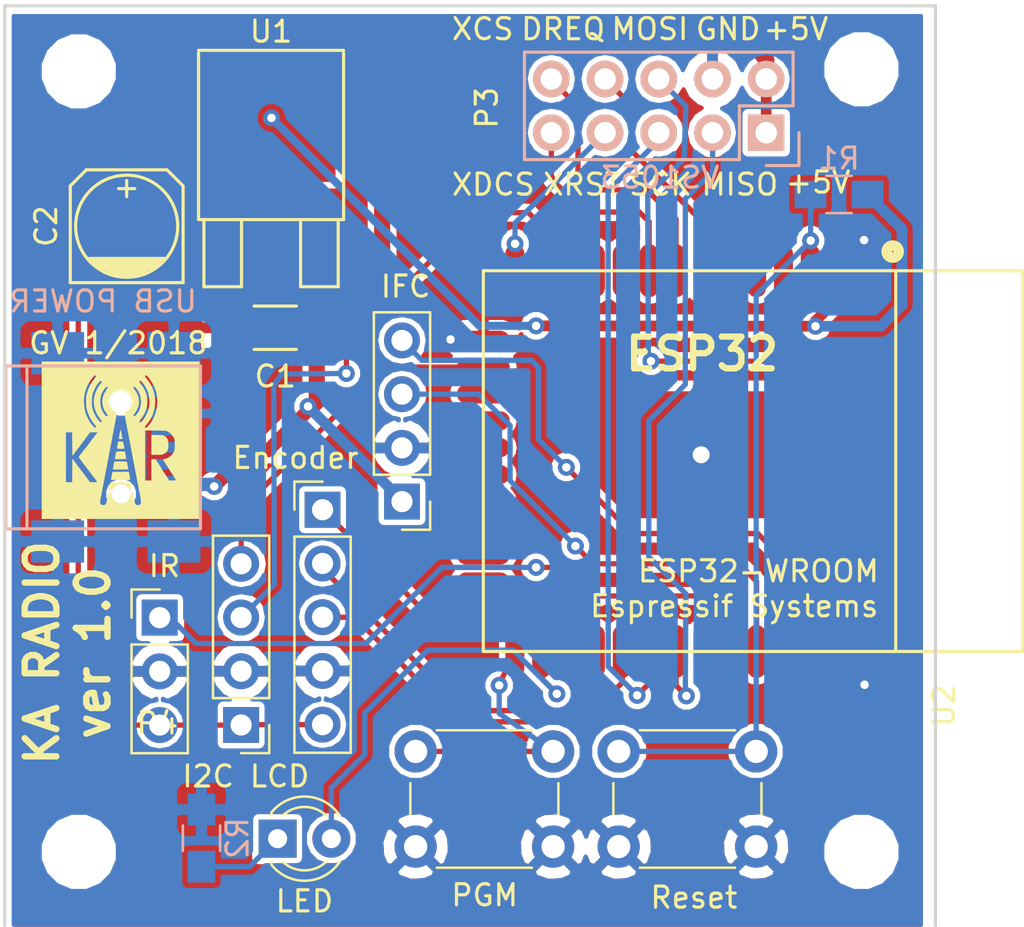
<source format=kicad_pcb>
(kicad_pcb (version 4) (host pcbnew 4.0.7)

  (general
    (links 54)
    (no_connects 0)
    (area 105.885714 67.625 160.474 114.675)
    (thickness 1.6)
    (drawings 18)
    (tracks 211)
    (zones 0)
    (modules 20)
    (nets 39)
  )

  (page A4)
  (layers
    (0 F.Cu signal)
    (31 B.Cu signal)
    (32 B.Adhes user hide)
    (33 F.Adhes user)
    (34 B.Paste user hide)
    (35 F.Paste user hide)
    (36 B.SilkS user hide)
    (37 F.SilkS user hide)
    (38 B.Mask user hide)
    (39 F.Mask user hide)
    (40 Dwgs.User user hide)
    (41 Cmts.User user hide)
    (42 Eco1.User user hide)
    (43 Eco2.User user hide)
    (44 Edge.Cuts user hide)
    (45 Margin user hide)
    (46 B.CrtYd user hide)
    (47 F.CrtYd user hide)
    (48 B.Fab user hide)
    (49 F.Fab user hide)
  )

  (setup
    (last_trace_width 0.25)
    (user_trace_width 0.254)
    (user_trace_width 0.381)
    (user_trace_width 0.508)
    (user_trace_width 0.635)
    (user_trace_width 0.762)
    (user_trace_width 1.016)
    (trace_clearance 0.2)
    (zone_clearance 0.508)
    (zone_45_only yes)
    (trace_min 0.25)
    (segment_width 0.2)
    (edge_width 0.15)
    (via_size 0.8)
    (via_drill 0.4)
    (via_min_size 0.4)
    (via_min_drill 0.3)
    (user_via 1.2 0.8)
    (uvia_size 0.3)
    (uvia_drill 0.1)
    (uvias_allowed no)
    (uvia_min_size 0.2)
    (uvia_min_drill 0.1)
    (pcb_text_width 0.3)
    (pcb_text_size 1.5 1.5)
    (mod_edge_width 0.15)
    (mod_text_size 1 1)
    (mod_text_width 0.15)
    (pad_size 2.49936 1.99898)
    (pad_drill 0)
    (pad_to_mask_clearance 0.2)
    (aux_axis_origin 0 0)
    (visible_elements 7FFFFFFF)
    (pcbplotparams
      (layerselection 0x000f0_80000001)
      (usegerberextensions false)
      (excludeedgelayer false)
      (linewidth 0.100000)
      (plotframeref false)
      (viasonmask false)
      (mode 1)
      (useauxorigin false)
      (hpglpennumber 1)
      (hpglpenspeed 20)
      (hpglpendiameter 15)
      (hpglpenoverlay 2)
      (psnegative false)
      (psa4output false)
      (plotreference true)
      (plotvalue true)
      (plotinvisibletext false)
      (padsonsilk false)
      (subtractmaskfromsilk false)
      (outputformat 1)
      (mirror false)
      (drillshape 0)
      (scaleselection 1)
      (outputdirectory gerber/))
  )

  (net 0 "")
  (net 1 XCS)
  (net 2 XDCS)
  (net 3 DREQ)
  (net 4 XRST)
  (net 5 MOSI)
  (net 6 SCK)
  (net 7 MISO)
  (net 8 +5V)
  (net 9 GND)
  (net 10 +3V3)
  (net 11 "Net-(U2-Pad36)")
  (net 12 "Net-(U2-Pad32)")
  (net 13 "Net-(U2-Pad24)")
  (net 14 "Net-(U2-Pad23)")
  (net 15 "Net-(U2-Pad22)")
  (net 16 "Net-(U2-Pad21)")
  (net 17 "Net-(U2-Pad20)")
  (net 18 "Net-(U2-Pad19)")
  (net 19 "Net-(U2-Pad18)")
  (net 20 "Net-(U2-Pad17)")
  (net 21 "Net-(U2-Pad12)")
  (net 22 "Net-(U2-Pad11)")
  (net 23 "Net-(U2-Pad10)")
  (net 24 "Net-(U2-Pad7)")
  (net 25 "Net-(U2-Pad5)")
  (net 26 "Net-(U2-Pad4)")
  (net 27 I2C_SCL)
  (net 28 I2C_SDA)
  (net 29 IR)
  (net 30 ENC_A)
  (net 31 ENC_B)
  (net 32 ENC_BTN)
  (net 33 "Net-(D1-Pad1)")
  (net 34 "Net-(D1-Pad2)")
  (net 35 "Net-(R1-Pad2)")
  (net 36 "Net-(SW2-Pad1)")
  (net 37 RX)
  (net 38 TX)

  (net_class Default "Toto je výchozí třída sítě."
    (clearance 0.2)
    (trace_width 0.25)
    (via_dia 0.8)
    (via_drill 0.4)
    (uvia_dia 0.3)
    (uvia_drill 0.1)
    (add_net +3V3)
    (add_net +5V)
    (add_net DREQ)
    (add_net ENC_A)
    (add_net ENC_B)
    (add_net ENC_BTN)
    (add_net GND)
    (add_net I2C_SCL)
    (add_net I2C_SDA)
    (add_net IR)
    (add_net MISO)
    (add_net MOSI)
    (add_net "Net-(D1-Pad1)")
    (add_net "Net-(D1-Pad2)")
    (add_net "Net-(R1-Pad2)")
    (add_net "Net-(SW2-Pad1)")
    (add_net "Net-(U2-Pad10)")
    (add_net "Net-(U2-Pad11)")
    (add_net "Net-(U2-Pad12)")
    (add_net "Net-(U2-Pad17)")
    (add_net "Net-(U2-Pad18)")
    (add_net "Net-(U2-Pad19)")
    (add_net "Net-(U2-Pad20)")
    (add_net "Net-(U2-Pad21)")
    (add_net "Net-(U2-Pad22)")
    (add_net "Net-(U2-Pad23)")
    (add_net "Net-(U2-Pad24)")
    (add_net "Net-(U2-Pad32)")
    (add_net "Net-(U2-Pad36)")
    (add_net "Net-(U2-Pad4)")
    (add_net "Net-(U2-Pad5)")
    (add_net "Net-(U2-Pad7)")
    (add_net RX)
    (add_net SCK)
    (add_net TX)
    (add_net XCS)
    (add_net XDCS)
    (add_net XRST)
  )

  (module ESP32-footprints-Lib:ESP32-WROOM (layer F.Cu) (tedit 57D08EA8) (tstamp 5A6B9194)
    (at 145.175 91.125 90)
    (path /5A6BA22E)
    (fp_text reference U2 (at -11.557 9.017 90) (layer F.SilkS)
      (effects (font (size 1 1) (thickness 0.15)))
    )
    (fp_text value ESP32-WROOM (at 5.715 14.224 90) (layer F.Fab)
      (effects (font (size 1 1) (thickness 0.15)))
    )
    (fp_text user "Espressif Systems" (at -6.858 -0.889 180) (layer F.SilkS)
      (effects (font (size 1 1) (thickness 0.15)))
    )
    (fp_circle (center 9.906 6.604) (end 10.033 6.858) (layer F.SilkS) (width 0.5))
    (fp_text user ESP32-WROOM (at -5.207 0.254 180) (layer F.SilkS)
      (effects (font (size 1 1) (thickness 0.15)))
    )
    (fp_line (start -9 6.75) (end 9 6.75) (layer F.SilkS) (width 0.15))
    (fp_line (start 9 12.75) (end 9 -12.75) (layer F.SilkS) (width 0.15))
    (fp_line (start -9 12.75) (end -9 -12.75) (layer F.SilkS) (width 0.15))
    (fp_line (start -9 -12.75) (end 9 -12.75) (layer F.SilkS) (width 0.15))
    (fp_line (start -9 12.75) (end 9 12.75) (layer F.SilkS) (width 0.15))
    (pad 38 smd oval (at -9 5.25 90) (size 2.5 0.9) (layers F.Cu F.Paste F.Mask)
      (net 9 GND))
    (pad 37 smd oval (at -9 3.98 90) (size 2.5 0.9) (layers F.Cu F.Paste F.Mask)
      (net 5 MOSI))
    (pad 36 smd oval (at -9 2.71 90) (size 2.5 0.9) (layers F.Cu F.Paste F.Mask)
      (net 11 "Net-(U2-Pad36)"))
    (pad 35 smd oval (at -9 1.44 90) (size 2.5 0.9) (layers F.Cu F.Paste F.Mask)
      (net 38 TX))
    (pad 34 smd oval (at -9 0.17 90) (size 2.5 0.9) (layers F.Cu F.Paste F.Mask)
      (net 37 RX))
    (pad 33 smd oval (at -9 -1.1 90) (size 2.5 0.9) (layers F.Cu F.Paste F.Mask)
      (net 29 IR))
    (pad 32 smd oval (at -9 -2.37 90) (size 2.5 0.9) (layers F.Cu F.Paste F.Mask)
      (net 12 "Net-(U2-Pad32)"))
    (pad 31 smd oval (at -9 -3.64 90) (size 2.5 0.9) (layers F.Cu F.Paste F.Mask)
      (net 7 MISO))
    (pad 30 smd oval (at -9 -4.91 90) (size 2.5 0.9) (layers F.Cu F.Paste F.Mask)
      (net 6 SCK))
    (pad 29 smd oval (at -9 -6.18 90) (size 2.5 0.9) (layers F.Cu F.Paste F.Mask)
      (net 32 ENC_BTN))
    (pad 28 smd oval (at -9 -7.45 90) (size 2.5 0.9) (layers F.Cu F.Paste F.Mask)
      (net 31 ENC_B))
    (pad 27 smd oval (at -9 -8.72 90) (size 2.5 0.9) (layers F.Cu F.Paste F.Mask)
      (net 30 ENC_A))
    (pad 26 smd oval (at -9 -9.99 90) (size 2.5 0.9) (layers F.Cu F.Paste F.Mask)
      (net 34 "Net-(D1-Pad2)"))
    (pad 25 smd oval (at -9 -11.26 90) (size 2.5 0.9) (layers F.Cu F.Paste F.Mask)
      (net 36 "Net-(SW2-Pad1)"))
    (pad 24 smd oval (at -5.715 -12.75 90) (size 0.9 2.5) (layers F.Cu F.Paste F.Mask)
      (net 13 "Net-(U2-Pad24)"))
    (pad 23 smd oval (at -4.445 -12.75 90) (size 0.9 2.5) (layers F.Cu F.Paste F.Mask)
      (net 14 "Net-(U2-Pad23)"))
    (pad 22 smd oval (at -3.175 -12.75 90) (size 0.9 2.5) (layers F.Cu F.Paste F.Mask)
      (net 15 "Net-(U2-Pad22)"))
    (pad 21 smd oval (at -1.905 -12.75 90) (size 0.9 2.5) (layers F.Cu F.Paste F.Mask)
      (net 16 "Net-(U2-Pad21)"))
    (pad 20 smd oval (at -0.635 -12.75 90) (size 0.9 2.5) (layers F.Cu F.Paste F.Mask)
      (net 17 "Net-(U2-Pad20)"))
    (pad 19 smd oval (at 0.635 -12.75 90) (size 0.9 2.5) (layers F.Cu F.Paste F.Mask)
      (net 18 "Net-(U2-Pad19)"))
    (pad 18 smd oval (at 1.905 -12.75 90) (size 0.9 2.5) (layers F.Cu F.Paste F.Mask)
      (net 19 "Net-(U2-Pad18)"))
    (pad 17 smd oval (at 3.175 -12.75 90) (size 0.9 2.5) (layers F.Cu F.Paste F.Mask)
      (net 20 "Net-(U2-Pad17)"))
    (pad 16 smd oval (at 4.445 -12.75 90) (size 0.9 2.5) (layers F.Cu F.Paste F.Mask)
      (net 28 I2C_SDA))
    (pad 15 smd oval (at 5.715 -12.75 90) (size 0.9 2.5) (layers F.Cu F.Paste F.Mask)
      (net 9 GND))
    (pad 14 smd oval (at 9 -11.26 90) (size 2.5 0.9) (layers F.Cu F.Paste F.Mask)
      (net 4 XRST))
    (pad 13 smd oval (at 9 -9.99 90) (size 2.5 0.9) (layers F.Cu F.Paste F.Mask)
      (net 27 I2C_SCL))
    (pad 12 smd oval (at 9 -8.72 90) (size 2.5 0.9) (layers F.Cu F.Paste F.Mask)
      (net 21 "Net-(U2-Pad12)"))
    (pad 11 smd oval (at 9 -7.45 90) (size 2.5 0.9) (layers F.Cu F.Paste F.Mask)
      (net 22 "Net-(U2-Pad11)"))
    (pad 10 smd oval (at 9 -6.18 90) (size 2.5 0.9) (layers F.Cu F.Paste F.Mask)
      (net 23 "Net-(U2-Pad10)"))
    (pad 9 smd oval (at 9 -4.91 90) (size 2.5 0.9) (layers F.Cu F.Paste F.Mask)
      (net 2 XDCS))
    (pad 8 smd oval (at 9 -3.64 90) (size 2.5 0.9) (layers F.Cu F.Paste F.Mask)
      (net 1 XCS))
    (pad 7 smd oval (at 9 -2.37 90) (size 2.5 0.9) (layers F.Cu F.Paste F.Mask)
      (net 24 "Net-(U2-Pad7)"))
    (pad 6 smd oval (at 9 -1.1 90) (size 2.5 0.9) (layers F.Cu F.Paste F.Mask)
      (net 3 DREQ))
    (pad 5 smd oval (at 9 0.17 90) (size 2.5 0.9) (layers F.Cu F.Paste F.Mask)
      (net 25 "Net-(U2-Pad5)"))
    (pad 4 smd oval (at 9 1.44 90) (size 2.5 0.9) (layers F.Cu F.Paste F.Mask)
      (net 26 "Net-(U2-Pad4)"))
    (pad 3 smd oval (at 9 2.71 90) (size 2.5 0.9) (layers F.Cu F.Paste F.Mask)
      (net 35 "Net-(R1-Pad2)"))
    (pad 2 smd oval (at 9 3.98 90) (size 2.5 0.9) (layers F.Cu F.Paste F.Mask)
      (net 10 +3V3))
    (pad 1 smd oval (at 9 5.25 90) (size 2.5 0.9) (layers F.Cu F.Paste F.Mask)
      (net 9 GND))
    (pad 39 smd rect (at 0.3 -2.45 90) (size 6 6) (layers F.Cu F.Paste F.Mask)
      (net 9 GND))
  )

  (module Pin_Headers:Pin_Header_Straight_2x05 locked (layer B.Cu) (tedit 5893AC0F) (tstamp 588B2BB9)
    (at 145.8 75.6 90)
    (descr "Through hole pin header")
    (tags "pin header")
    (path /5886B2A2)
    (fp_text reference P3 (at 1.178 -13.212 90) (layer F.SilkS)
      (effects (font (size 1 1) (thickness 0.15)))
    )
    (fp_text value VS1053 (at 0 3.1 90) (layer B.Fab)
      (effects (font (size 1 1) (thickness 0.15)) (justify mirror))
    )
    (fp_line (start -1.75 1.75) (end -1.75 -11.95) (layer B.CrtYd) (width 0.05))
    (fp_line (start 4.3 1.75) (end 4.3 -11.95) (layer B.CrtYd) (width 0.05))
    (fp_line (start -1.75 1.75) (end 4.3 1.75) (layer B.CrtYd) (width 0.05))
    (fp_line (start -1.75 -11.95) (end 4.3 -11.95) (layer B.CrtYd) (width 0.05))
    (fp_line (start 3.81 1.27) (end 3.81 -11.43) (layer B.SilkS) (width 0.15))
    (fp_line (start 3.81 -11.43) (end -1.27 -11.43) (layer B.SilkS) (width 0.15))
    (fp_line (start -1.27 -11.43) (end -1.27 -1.27) (layer B.SilkS) (width 0.15))
    (fp_line (start 3.81 1.27) (end 1.27 1.27) (layer B.SilkS) (width 0.15))
    (fp_line (start 0 1.55) (end -1.55 1.55) (layer B.SilkS) (width 0.15))
    (fp_line (start 1.27 1.27) (end 1.27 -1.27) (layer B.SilkS) (width 0.15))
    (fp_line (start 1.27 -1.27) (end -1.27 -1.27) (layer B.SilkS) (width 0.15))
    (fp_line (start -1.55 1.55) (end -1.55 0) (layer B.SilkS) (width 0.15))
    (pad 10 thru_hole oval (at 2.54 -10.16 90) (size 1.7272 1.7272) (drill 1.016) (layers *.Cu *.Mask B.SilkS)
      (net 1 XCS))
    (pad 9 thru_hole oval (at 0 -10.16 90) (size 1.7272 1.7272) (drill 1.016) (layers *.Cu *.Mask B.SilkS)
      (net 2 XDCS))
    (pad 8 thru_hole oval (at 2.54 -7.62 90) (size 1.7272 1.7272) (drill 1.016) (layers *.Cu *.Mask B.SilkS)
      (net 3 DREQ))
    (pad 7 thru_hole oval (at 0 -7.62 90) (size 1.7272 1.7272) (drill 1.016) (layers *.Cu *.Mask B.SilkS)
      (net 4 XRST))
    (pad 6 thru_hole oval (at 2.54 -5.08 90) (size 1.7272 1.7272) (drill 1.016) (layers *.Cu *.Mask B.SilkS)
      (net 5 MOSI))
    (pad 5 thru_hole oval (at 0 -5.08 90) (size 1.7272 1.7272) (drill 1.016) (layers *.Cu *.Mask B.SilkS)
      (net 6 SCK))
    (pad 4 thru_hole oval (at 2.54 -2.54 90) (size 1.7272 1.7272) (drill 1.016) (layers *.Cu *.Mask B.SilkS)
      (net 9 GND))
    (pad 3 thru_hole oval (at 0 -2.54 90) (size 1.7272 1.7272) (drill 1.016) (layers *.Cu *.Mask B.SilkS)
      (net 7 MISO))
    (pad 2 thru_hole oval (at 2.54 0 90) (size 1.7272 1.7272) (drill 1.016) (layers *.Cu *.Mask B.SilkS)
      (net 8 +5V))
    (pad 1 thru_hole rect (at 0 0 90) (size 1.7272 1.7272) (drill 1.016) (layers *.Cu *.Mask B.SilkS)
      (net 8 +5V))
    (model Pin_Headers.3dshapes/Pin_Header_Straight_2x05.wrl
      (at (xyz 0.05 -0.2 0))
      (scale (xyz 1 1 1))
      (rotate (xyz 0 0 90))
    )
    (model ${KISIMOD}/KiCAD/LIB/Pin_Headers.3dshapes/Pin_Header_Straight_2x05.wrl
      (at (xyz 0.04724409448818898 -0.1968503937007874 0))
      (scale (xyz 1 1 1))
      (rotate (xyz 0 0 90))
    )
  )

  (module Mounting_Holes:MountingHole_3mm locked (layer F.Cu) (tedit 5893AC0F) (tstamp 588CEE3E)
    (at 113.3 109.6)
    (descr "Mounting Hole 3mm, no annular")
    (tags "mounting hole 3mm no annular")
    (fp_text reference REF3 (at 0 -4) (layer F.SilkS) hide
      (effects (font (size 1 1) (thickness 0.15)))
    )
    (fp_text value MountingHole_3mm (at 0 4) (layer F.Fab)
      (effects (font (size 1 1) (thickness 0.15)))
    )
    (fp_circle (center 0 0) (end 3 0) (layer Cmts.User) (width 0.15))
    (fp_circle (center 0 0) (end 3.25 0) (layer F.CrtYd) (width 0.05))
    (pad 1 np_thru_hole circle (at 0 0) (size 3 3) (drill 3) (layers *.Cu *.Mask F.SilkS))
  )

  (module Mounting_Holes:MountingHole_3mm locked (layer F.Cu) (tedit 5893AC0F) (tstamp 588CEE36)
    (at 113.3 72.7)
    (descr "Mounting Hole 3mm, no annular")
    (tags "mounting hole 3mm no annular")
    (fp_text reference REF4 (at 0 -4) (layer F.SilkS) hide
      (effects (font (size 1 1) (thickness 0.15)))
    )
    (fp_text value MountingHole_3mm (at 0 4) (layer F.Fab)
      (effects (font (size 1 1) (thickness 0.15)))
    )
    (fp_circle (center 0 0) (end 3.25 0) (layer F.CrtYd) (width 0.05))
    (fp_circle (center 0 0) (end 3 0) (layer Cmts.User) (width 0.15))
    (pad 1 np_thru_hole circle (at 0 0) (size 3 3) (drill 3) (layers *.Cu *.Mask F.SilkS))
  )

  (module Mounting_Holes:MountingHole_3mm locked (layer F.Cu) (tedit 5893AC0F) (tstamp 588CEE2F)
    (at 150.3 109.6)
    (descr "Mounting Hole 3mm, no annular")
    (tags "mounting hole 3mm no annular")
    (fp_text reference REF2 (at 0 -4) (layer F.SilkS) hide
      (effects (font (size 1 1) (thickness 0.15)))
    )
    (fp_text value MountingHole_3mm (at 0 4) (layer F.Fab)
      (effects (font (size 1 1) (thickness 0.15)))
    )
    (fp_circle (center 0 0) (end 3 0) (layer Cmts.User) (width 0.15))
    (fp_circle (center 0 0) (end 3.25 0) (layer F.CrtYd) (width 0.05))
    (pad 1 np_thru_hole circle (at 0 0) (size 3 3) (drill 3) (layers *.Cu *.Mask F.SilkS))
  )

  (module Mounting_Holes:MountingHole_3mm locked (layer F.Cu) (tedit 5893AC0F) (tstamp 588CEE27)
    (at 150.3 72.6)
    (descr "Mounting Hole 3mm, no annular")
    (tags "mounting hole 3mm no annular")
    (fp_text reference REF01 (at 0 -4) (layer F.SilkS) hide
      (effects (font (size 1 1) (thickness 0.15)))
    )
    (fp_text value MountingHole_3mm (at 0 4) (layer F.Fab)
      (effects (font (size 1 1) (thickness 0.15)))
    )
    (fp_circle (center 0 0) (end 3.25 0) (layer F.CrtYd) (width 0.05))
    (fp_circle (center 0 0) (end 3 0) (layer Cmts.User) (width 0.15))
    (pad 1 np_thru_hole circle (at 0 0) (size 3 3) (drill 3) (layers *.Cu *.Mask F.SilkS))
  )

  (module Capacitors_SMD:C_1206_HandSoldering (layer F.Cu) (tedit 5893AC0F) (tstamp 588FD11C)
    (at 122.59 84.82 180)
    (descr "Capacitor SMD 1206, hand soldering")
    (tags "capacitor 1206")
    (path /588FCE51)
    (attr smd)
    (fp_text reference C1 (at 0 -2.3 180) (layer F.SilkS)
      (effects (font (size 1 1) (thickness 0.15)))
    )
    (fp_text value 1OOnF (at 0 2.3 180) (layer F.Fab)
      (effects (font (size 1 1) (thickness 0.15)))
    )
    (fp_line (start -1 1.025) (end 1 1.025) (layer F.SilkS) (width 0.15))
    (fp_line (start 1 -1.025) (end -1 -1.025) (layer F.SilkS) (width 0.15))
    (fp_line (start 3.3 -1.15) (end 3.3 1.15) (layer F.CrtYd) (width 0.05))
    (fp_line (start -3.3 -1.15) (end -3.3 1.15) (layer F.CrtYd) (width 0.05))
    (fp_line (start -3.3 1.15) (end 3.3 1.15) (layer F.CrtYd) (width 0.05))
    (fp_line (start -3.3 -1.15) (end 3.3 -1.15) (layer F.CrtYd) (width 0.05))
    (pad 2 smd rect (at 2 0 180) (size 2 1.6) (layers F.Cu F.Paste F.Mask)
      (net 9 GND))
    (pad 1 smd rect (at -2 0 180) (size 2 1.6) (layers F.Cu F.Paste F.Mask)
      (net 8 +5V))
    (model Capacitors_SMD.3dshapes/C_1206_HandSoldering.wrl
      (at (xyz 0 0 0))
      (scale (xyz 1 1 1))
      (rotate (xyz 0 0 0))
    )
    (model ${KISIMOD}/KiCAD/LIB/Capacitors_SMD.3dshapes/C_1206_HandSoldering.wrl
      (at (xyz 0 0 0))
      (scale (xyz 1 1 1))
      (rotate (xyz 0 0 0))
    )
  )

  (module Capacitors_SMD:c_elec_5x5.3 (layer F.Cu) (tedit 5893AC0F) (tstamp 588FD136)
    (at 115.56492 80.02016 90)
    (descr "SMT capacitor, aluminium electrolytic, 5x5.3")
    (path /588FCFAF)
    (attr smd)
    (fp_text reference C2 (at 0 -3.81 90) (layer F.SilkS)
      (effects (font (size 1 1) (thickness 0.15)))
    )
    (fp_text value 1OuF (at 0 3.81 90) (layer F.Fab)
      (effects (font (size 1 1) (thickness 0.15)))
    )
    (fp_line (start -3.95 -3) (end 3.95 -3) (layer F.CrtYd) (width 0.05))
    (fp_line (start 3.95 -3) (end 3.95 3) (layer F.CrtYd) (width 0.05))
    (fp_line (start 3.95 3) (end -3.95 3) (layer F.CrtYd) (width 0.05))
    (fp_line (start -3.95 3) (end -3.95 -3) (layer F.CrtYd) (width 0.05))
    (fp_line (start -2.286 -0.635) (end -2.286 0.762) (layer F.SilkS) (width 0.15))
    (fp_line (start -2.159 -0.889) (end -2.159 0.889) (layer F.SilkS) (width 0.15))
    (fp_line (start -2.032 -1.27) (end -2.032 1.27) (layer F.SilkS) (width 0.15))
    (fp_line (start -1.905 1.397) (end -1.905 -1.397) (layer F.SilkS) (width 0.15))
    (fp_line (start -1.778 -1.524) (end -1.778 1.524) (layer F.SilkS) (width 0.15))
    (fp_line (start -1.651 1.651) (end -1.651 -1.651) (layer F.SilkS) (width 0.15))
    (fp_line (start -1.524 -1.778) (end -1.524 1.778) (layer F.SilkS) (width 0.15))
    (fp_line (start -2.667 -2.667) (end 1.905 -2.667) (layer F.SilkS) (width 0.15))
    (fp_line (start 1.905 -2.667) (end 2.667 -1.905) (layer F.SilkS) (width 0.15))
    (fp_line (start 2.667 -1.905) (end 2.667 1.905) (layer F.SilkS) (width 0.15))
    (fp_line (start 2.667 1.905) (end 1.905 2.667) (layer F.SilkS) (width 0.15))
    (fp_line (start 1.905 2.667) (end -2.667 2.667) (layer F.SilkS) (width 0.15))
    (fp_line (start -2.667 2.667) (end -2.667 -2.667) (layer F.SilkS) (width 0.15))
    (fp_line (start 2.159 0) (end 1.397 0) (layer F.SilkS) (width 0.15))
    (fp_line (start 1.778 -0.381) (end 1.778 0.381) (layer F.SilkS) (width 0.15))
    (fp_circle (center 0 0) (end -2.413 0) (layer F.SilkS) (width 0.15))
    (pad 1 smd rect (at 2.19964 0 90) (size 2.99974 1.6002) (layers F.Cu F.Paste F.Mask)
      (net 10 +3V3))
    (pad 2 smd rect (at -2.19964 0 90) (size 2.99974 1.6002) (layers F.Cu F.Paste F.Mask)
      (net 9 GND))
    (model Capacitors_SMD.3dshapes/c_elec_5x5.3.wrl
      (at (xyz 0 0 0))
      (scale (xyz 1 1 1))
      (rotate (xyz 0 0 0))
    )
    (model ${KISIMOD}/KiCAD/LIB/Capacitors_SMD.3dshapes/c_elec_5x5.3.wrl
      (at (xyz 0 0 0))
      (scale (xyz 1 1 1))
      (rotate (xyz 0 0 0))
    )
  )

  (module TO_SOT_Packages_SMD:TO-252-2Lead (layer F.Cu) (tedit 5893AC0F) (tstamp 588FD1B0)
    (at 122.39 81.23)
    (descr "DPAK / TO-252 2-lead smd package")
    (tags "dpak TO-252")
    (path /588FCC22)
    (attr smd)
    (fp_text reference U1 (at 0 -10.414) (layer F.SilkS)
      (effects (font (size 1 1) (thickness 0.15)))
    )
    (fp_text value LD1117S33TR (at 0 -2.413) (layer F.Fab)
      (effects (font (size 1 1) (thickness 0.15)))
    )
    (fp_line (start 1.397 -1.524) (end 1.397 1.651) (layer F.SilkS) (width 0.15))
    (fp_line (start 1.397 1.651) (end 3.175 1.651) (layer F.SilkS) (width 0.15))
    (fp_line (start 3.175 1.651) (end 3.175 -1.524) (layer F.SilkS) (width 0.15))
    (fp_line (start -3.175 -1.524) (end -3.175 1.651) (layer F.SilkS) (width 0.15))
    (fp_line (start -3.175 1.651) (end -1.397 1.651) (layer F.SilkS) (width 0.15))
    (fp_line (start -1.397 1.651) (end -1.397 -1.524) (layer F.SilkS) (width 0.15))
    (fp_line (start 3.429 -7.62) (end 3.429 -1.524) (layer F.SilkS) (width 0.15))
    (fp_line (start 3.429 -1.524) (end -3.429 -1.524) (layer F.SilkS) (width 0.15))
    (fp_line (start -3.429 -1.524) (end -3.429 -9.398) (layer F.SilkS) (width 0.15))
    (fp_line (start -3.429 -9.525) (end 3.429 -9.525) (layer F.SilkS) (width 0.15))
    (fp_line (start 3.429 -9.398) (end 3.429 -7.62) (layer F.SilkS) (width 0.15))
    (pad 1 smd rect (at -2.286 0) (size 1.651 3.048) (layers F.Cu F.Paste F.Mask)
      (net 9 GND))
    (pad 2 smd rect (at 0 -6.35) (size 6.096 6.096) (layers F.Cu F.Paste F.Mask)
      (net 10 +3V3))
    (pad 3 smd rect (at 2.286 0) (size 1.651 3.048) (layers F.Cu F.Paste F.Mask)
      (net 8 +5V))
    (model TO_SOT_Packages_SMD.3dshapes/TO-252-2Lead.wrl
      (at (xyz 0 0 0))
      (scale (xyz 1 1 1))
      (rotate (xyz 0 0 0))
    )
    (model ${KISIMOD}/KiCAD/LIB/TO_SOT_Packages_SMD.3dshapes/TO-252-2Lead.wrl
      (at (xyz 0 0 0))
      (scale (xyz 1 1 1))
      (rotate (xyz 0 0 0))
    )
  )

  (module Connect:USB_Mini-B (layer B.Cu) (tedit 5893AC0F) (tstamp 589426FD)
    (at 114.45 90.475)
    (descr "USB Mini-B 5-pin SMD connector")
    (tags "USB USB_B USB_Mini connector")
    (attr smd)
    (fp_text reference "USB POWER" (at 0 -6.90118) (layer B.SilkS)
      (effects (font (size 1 1) (thickness 0.15)) (justify mirror))
    )
    (fp_text value USB_Mini-B (at 0 7.0993) (layer B.Fab)
      (effects (font (size 1 1) (thickness 0.15)) (justify mirror))
    )
    (fp_line (start 4.59994 3.85064) (end -4.59994 3.85064) (layer B.SilkS) (width 0.15))
    (fp_line (start 4.59994 -3.85064) (end 4.59994 3.85064) (layer B.SilkS) (width 0.15))
    (fp_line (start -4.59994 -3.85064) (end 4.59994 -3.85064) (layer B.SilkS) (width 0.15))
    (fp_line (start -4.59994 3.85064) (end -4.59994 -3.85064) (layer B.SilkS) (width 0.15))
    (fp_line (start -3.59918 3.85064) (end -3.59918 -3.85064) (layer B.SilkS) (width 0.15))
    (fp_line (start -4.85 -5.7) (end -4.85 5.7) (layer B.CrtYd) (width 0.05))
    (fp_line (start 4.85 -5.7) (end -4.85 -5.7) (layer B.CrtYd) (width 0.05))
    (fp_line (start 4.85 5.7) (end 4.85 -5.7) (layer B.CrtYd) (width 0.05))
    (fp_line (start -4.85 5.7) (end 4.85 5.7) (layer B.CrtYd) (width 0.05))
    (pad 1 smd rect (at 3.44932 1.6002) (size 2.30124 0.50038) (layers B.Cu B.Paste B.Mask)
      (net 8 +5V))
    (pad 2 smd rect (at 3.44932 0.8001) (size 2.30124 0.50038) (layers B.Cu B.Paste B.Mask))
    (pad 3 smd rect (at 3.44932 0) (size 2.30124 0.50038) (layers B.Cu B.Paste B.Mask))
    (pad 4 smd rect (at 3.44932 -0.8001) (size 2.30124 0.50038) (layers B.Cu B.Paste B.Mask))
    (pad 5 smd rect (at 3.44932 -1.6002) (size 2.30124 0.50038) (layers B.Cu B.Paste B.Mask)
      (net 9 GND))
    (pad 6 smd rect (at 3.35026 4.45008) (size 2.49936 1.99898) (layers B.Cu B.Paste B.Mask)
      (net 9 GND))
    (pad 6 smd rect (at -2.14884 4.45008) (size 2.49936 1.99898) (layers B.Cu B.Paste B.Mask)
      (net 9 GND))
    (pad 6 smd rect (at 3.35026 -4.45008) (size 2.49936 1.99898) (layers B.Cu B.Paste B.Mask)
      (net 9 GND))
    (pad 6 smd rect (at -2.14884 -4.45008) (size 2.49936 1.99898) (layers B.Cu B.Paste B.Mask)
      (net 9 GND))
    (pad "" np_thru_hole circle (at 0.8509 2.19964) (size 0.89916 0.89916) (drill 0.89916) (layers *.Cu *.Mask B.SilkS))
    (pad "" np_thru_hole circle (at 0.8509 -2.19964) (size 0.89916 0.89916) (drill 0.89916) (layers *.Cu *.Mask B.SilkS))
    (model ${KISIMOD}/KiCAD/LIB/Connect.3dshapes/AB2_USB_MINI_SMD.wrl
      (at (xyz -0.1968503937007874 0 0))
      (scale (xyz 0.4 0.4 0.4))
      (rotate (xyz 0 0 90))
    )
  )

  (module "KA RADIO modules:LOGO" (layer F.Cu) (tedit 58938831) (tstamp 5896B7DB)
    (at 115.28 90.13)
    (fp_text reference G*** (at 0 0) (layer F.SilkS) hide
      (effects (font (thickness 0.3)))
    )
    (fp_text value LOGO (at 0.75 0) (layer F.SilkS) hide
      (effects (font (thickness 0.3)))
    )
    (fp_poly (pts (xy 1.836958 -0.235857) (xy 1.926848 -0.231166) (xy 1.99523 -0.221395) (xy 2.048258 -0.204948)
      (xy 2.092085 -0.180227) (xy 2.132865 -0.145637) (xy 2.153868 -0.124317) (xy 2.197624 -0.069342)
      (xy 2.227249 -0.007964) (xy 2.244885 0.067396) (xy 2.252675 0.164317) (xy 2.253542 0.228227)
      (xy 2.246977 0.355209) (xy 2.226195 0.455389) (xy 2.188683 0.533742) (xy 2.131928 0.595246)
      (xy 2.053418 0.644877) (xy 2.039838 0.651497) (xy 2.001714 0.668405) (xy 1.966144 0.680171)
      (xy 1.925859 0.687718) (xy 1.873591 0.691968) (xy 1.802073 0.693843) (xy 1.704037 0.694267)
      (xy 1.456267 0.694267) (xy 1.456267 -0.237066) (xy 1.719408 -0.237066) (xy 1.836958 -0.235857)) (layer F.SilkS) (width 0.01))
    (fp_poly (pts (xy 0.004461 -0.462102) (xy 0.006019 -0.457199) (xy 0.018391 -0.404298) (xy 0.03211 -0.337056)
      (xy 0.04582 -0.263408) (xy 0.058161 -0.191288) (xy 0.067774 -0.128631) (xy 0.073303 -0.083372)
      (xy 0.073421 -0.0635) (xy 0.053306 -0.055808) (xy 0.011608 -0.051295) (xy -0.009466 -0.0508)
      (xy -0.057232 -0.053385) (xy -0.079256 -0.063239) (xy -0.083597 -0.080433) (xy -0.079982 -0.108207)
      (xy -0.070973 -0.161296) (xy -0.057963 -0.231834) (xy -0.043778 -0.3048) (xy -0.02618 -0.388655)
      (xy -0.012773 -0.441296) (xy -0.002809 -0.465015) (xy 0.004461 -0.462102)) (layer F.SilkS) (width 0.01))
    (fp_poly (pts (xy -0.003001 0.071237) (xy 0.108744 0.0762) (xy 0.138264 0.220134) (xy 0.15176 0.287846)
      (xy 0.162213 0.343909) (xy 0.16796 0.379248) (xy 0.168559 0.385234) (xy 0.158842 0.395601)
      (xy 0.126177 0.402246) (xy 0.066654 0.405662) (xy 0 0.4064) (xy -0.083205 0.405112)
      (xy -0.136491 0.400926) (xy -0.163721 0.39336) (xy -0.169368 0.385234) (xy -0.166469 0.359874)
      (xy -0.158695 0.310163) (xy -0.147476 0.245025) (xy -0.142075 0.21517) (xy -0.114747 0.066273)
      (xy -0.003001 0.071237)) (layer F.SilkS) (width 0.01))
    (fp_poly (pts (xy 0.227607 0.698501) (xy 0.24057 0.769271) (xy 0.252034 0.828382) (xy 0.26029 0.867172)
      (xy 0.262702 0.876301) (xy 0.257882 0.884585) (xy 0.234494 0.890546) (xy 0.188846 0.894481)
      (xy 0.117246 0.896685) (xy 0.015999 0.897457) (xy -0.000532 0.897467) (xy -0.091916 0.897077)
      (xy -0.170101 0.895999) (xy -0.229414 0.894372) (xy -0.264183 0.892334) (xy -0.270934 0.890871)
      (xy -0.267871 0.869376) (xy -0.259887 0.8241) (xy -0.248786 0.764451) (xy -0.236373 0.699841)
      (xy -0.224453 0.639679) (xy -0.21483 0.593375) (xy -0.209678 0.571501) (xy -0.20228 0.558769)
      (xy -0.185165 0.550262) (xy -0.152546 0.545158) (xy -0.098636 0.542637) (xy -0.017648 0.54188)
      (xy -0.000618 0.541867) (xy 0.199681 0.541867) (xy 0.227607 0.698501)) (layer F.SilkS) (width 0.01))
    (fp_poly (pts (xy 0.100436 1.016126) (xy 0.177239 1.016913) (xy 0.229873 1.018972) (xy 0.263185 1.022916)
      (xy 0.282023 1.029359) (xy 0.291238 1.038913) (xy 0.295676 1.05219) (xy 0.296127 1.054101)
      (xy 0.304191 1.091973) (xy 0.315226 1.147998) (xy 0.327514 1.212884) (xy 0.339338 1.27734)
      (xy 0.34898 1.332073) (xy 0.354722 1.36779) (xy 0.355597 1.375834) (xy 0.339484 1.37958)
      (xy 0.294416 1.382888) (xy 0.225304 1.385585) (xy 0.13706 1.387499) (xy 0.034595 1.388457)
      (xy -0.005196 1.388534) (xy -0.365993 1.388534) (xy -0.331992 1.202267) (xy -0.297991 1.016001)
      (xy -0.005385 1.016001) (xy 0.100436 1.016126)) (layer F.SilkS) (width 0.01))
    (fp_poly (pts (xy 0.414145 1.672167) (xy 0.4281 1.744727) (xy 0.440531 1.805714) (xy 0.449699 1.84678)
      (xy 0.452929 1.858434) (xy 0.448493 1.86498) (xy 0.427735 1.870117) (xy 0.387644 1.873985)
      (xy 0.325209 1.876725) (xy 0.237419 1.878478) (xy 0.121265 1.879387) (xy 0.001812 1.879601)
      (xy -0.154802 1.879) (xy -0.278177 1.877184) (xy -0.36892 1.874127) (xy -0.427638 1.869808)
      (xy -0.454938 1.8642) (xy -0.4572 1.861699) (xy -0.45363 1.835065) (xy -0.444695 1.790004)
      (xy -0.440849 1.772799) (xy -0.428002 1.714063) (xy -0.413328 1.642807) (xy -0.405782 1.604434)
      (xy -0.387066 1.507067) (xy 0.383256 1.507067) (xy 0.414145 1.672167)) (layer F.SilkS) (width 0.01))
    (fp_poly (pts (xy 0.482101 2.036234) (xy 0.492018 2.082132) (xy 0.504362 2.142049) (xy 0.517323 2.206799)
      (xy 0.529088 2.267197) (xy 0.537847 2.314058) (xy 0.541788 2.338197) (xy 0.541853 2.339222)
      (xy 0.539556 2.345541) (xy 0.530431 2.350546) (xy 0.511154 2.354346) (xy 0.478398 2.35705)
      (xy 0.42884 2.358766) (xy 0.359152 2.359602) (xy 0.266012 2.359667) (xy 0.146093 2.359069)
      (xy -0.00393 2.357917) (xy -0.025964 2.357731) (xy -0.551462 2.353262) (xy -0.51792 2.175698)
      (xy -0.484379 1.998134) (xy 0.473488 1.998134) (xy 0.482101 2.036234)) (layer F.SilkS) (width 0.01))
    (fp_poly (pts (xy 3.725333 3.725334) (xy -3.725333 3.725334) (xy -3.725333 2.950693) (xy -0.982133 2.950693)
      (xy -0.971808 2.980305) (xy -0.946206 3.019923) (xy -0.938295 3.029768) (xy -0.883644 3.071189)
      (xy -0.819365 3.083769) (xy -0.75449 3.066925) (xy -0.720514 3.043767) (xy -0.701301 3.022829)
      (xy -0.685329 2.993704) (xy -0.670535 2.950214) (xy -0.654856 2.886182) (xy -0.636231 2.79543)
      (xy -0.634299 2.785534) (xy -0.617606 2.700044) (xy -0.602625 2.623862) (xy -0.590861 2.564599)
      (xy -0.583817 2.529864) (xy -0.583274 2.527301) (xy -0.575088 2.489201) (xy 0.571874 2.489201)
      (xy 0.608563 2.688167) (xy 0.629868 2.801065) (xy 0.647292 2.885587) (xy 0.662332 2.946795)
      (xy 0.676486 2.989749) (xy 0.691252 3.019511) (xy 0.708127 3.041141) (xy 0.715027 3.047932)
      (xy 0.769172 3.077236) (xy 0.833304 3.08153) (xy 0.895198 3.061368) (xy 0.925537 3.038403)
      (xy 0.949529 3.010928) (xy 0.961378 2.982745) (xy 0.963821 2.942282) (xy 0.960599 2.890236)
      (xy 0.953485 2.827219) (xy 0.941314 2.744352) (xy 0.926123 2.654899) (xy 0.917225 2.607734)
      (xy 0.90198 2.529606) (xy 0.881668 2.4246) (xy 0.857515 2.299114) (xy 0.830745 2.159547)
      (xy 0.802583 2.012298) (xy 0.783734 1.913467) (xy 1.151467 1.913467) (xy 1.456267 1.913467)
      (xy 1.456267 0.917535) (xy 1.552051 0.911734) (xy 1.647836 0.905934) (xy 1.741136 1.049867)
      (xy 1.82959 1.187225) (xy 1.899924 1.298553) (xy 1.953229 1.385711) (xy 1.990595 1.450562)
      (xy 2.013112 1.494967) (xy 2.021869 1.520787) (xy 2.021102 1.527935) (xy 2.020517 1.538168)
      (xy 2.028534 1.534609) (xy 2.049304 1.538639) (xy 2.067328 1.560598) (xy 2.084567 1.589952)
      (xy 2.115504 1.640031) (xy 2.155364 1.703178) (xy 2.189078 1.755806) (xy 2.290733 1.913467)
      (xy 2.4577 1.913467) (xy 2.528241 1.912691) (xy 2.584038 1.9106) (xy 2.617872 1.907551)
      (xy 2.624667 1.905229) (xy 2.615912 1.889495) (xy 2.591052 1.848572) (xy 2.552186 1.785824)
      (xy 2.501417 1.704617) (xy 2.440847 1.608316) (xy 2.372578 1.500287) (xy 2.318501 1.41503)
      (xy 2.245881 1.300309) (xy 2.179467 1.194615) (xy 2.121359 1.10135) (xy 2.073655 1.023915)
      (xy 2.038457 0.965713) (xy 2.017862 0.930145) (xy 2.013257 0.920417) (xy 2.028622 0.90944)
      (xy 2.061189 0.901979) (xy 2.181917 0.870979) (xy 2.296422 0.811531) (xy 2.398021 0.729051)
      (xy 2.480029 0.628954) (xy 2.535371 0.517783) (xy 2.553972 0.438629) (xy 2.564634 0.33776)
      (xy 2.567524 0.225666) (xy 2.562806 0.112843) (xy 2.550646 0.009782) (xy 2.531209 -0.073024)
      (xy 2.525825 -0.087854) (xy 2.470425 -0.18897) (xy 2.39019 -0.284454) (xy 2.293934 -0.364831)
      (xy 2.2352 -0.400296) (xy 2.142067 -0.448733) (xy 1.646767 -0.454113) (xy 1.151467 -0.459494)
      (xy 1.151467 1.913467) (xy 0.783734 1.913467) (xy 0.774254 1.863766) (xy 0.746982 1.720348)
      (xy 0.721992 1.588445) (xy 0.711424 1.532467) (xy 0.700773 1.476272) (xy 0.684699 1.391874)
      (xy 0.664169 1.28433) (xy 0.640149 1.158695) (xy 0.613606 1.020025) (xy 0.585507 0.873376)
      (xy 0.559273 0.736601) (xy 0.531046 0.589389) (xy 0.50389 0.447532) (xy 0.478694 0.315704)
      (xy 0.456352 0.198578) (xy 0.437755 0.10083) (xy 0.423794 0.027134) (xy 0.415529 -0.016933)
      (xy 0.396676 -0.118325) (xy 0.37488 -0.234845) (xy 0.351078 -0.36154) (xy 0.32621 -0.493456)
      (xy 0.301216 -0.625638) (xy 0.300899 -0.627311) (xy 1.142202 -0.627311) (xy 1.144519 -0.603279)
      (xy 1.167905 -0.576731) (xy 1.205021 -0.579532) (xy 1.25404 -0.61095) (xy 1.313135 -0.670251)
      (xy 1.314091 -0.671351) (xy 1.460237 -0.864458) (xy 1.575579 -1.071414) (xy 1.660497 -1.293041)
      (xy 1.715368 -1.530162) (xy 1.718997 -1.553297) (xy 1.740417 -1.799982) (xy 1.729031 -2.038492)
      (xy 1.684792 -2.268982) (xy 1.607652 -2.49161) (xy 1.497564 -2.706528) (xy 1.354481 -2.913894)
      (xy 1.27485 -3.009899) (xy 1.227919 -3.052535) (xy 1.188385 -3.063492) (xy 1.156176 -3.045936)
      (xy 1.1447 -3.023375) (xy 1.15202 -2.992717) (xy 1.180403 -2.94915) (xy 1.228991 -2.891366)
      (xy 1.364354 -2.714377) (xy 1.472513 -2.520318) (xy 1.552874 -2.313066) (xy 1.604843 -2.096502)
      (xy 1.627826 -1.874502) (xy 1.621229 -1.650945) (xy 1.584459 -1.42971) (xy 1.516921 -1.214674)
      (xy 1.494106 -1.159933) (xy 1.436962 -1.046382) (xy 1.364133 -0.925963) (xy 1.283932 -0.811361)
      (xy 1.204678 -0.715265) (xy 1.197777 -0.707853) (xy 1.158219 -0.661033) (xy 1.142202 -0.627311)
      (xy 0.300899 -0.627311) (xy 0.277034 -0.753133) (xy 0.255958 -0.863882) (xy 0.881173 -0.863882)
      (xy 0.892536 -0.840307) (xy 0.923984 -0.830701) (xy 0.967277 -0.851025) (xy 1.020621 -0.900207)
      (xy 1.049302 -0.933791) (xy 1.175666 -1.116018) (xy 1.2709 -1.309036) (xy 1.334327 -1.510757)
      (xy 1.365267 -1.719094) (xy 1.365124 -1.905669) (xy 1.33507 -2.114507) (xy 1.275653 -2.313946)
      (xy 1.188774 -2.499479) (xy 1.076334 -2.666596) (xy 1.013823 -2.738966) (xy 1.000474 -2.751666)
      (xy 1.100667 -2.751666) (xy 1.109133 -2.7432) (xy 1.1176 -2.751666) (xy 1.109133 -2.760133)
      (xy 1.100667 -2.751666) (xy 1.000474 -2.751666) (xy 0.962613 -2.787683) (xy 0.925919 -2.807654)
      (xy 0.901301 -2.799452) (xy 0.887457 -2.768483) (xy 0.886468 -2.734893) (xy 0.904392 -2.698753)
      (xy 0.934664 -2.661988) (xy 1.052094 -2.509613) (xy 1.146788 -2.340084) (xy 1.214034 -2.16232)
      (xy 1.229093 -2.104693) (xy 1.24601 -1.99791) (xy 1.25374 -1.871864) (xy 1.252255 -1.739898)
      (xy 1.241526 -1.615356) (xy 1.230314 -1.548177) (xy 1.185592 -1.396767) (xy 1.115719 -1.240745)
      (xy 1.025995 -1.090318) (xy 0.92406 -0.958332) (xy 0.889613 -0.907221) (xy 0.881173 -0.863882)
      (xy 0.255958 -0.863882) (xy 0.254605 -0.870987) (xy 0.234866 -0.974245) (xy 0.218758 -1.057954)
      (xy 0.20722 -1.117159) (xy 0.202038 -1.142945) (xy 0.595024 -1.142945) (xy 0.603955 -1.128888)
      (xy 0.636825 -1.117587) (xy 0.681598 -1.137682) (xy 0.738441 -1.189254) (xy 0.7479 -1.199577)
      (xy 0.844052 -1.331599) (xy 0.912679 -1.482506) (xy 0.95321 -1.650681) (xy 0.9652 -1.817213)
      (xy 0.950173 -2.001995) (xy 0.905312 -2.171767) (xy 0.830946 -2.325602) (xy 0.740868 -2.447617)
      (xy 0.688028 -2.498527) (xy 0.645409 -2.520581) (xy 0.614803 -2.513233) (xy 0.601398 -2.490035)
      (xy 0.603598 -2.459769) (xy 0.627482 -2.415728) (xy 0.665801 -2.365065) (xy 0.76099 -2.222966)
      (xy 0.825249 -2.070942) (xy 0.858578 -1.912846) (xy 0.860977 -1.752533) (xy 0.832445 -1.593855)
      (xy 0.772982 -1.440667) (xy 0.682588 -1.296821) (xy 0.665929 -1.275758) (xy 0.619949 -1.214984)
      (xy 0.596981 -1.172295) (xy 0.595024 -1.142945) (xy 0.202038 -1.142945) (xy 0.202027 -1.142999)
      (xy 0.190066 -1.200364) (xy 0.17991 -1.249333) (xy 0.17662 -1.265315) (xy 0.178053 -1.29321)
      (xy 0.200215 -1.316724) (xy 0.234596 -1.336472) (xy 0.349214 -1.410795) (xy 0.435025 -1.502512)
      (xy 0.492531 -1.612471) (xy 0.522236 -1.74152) (xy 0.52692 -1.82936) (xy 0.511384 -1.961855)
      (xy 0.465483 -2.079466) (xy 0.388949 -2.182837) (xy 0.373235 -2.198689) (xy 0.288197 -2.269928)
      (xy 0.202354 -2.315379) (xy 0.105349 -2.339113) (xy 0 -2.345266) (xy -0.078317 -2.343556)
      (xy -0.135991 -2.336696) (xy -0.186149 -2.322091) (xy -0.240864 -2.297667) (xy -0.346926 -2.228081)
      (xy -0.434404 -2.131869) (xy -0.490865 -2.037334) (xy -0.519978 -1.949862) (xy -0.532419 -1.845629)
      (xy -0.528085 -1.737408) (xy -0.506876 -1.637975) (xy -0.49428 -1.604946) (xy -0.446308 -1.521677)
      (xy -0.381562 -1.443089) (xy -0.309384 -1.379249) (xy -0.254366 -1.346365) (xy -0.203976 -1.315857)
      (xy -0.186312 -1.284165) (xy -0.186267 -1.282421) (xy -0.189338 -1.255678) (xy -0.197869 -1.201645)
      (xy -0.21084 -1.126271) (xy -0.227227 -1.035508) (xy -0.244715 -0.942093) (xy -0.259549 -0.864142)
      (xy -0.279832 -0.757541) (xy -0.304685 -0.626912) (xy -0.333229 -0.476874) (xy -0.364585 -0.312048)
      (xy -0.397873 -0.137056) (xy -0.432215 0.043484) (xy -0.466732 0.224949) (xy -0.472258 0.254)
      (xy -0.512369 0.464753) (xy -0.557166 0.699907) (xy -0.604958 0.950603) (xy -0.654056 1.20798)
      (xy -0.702768 1.463178) (xy -0.749405 1.707338) (xy -0.792276 1.931601) (xy -0.811743 2.033359)
      (xy -0.844112 2.202991) (xy -0.874469 2.363031) (xy -0.902226 2.510313) (xy -0.926794 2.64167)
      (xy -0.947587 2.753937) (xy -0.964015 2.843947) (xy -0.97549 2.908534) (xy -0.981425 2.944532)
      (xy -0.982133 2.950693) (xy -3.725333 2.950693) (xy -3.725333 -0.372533) (xy -2.5908 -0.372533)
      (xy -2.5908 1.998134) (xy -2.286463 1.998134) (xy -2.281998 1.444462) (xy -2.277533 0.890789)
      (xy -1.862667 1.443966) (xy -1.4478 1.997144) (xy -1.274233 1.997639) (xy -1.202108 1.996421)
      (xy -1.144664 1.992739) (xy -1.108956 1.987211) (xy -1.100667 1.982449) (xy -1.110682 1.966097)
      (xy -1.139293 1.925843) (xy -1.184353 1.864555) (xy -1.243713 1.785101) (xy -1.315224 1.690349)
      (xy -1.396738 1.583165) (xy -1.486105 1.466418) (xy -1.533976 1.404167) (xy -1.626871 1.283292)
      (xy -1.713354 1.170256) (xy -1.79122 1.067976) (xy -1.858269 0.979367) (xy -1.912297 0.907346)
      (xy -1.951101 0.854829) (xy -1.97248 0.824732) (xy -1.97594 0.819018) (xy -1.970169 0.795945)
      (xy -1.947123 0.754886) (xy -1.911388 0.703721) (xy -1.901056 0.690334) (xy -1.846981 0.621067)
      (xy -1.785897 0.541978) (xy -1.73169 0.471059) (xy -1.691465 0.420968) (xy -1.658368 0.385162)
      (xy -1.637733 0.369208) (xy -1.634319 0.369459) (xy -1.627146 0.369063) (xy -1.628422 0.363109)
      (xy -1.620183 0.344973) (xy -1.59395 0.304405) (xy -1.552676 0.245579) (xy -1.499319 0.172673)
      (xy -1.436834 0.08986) (xy -1.413933 0.060058) (xy -1.344517 -0.029968) (xy -1.278575 -0.115681)
      (xy -1.22021 -0.191734) (xy -1.173522 -0.252782) (xy -1.142612 -0.29348) (xy -1.138602 -0.298817)
      (xy -1.083404 -0.372533) (xy -1.4478 -0.370013) (xy -1.581988 -0.18924) (xy -1.629858 -0.124968)
      (xy -1.693575 -0.03974) (xy -1.768586 0.06037) (xy -1.850335 0.169287) (xy -1.934268 0.280937)
      (xy -1.996855 0.364067) (xy -2.277533 0.736601) (xy -2.286463 -0.372533) (xy -2.5908 -0.372533)
      (xy -3.725333 -0.372533) (xy -3.725333 -1.911256) (xy -1.740175 -1.911256) (xy -1.738666 -1.744133)
      (xy -1.717578 -1.51662) (xy -1.673446 -1.310514) (xy -1.605057 -1.121332) (xy -1.531692 -0.97852)
      (xy -1.502353 -0.927246) (xy -1.481361 -0.888243) (xy -1.473202 -0.869848) (xy -1.4732 -0.869775)
      (xy -1.462954 -0.851331) (xy -1.435941 -0.814427) (xy -1.397748 -0.766043) (xy -1.353963 -0.713162)
      (xy -1.310173 -0.662764) (xy -1.288673 -0.639233) (xy -1.241157 -0.597758) (xy -1.198769 -0.577115)
      (xy -1.167172 -0.578445) (xy -1.152028 -0.602892) (xy -1.151467 -0.611534) (xy -1.162125 -0.641029)
      (xy -1.190295 -0.686226) (xy -1.230274 -0.738172) (xy -1.237642 -0.746808) (xy -1.371775 -0.925014)
      (xy -1.480226 -1.12123) (xy -1.564688 -1.338762) (xy -1.596186 -1.447799) (xy -1.61459 -1.544641)
      (xy -1.626836 -1.663551) (xy -1.632674 -1.793251) (xy -1.632502 -1.820333) (xy -1.36259 -1.820333)
      (xy -1.362101 -1.714654) (xy -1.359566 -1.63461) (xy -1.354162 -1.571992) (xy -1.345067 -1.518589)
      (xy -1.331458 -1.466193) (xy -1.324962 -1.444935) (xy -1.252541 -1.25416) (xy -1.16222 -1.082784)
      (xy -1.057007 -0.936222) (xy -1.01813 -0.892745) (xy -0.969978 -0.849608) (xy -0.933184 -0.835831)
      (xy -0.903761 -0.850583) (xy -0.891789 -0.866426) (xy -0.886479 -0.886986) (xy -0.897027 -0.914529)
      (xy -0.926744 -0.955662) (xy -0.951165 -0.984959) (xy -1.072452 -1.150425) (xy -1.165676 -1.328264)
      (xy -1.22975 -1.514562) (xy -1.263585 -1.705402) (xy -1.26411 -1.74544) (xy -0.971157 -1.74544)
      (xy -0.944554 -1.575915) (xy -0.890676 -1.41403) (xy -0.810242 -1.265314) (xy -0.740713 -1.174495)
      (xy -0.696427 -1.135024) (xy -0.655688 -1.117263) (xy -0.624797 -1.121986) (xy -0.610056 -1.149971)
      (xy -0.6096 -1.158331) (xy -0.620147 -1.193844) (xy -0.647202 -1.241003) (xy -0.670205 -1.271601)
      (xy -0.762623 -1.407488) (xy -0.825641 -1.555782) (xy -0.859243 -1.712054) (xy -0.863413 -1.871869)
      (xy -0.838132 -2.030796) (xy -0.783385 -2.184403) (xy -0.699155 -2.328259) (xy -0.674317 -2.361136)
      (xy -0.631301 -2.425154) (xy -0.614559 -2.474364) (xy -0.624346 -2.506791) (xy -0.654013 -2.519728)
      (xy -0.686757 -2.508902) (xy -0.72924 -2.472218) (xy -0.777324 -2.414714) (xy -0.826872 -2.341425)
      (xy -0.873745 -2.257389) (xy -0.880107 -2.244541) (xy -0.939654 -2.085284) (xy -0.969764 -1.917073)
      (xy -0.971157 -1.74544) (xy -1.26411 -1.74544) (xy -1.266096 -1.896869) (xy -1.245437 -2.044953)
      (xy -1.196024 -2.222778) (xy -1.126122 -2.390556) (xy -1.039472 -2.54059) (xy -0.948719 -2.65575)
      (xy -0.903697 -2.708918) (xy -0.884286 -2.746519) (xy -0.889328 -2.773735) (xy -0.917478 -2.795647)
      (xy -0.936808 -2.802362) (xy -0.95717 -2.798528) (xy -0.982823 -2.780662) (xy -1.018023 -2.745281)
      (xy -1.067029 -2.688901) (xy -1.107857 -2.639882) (xy -1.144044 -2.587471) (xy -1.186748 -2.512491)
      (xy -1.231352 -2.424354) (xy -1.273237 -2.332474) (xy -1.307785 -2.246265) (xy -1.323022 -2.201333)
      (xy -1.339011 -2.14438) (xy -1.350074 -2.089904) (xy -1.357084 -2.029489) (xy -1.360917 -1.954717)
      (xy -1.362446 -1.857171) (xy -1.36259 -1.820333) (xy -1.632502 -1.820333) (xy -1.631852 -1.922462)
      (xy -1.624119 -2.039905) (xy -1.611276 -2.125133) (xy -1.545785 -2.356404) (xy -1.451985 -2.572823)
      (xy -1.331564 -2.771009) (xy -1.218652 -2.912533) (xy -1.174776 -2.970729) (xy -1.156658 -3.017234)
      (xy -1.164845 -3.049073) (xy -1.191077 -3.062059) (xy -1.226672 -3.052937) (xy -1.27324 -3.017435)
      (xy -1.327706 -2.959991) (xy -1.386996 -2.885041) (xy -1.448033 -2.797021) (xy -1.507742 -2.700367)
      (xy -1.563047 -2.599515) (xy -1.610874 -2.498901) (xy -1.648147 -2.402963) (xy -1.64828 -2.402565)
      (xy -1.697179 -2.235355) (xy -1.7272 -2.076036) (xy -1.740175 -1.911256) (xy -3.725333 -1.911256)
      (xy -3.725333 -3.708399) (xy 3.725333 -3.708399) (xy 3.725333 3.725334)) (layer F.SilkS) (width 0.01))
  )

  (module Pin_Headers:Pin_Header_Straight_1x04_Pitch2.54mm (layer F.Cu) (tedit 5A6F93AB) (tstamp 5A6B9A0E)
    (at 120.975 103.6 180)
    (descr "Through hole straight pin header, 1x04, 2.54mm pitch, single row")
    (tags "Through hole pin header THT 1x04 2.54mm single row")
    (path /5A6BB8F2)
    (fp_text reference P2 (at -0.035 1.53 180) (layer F.Fab)
      (effects (font (size 1 1) (thickness 0.15)))
    )
    (fp_text value "I2C LCD" (at -0.225 -2.43 180) (layer F.SilkS)
      (effects (font (size 1 1) (thickness 0.15)))
    )
    (fp_line (start -0.635 -1.27) (end 1.27 -1.27) (layer F.Fab) (width 0.1))
    (fp_line (start 1.27 -1.27) (end 1.27 8.89) (layer F.Fab) (width 0.1))
    (fp_line (start 1.27 8.89) (end -1.27 8.89) (layer F.Fab) (width 0.1))
    (fp_line (start -1.27 8.89) (end -1.27 -0.635) (layer F.Fab) (width 0.1))
    (fp_line (start -1.27 -0.635) (end -0.635 -1.27) (layer F.Fab) (width 0.1))
    (fp_line (start -1.33 8.95) (end 1.33 8.95) (layer F.SilkS) (width 0.12))
    (fp_line (start -1.33 1.27) (end -1.33 8.95) (layer F.SilkS) (width 0.12))
    (fp_line (start 1.33 1.27) (end 1.33 8.95) (layer F.SilkS) (width 0.12))
    (fp_line (start -1.33 1.27) (end 1.33 1.27) (layer F.SilkS) (width 0.12))
    (fp_line (start -1.33 0) (end -1.33 -1.33) (layer F.SilkS) (width 0.12))
    (fp_line (start -1.33 -1.33) (end 0 -1.33) (layer F.SilkS) (width 0.12))
    (fp_line (start -1.8 -1.8) (end -1.8 9.4) (layer F.CrtYd) (width 0.05))
    (fp_line (start -1.8 9.4) (end 1.8 9.4) (layer F.CrtYd) (width 0.05))
    (fp_line (start 1.8 9.4) (end 1.8 -1.8) (layer F.CrtYd) (width 0.05))
    (fp_line (start 1.8 -1.8) (end -1.8 -1.8) (layer F.CrtYd) (width 0.05))
    (fp_text user %R (at 0 3.81 270) (layer F.Fab)
      (effects (font (size 1 1) (thickness 0.15)))
    )
    (pad 1 thru_hole rect (at 0 0 180) (size 1.7 1.7) (drill 1) (layers *.Cu *.Mask)
      (net 10 +3V3))
    (pad 2 thru_hole oval (at 0 2.54 180) (size 1.7 1.7) (drill 1) (layers *.Cu *.Mask)
      (net 9 GND))
    (pad 3 thru_hole oval (at 0 5.08 180) (size 1.7 1.7) (drill 1) (layers *.Cu *.Mask)
      (net 27 I2C_SCL))
    (pad 4 thru_hole oval (at 0 7.62 180) (size 1.7 1.7) (drill 1) (layers *.Cu *.Mask)
      (net 28 I2C_SDA))
    (model ${KISYS3DMOD}/Pin_Headers.3dshapes/Pin_Header_Straight_1x04_Pitch2.54mm.wrl
      (at (xyz 0 0 0))
      (scale (xyz 1 1 1))
      (rotate (xyz 0 0 0))
    )
  )

  (module Pin_Headers:Pin_Header_Straight_1x03_Pitch2.54mm (layer F.Cu) (tedit 5A6F93CE) (tstamp 5A6B9A15)
    (at 117.125 98.525)
    (descr "Through hole straight pin header, 1x03, 2.54mm pitch, single row")
    (tags "Through hole pin header THT 1x03 2.54mm single row")
    (path /5A6BC832)
    (fp_text reference P4 (at -0.115 4.995) (layer F.SilkS)
      (effects (font (size 1 1) (thickness 0.15)))
    )
    (fp_text value IR (at 0.225 -2.435) (layer F.SilkS)
      (effects (font (size 1 1) (thickness 0.15)))
    )
    (fp_line (start -0.635 -1.27) (end 1.27 -1.27) (layer F.Fab) (width 0.1))
    (fp_line (start 1.27 -1.27) (end 1.27 6.35) (layer F.Fab) (width 0.1))
    (fp_line (start 1.27 6.35) (end -1.27 6.35) (layer F.Fab) (width 0.1))
    (fp_line (start -1.27 6.35) (end -1.27 -0.635) (layer F.Fab) (width 0.1))
    (fp_line (start -1.27 -0.635) (end -0.635 -1.27) (layer F.Fab) (width 0.1))
    (fp_line (start -1.33 6.41) (end 1.33 6.41) (layer F.SilkS) (width 0.12))
    (fp_line (start -1.33 1.27) (end -1.33 6.41) (layer F.SilkS) (width 0.12))
    (fp_line (start 1.33 1.27) (end 1.33 6.41) (layer F.SilkS) (width 0.12))
    (fp_line (start -1.33 1.27) (end 1.33 1.27) (layer F.SilkS) (width 0.12))
    (fp_line (start -1.33 0) (end -1.33 -1.33) (layer F.SilkS) (width 0.12))
    (fp_line (start -1.33 -1.33) (end 0 -1.33) (layer F.SilkS) (width 0.12))
    (fp_line (start -1.8 -1.8) (end -1.8 6.85) (layer F.CrtYd) (width 0.05))
    (fp_line (start -1.8 6.85) (end 1.8 6.85) (layer F.CrtYd) (width 0.05))
    (fp_line (start 1.8 6.85) (end 1.8 -1.8) (layer F.CrtYd) (width 0.05))
    (fp_line (start 1.8 -1.8) (end -1.8 -1.8) (layer F.CrtYd) (width 0.05))
    (fp_text user %R (at 0 2.54 90) (layer F.Fab)
      (effects (font (size 1 1) (thickness 0.15)))
    )
    (pad 1 thru_hole rect (at 0 0) (size 1.7 1.7) (drill 1) (layers *.Cu *.Mask)
      (net 29 IR))
    (pad 2 thru_hole oval (at 0 2.54) (size 1.7 1.7) (drill 1) (layers *.Cu *.Mask)
      (net 9 GND))
    (pad 3 thru_hole oval (at 0 5.08) (size 1.7 1.7) (drill 1) (layers *.Cu *.Mask)
      (net 10 +3V3))
    (model ${KISYS3DMOD}/Pin_Headers.3dshapes/Pin_Header_Straight_1x03_Pitch2.54mm.wrl
      (at (xyz 0 0 0))
      (scale (xyz 1 1 1))
      (rotate (xyz 0 0 0))
    )
  )

  (module Pin_Headers:Pin_Header_Straight_1x05_Pitch2.54mm (layer F.Cu) (tedit 5A70AC23) (tstamp 5A6B9A1E)
    (at 124.825 93.425)
    (descr "Through hole straight pin header, 1x05, 2.54mm pitch, single row")
    (tags "Through hole pin header THT 1x05 2.54mm single row")
    (path /5A6BC448)
    (fp_text reference P5 (at 0.145 7.575) (layer F.Fab)
      (effects (font (size 1 1) (thickness 0.15)))
    )
    (fp_text value Encoder (at -1.275 -2.455) (layer F.SilkS)
      (effects (font (size 1 1) (thickness 0.15)))
    )
    (fp_line (start -0.635 -1.27) (end 1.27 -1.27) (layer F.Fab) (width 0.1))
    (fp_line (start 1.27 -1.27) (end 1.27 11.43) (layer F.Fab) (width 0.1))
    (fp_line (start 1.27 11.43) (end -1.27 11.43) (layer F.Fab) (width 0.1))
    (fp_line (start -1.27 11.43) (end -1.27 -0.635) (layer F.Fab) (width 0.1))
    (fp_line (start -1.27 -0.635) (end -0.635 -1.27) (layer F.Fab) (width 0.1))
    (fp_line (start -1.33 11.49) (end 1.33 11.49) (layer F.SilkS) (width 0.12))
    (fp_line (start -1.33 1.27) (end -1.33 11.49) (layer F.SilkS) (width 0.12))
    (fp_line (start 1.33 1.27) (end 1.33 11.49) (layer F.SilkS) (width 0.12))
    (fp_line (start -1.33 1.27) (end 1.33 1.27) (layer F.SilkS) (width 0.12))
    (fp_line (start -1.33 0) (end -1.33 -1.33) (layer F.SilkS) (width 0.12))
    (fp_line (start -1.33 -1.33) (end 0 -1.33) (layer F.SilkS) (width 0.12))
    (fp_line (start -1.8 -1.8) (end -1.8 11.95) (layer F.CrtYd) (width 0.05))
    (fp_line (start -1.8 11.95) (end 1.8 11.95) (layer F.CrtYd) (width 0.05))
    (fp_line (start 1.8 11.95) (end 1.8 -1.8) (layer F.CrtYd) (width 0.05))
    (fp_line (start 1.8 -1.8) (end -1.8 -1.8) (layer F.CrtYd) (width 0.05))
    (fp_text user %R (at 0 5.08 90) (layer F.Fab)
      (effects (font (size 1 1) (thickness 0.15)))
    )
    (pad 1 thru_hole rect (at 0 0) (size 1.7 1.7) (drill 1) (layers *.Cu *.Mask)
      (net 30 ENC_A))
    (pad 2 thru_hole oval (at 0 2.54) (size 1.7 1.7) (drill 1) (layers *.Cu *.Mask)
      (net 31 ENC_B))
    (pad 3 thru_hole oval (at 0 5.08) (size 1.7 1.7) (drill 1) (layers *.Cu *.Mask)
      (net 32 ENC_BTN))
    (pad 4 thru_hole oval (at 0 7.62) (size 1.7 1.7) (drill 1) (layers *.Cu *.Mask)
      (net 9 GND))
    (pad 5 thru_hole oval (at 0 10.16) (size 1.7 1.7) (drill 1) (layers *.Cu *.Mask)
      (net 10 +3V3))
    (model ${KISYS3DMOD}/Pin_Headers.3dshapes/Pin_Header_Straight_1x05_Pitch2.54mm.wrl
      (at (xyz 0 0 0))
      (scale (xyz 1 1 1))
      (rotate (xyz 0 0 0))
    )
  )

  (module LEDs:LED_D3.0mm (layer F.Cu) (tedit 5A6F93BB) (tstamp 5A6BA587)
    (at 122.7 108.975)
    (descr "LED, diameter 3.0mm, 2 pins")
    (tags "LED diameter 3.0mm 2 pins")
    (path /5A6BAE9C)
    (fp_text reference D1 (at 1.77 0.025) (layer F.Fab)
      (effects (font (size 1 1) (thickness 0.15)))
    )
    (fp_text value LED (at 1.27 2.96) (layer F.SilkS)
      (effects (font (size 1 1) (thickness 0.15)))
    )
    (fp_arc (start 1.27 0) (end -0.23 -1.16619) (angle 284.3) (layer F.Fab) (width 0.1))
    (fp_arc (start 1.27 0) (end -0.29 -1.235516) (angle 108.8) (layer F.SilkS) (width 0.12))
    (fp_arc (start 1.27 0) (end -0.29 1.235516) (angle -108.8) (layer F.SilkS) (width 0.12))
    (fp_arc (start 1.27 0) (end 0.229039 -1.08) (angle 87.9) (layer F.SilkS) (width 0.12))
    (fp_arc (start 1.27 0) (end 0.229039 1.08) (angle -87.9) (layer F.SilkS) (width 0.12))
    (fp_circle (center 1.27 0) (end 2.77 0) (layer F.Fab) (width 0.1))
    (fp_line (start -0.23 -1.16619) (end -0.23 1.16619) (layer F.Fab) (width 0.1))
    (fp_line (start -0.29 -1.236) (end -0.29 -1.08) (layer F.SilkS) (width 0.12))
    (fp_line (start -0.29 1.08) (end -0.29 1.236) (layer F.SilkS) (width 0.12))
    (fp_line (start -1.15 -2.25) (end -1.15 2.25) (layer F.CrtYd) (width 0.05))
    (fp_line (start -1.15 2.25) (end 3.7 2.25) (layer F.CrtYd) (width 0.05))
    (fp_line (start 3.7 2.25) (end 3.7 -2.25) (layer F.CrtYd) (width 0.05))
    (fp_line (start 3.7 -2.25) (end -1.15 -2.25) (layer F.CrtYd) (width 0.05))
    (pad 1 thru_hole rect (at 0 0) (size 1.8 1.8) (drill 0.9) (layers *.Cu *.Mask)
      (net 33 "Net-(D1-Pad1)"))
    (pad 2 thru_hole circle (at 2.54 0) (size 1.8 1.8) (drill 0.9) (layers *.Cu *.Mask)
      (net 34 "Net-(D1-Pad2)"))
    (model ${KISYS3DMOD}/LEDs.3dshapes/LED_D3.0mm.wrl
      (at (xyz 0 0 0))
      (scale (xyz 0.393701 0.393701 0.393701))
      (rotate (xyz 0 0 0))
    )
  )

  (module Resistors_SMD:R_0805_HandSoldering (layer B.Cu) (tedit 58E0A804) (tstamp 5A6BA58D)
    (at 149.24 78.52 180)
    (descr "Resistor SMD 0805, hand soldering")
    (tags "resistor 0805")
    (path /5A6B9FFB)
    (attr smd)
    (fp_text reference R1 (at 0 1.7 180) (layer B.SilkS)
      (effects (font (size 1 1) (thickness 0.15)) (justify mirror))
    )
    (fp_text value 10k (at 0 -1.75 180) (layer B.Fab)
      (effects (font (size 1 1) (thickness 0.15)) (justify mirror))
    )
    (fp_text user %R (at 0 0 180) (layer B.Fab)
      (effects (font (size 0.5 0.5) (thickness 0.075)) (justify mirror))
    )
    (fp_line (start -1 -0.62) (end -1 0.62) (layer B.Fab) (width 0.1))
    (fp_line (start 1 -0.62) (end -1 -0.62) (layer B.Fab) (width 0.1))
    (fp_line (start 1 0.62) (end 1 -0.62) (layer B.Fab) (width 0.1))
    (fp_line (start -1 0.62) (end 1 0.62) (layer B.Fab) (width 0.1))
    (fp_line (start 0.6 -0.88) (end -0.6 -0.88) (layer B.SilkS) (width 0.12))
    (fp_line (start -0.6 0.88) (end 0.6 0.88) (layer B.SilkS) (width 0.12))
    (fp_line (start -2.35 0.9) (end 2.35 0.9) (layer B.CrtYd) (width 0.05))
    (fp_line (start -2.35 0.9) (end -2.35 -0.9) (layer B.CrtYd) (width 0.05))
    (fp_line (start 2.35 -0.9) (end 2.35 0.9) (layer B.CrtYd) (width 0.05))
    (fp_line (start 2.35 -0.9) (end -2.35 -0.9) (layer B.CrtYd) (width 0.05))
    (pad 1 smd rect (at -1.35 0 180) (size 1.5 1.3) (layers B.Cu B.Paste B.Mask)
      (net 10 +3V3))
    (pad 2 smd rect (at 1.35 0 180) (size 1.5 1.3) (layers B.Cu B.Paste B.Mask)
      (net 35 "Net-(R1-Pad2)"))
    (model ${KISYS3DMOD}/Resistors_SMD.3dshapes/R_0805.wrl
      (at (xyz 0 0 0))
      (scale (xyz 1 1 1))
      (rotate (xyz 0 0 0))
    )
  )

  (module Resistors_SMD:R_0805_HandSoldering (layer B.Cu) (tedit 58E0A804) (tstamp 5A6BA593)
    (at 119.1 108.95 90)
    (descr "Resistor SMD 0805, hand soldering")
    (tags "resistor 0805")
    (path /5A6BAF5B)
    (attr smd)
    (fp_text reference R2 (at 0 1.7 90) (layer B.SilkS)
      (effects (font (size 1 1) (thickness 0.15)) (justify mirror))
    )
    (fp_text value 280R (at 0 -1.75 90) (layer B.Fab)
      (effects (font (size 1 1) (thickness 0.15)) (justify mirror))
    )
    (fp_text user %R (at 0 0 90) (layer B.Fab)
      (effects (font (size 0.5 0.5) (thickness 0.075)) (justify mirror))
    )
    (fp_line (start -1 -0.62) (end -1 0.62) (layer B.Fab) (width 0.1))
    (fp_line (start 1 -0.62) (end -1 -0.62) (layer B.Fab) (width 0.1))
    (fp_line (start 1 0.62) (end 1 -0.62) (layer B.Fab) (width 0.1))
    (fp_line (start -1 0.62) (end 1 0.62) (layer B.Fab) (width 0.1))
    (fp_line (start 0.6 -0.88) (end -0.6 -0.88) (layer B.SilkS) (width 0.12))
    (fp_line (start -0.6 0.88) (end 0.6 0.88) (layer B.SilkS) (width 0.12))
    (fp_line (start -2.35 0.9) (end 2.35 0.9) (layer B.CrtYd) (width 0.05))
    (fp_line (start -2.35 0.9) (end -2.35 -0.9) (layer B.CrtYd) (width 0.05))
    (fp_line (start 2.35 -0.9) (end 2.35 0.9) (layer B.CrtYd) (width 0.05))
    (fp_line (start 2.35 -0.9) (end -2.35 -0.9) (layer B.CrtYd) (width 0.05))
    (pad 1 smd rect (at -1.35 0 90) (size 1.5 1.3) (layers B.Cu B.Paste B.Mask)
      (net 33 "Net-(D1-Pad1)"))
    (pad 2 smd rect (at 1.35 0 90) (size 1.5 1.3) (layers B.Cu B.Paste B.Mask)
      (net 9 GND))
    (model ${KISYS3DMOD}/Resistors_SMD.3dshapes/R_0805.wrl
      (at (xyz 0 0 0))
      (scale (xyz 1 1 1))
      (rotate (xyz 0 0 0))
    )
  )

  (module Buttons_Switches_THT:SW_PUSH_6mm_h5mm (layer F.Cu) (tedit 5A6F9341) (tstamp 5A6BA59B)
    (at 145.325 109.35 180)
    (descr "tactile push button, 6x6mm e.g. PHAP33xx series, height=5mm")
    (tags "tact sw push 6mm")
    (path /5A6BA3BB)
    (fp_text reference SW1 (at 2.775 2.45 180) (layer F.Fab)
      (effects (font (size 1 1) (thickness 0.15)))
    )
    (fp_text value Reset (at 2.945 -2.41 180) (layer F.SilkS)
      (effects (font (size 1 1) (thickness 0.15)))
    )
    (fp_text user %R (at 3.25 2.25 180) (layer F.Fab)
      (effects (font (size 1 1) (thickness 0.15)))
    )
    (fp_line (start 3.25 -0.75) (end 6.25 -0.75) (layer F.Fab) (width 0.1))
    (fp_line (start 6.25 -0.75) (end 6.25 5.25) (layer F.Fab) (width 0.1))
    (fp_line (start 6.25 5.25) (end 0.25 5.25) (layer F.Fab) (width 0.1))
    (fp_line (start 0.25 5.25) (end 0.25 -0.75) (layer F.Fab) (width 0.1))
    (fp_line (start 0.25 -0.75) (end 3.25 -0.75) (layer F.Fab) (width 0.1))
    (fp_line (start 7.75 6) (end 8 6) (layer F.CrtYd) (width 0.05))
    (fp_line (start 8 6) (end 8 5.75) (layer F.CrtYd) (width 0.05))
    (fp_line (start 7.75 -1.5) (end 8 -1.5) (layer F.CrtYd) (width 0.05))
    (fp_line (start 8 -1.5) (end 8 -1.25) (layer F.CrtYd) (width 0.05))
    (fp_line (start -1.5 -1.25) (end -1.5 -1.5) (layer F.CrtYd) (width 0.05))
    (fp_line (start -1.5 -1.5) (end -1.25 -1.5) (layer F.CrtYd) (width 0.05))
    (fp_line (start -1.5 5.75) (end -1.5 6) (layer F.CrtYd) (width 0.05))
    (fp_line (start -1.5 6) (end -1.25 6) (layer F.CrtYd) (width 0.05))
    (fp_line (start -1.25 -1.5) (end 7.75 -1.5) (layer F.CrtYd) (width 0.05))
    (fp_line (start -1.5 5.75) (end -1.5 -1.25) (layer F.CrtYd) (width 0.05))
    (fp_line (start 7.75 6) (end -1.25 6) (layer F.CrtYd) (width 0.05))
    (fp_line (start 8 -1.25) (end 8 5.75) (layer F.CrtYd) (width 0.05))
    (fp_line (start 1 5.5) (end 5.5 5.5) (layer F.SilkS) (width 0.12))
    (fp_line (start -0.25 1.5) (end -0.25 3) (layer F.SilkS) (width 0.12))
    (fp_line (start 5.5 -1) (end 1 -1) (layer F.SilkS) (width 0.12))
    (fp_line (start 6.75 3) (end 6.75 1.5) (layer F.SilkS) (width 0.12))
    (fp_circle (center 3.25 2.25) (end 1.25 2.5) (layer F.Fab) (width 0.1))
    (pad 2 thru_hole circle (at 0 4.5 270) (size 2 2) (drill 1.1) (layers *.Cu *.Mask)
      (net 35 "Net-(R1-Pad2)"))
    (pad 1 thru_hole circle (at 0 0 270) (size 2 2) (drill 1.1) (layers *.Cu *.Mask)
      (net 9 GND))
    (pad 2 thru_hole circle (at 6.5 4.5 270) (size 2 2) (drill 1.1) (layers *.Cu *.Mask)
      (net 35 "Net-(R1-Pad2)"))
    (pad 1 thru_hole circle (at 6.5 0 270) (size 2 2) (drill 1.1) (layers *.Cu *.Mask)
      (net 9 GND))
    (model ${KISYS3DMOD}/Buttons_Switches_THT.3dshapes/SW_PUSH_6mm_h5mm.wrl
      (at (xyz 0.005 0 0))
      (scale (xyz 0.3937 0.3937 0.3937))
      (rotate (xyz 0 0 0))
    )
  )

  (module Buttons_Switches_THT:SW_PUSH_6mm_h5mm (layer F.Cu) (tedit 5A6F9344) (tstamp 5A6BA5A3)
    (at 129.225 104.85)
    (descr "tactile push button, 6x6mm e.g. PHAP33xx series, height=5mm")
    (tags "tact sw push 6mm")
    (path /5A6BABCE)
    (fp_text reference SW2 (at 2.75 -1.4) (layer F.Fab)
      (effects (font (size 1 1) (thickness 0.15)))
    )
    (fp_text value PGM (at 3.265 6.8) (layer F.SilkS)
      (effects (font (size 1 1) (thickness 0.15)))
    )
    (fp_text user %R (at 3.25 2.25) (layer F.Fab)
      (effects (font (size 1 1) (thickness 0.15)))
    )
    (fp_line (start 3.25 -0.75) (end 6.25 -0.75) (layer F.Fab) (width 0.1))
    (fp_line (start 6.25 -0.75) (end 6.25 5.25) (layer F.Fab) (width 0.1))
    (fp_line (start 6.25 5.25) (end 0.25 5.25) (layer F.Fab) (width 0.1))
    (fp_line (start 0.25 5.25) (end 0.25 -0.75) (layer F.Fab) (width 0.1))
    (fp_line (start 0.25 -0.75) (end 3.25 -0.75) (layer F.Fab) (width 0.1))
    (fp_line (start 7.75 6) (end 8 6) (layer F.CrtYd) (width 0.05))
    (fp_line (start 8 6) (end 8 5.75) (layer F.CrtYd) (width 0.05))
    (fp_line (start 7.75 -1.5) (end 8 -1.5) (layer F.CrtYd) (width 0.05))
    (fp_line (start 8 -1.5) (end 8 -1.25) (layer F.CrtYd) (width 0.05))
    (fp_line (start -1.5 -1.25) (end -1.5 -1.5) (layer F.CrtYd) (width 0.05))
    (fp_line (start -1.5 -1.5) (end -1.25 -1.5) (layer F.CrtYd) (width 0.05))
    (fp_line (start -1.5 5.75) (end -1.5 6) (layer F.CrtYd) (width 0.05))
    (fp_line (start -1.5 6) (end -1.25 6) (layer F.CrtYd) (width 0.05))
    (fp_line (start -1.25 -1.5) (end 7.75 -1.5) (layer F.CrtYd) (width 0.05))
    (fp_line (start -1.5 5.75) (end -1.5 -1.25) (layer F.CrtYd) (width 0.05))
    (fp_line (start 7.75 6) (end -1.25 6) (layer F.CrtYd) (width 0.05))
    (fp_line (start 8 -1.25) (end 8 5.75) (layer F.CrtYd) (width 0.05))
    (fp_line (start 1 5.5) (end 5.5 5.5) (layer F.SilkS) (width 0.12))
    (fp_line (start -0.25 1.5) (end -0.25 3) (layer F.SilkS) (width 0.12))
    (fp_line (start 5.5 -1) (end 1 -1) (layer F.SilkS) (width 0.12))
    (fp_line (start 6.75 3) (end 6.75 1.5) (layer F.SilkS) (width 0.12))
    (fp_circle (center 3.25 2.25) (end 1.25 2.5) (layer F.Fab) (width 0.1))
    (pad 2 thru_hole circle (at 0 4.5 90) (size 2 2) (drill 1.1) (layers *.Cu *.Mask)
      (net 9 GND))
    (pad 1 thru_hole circle (at 0 0 90) (size 2 2) (drill 1.1) (layers *.Cu *.Mask)
      (net 36 "Net-(SW2-Pad1)"))
    (pad 2 thru_hole circle (at 6.5 4.5 90) (size 2 2) (drill 1.1) (layers *.Cu *.Mask)
      (net 9 GND))
    (pad 1 thru_hole circle (at 6.5 0 90) (size 2 2) (drill 1.1) (layers *.Cu *.Mask)
      (net 36 "Net-(SW2-Pad1)"))
    (model ${KISYS3DMOD}/Buttons_Switches_THT.3dshapes/SW_PUSH_6mm_h5mm.wrl
      (at (xyz 0.005 0 0))
      (scale (xyz 0.3937 0.3937 0.3937))
      (rotate (xyz 0 0 0))
    )
  )

  (module Pin_Headers:Pin_Header_Straight_1x04_Pitch2.54mm (layer F.Cu) (tedit 5A6F93E1) (tstamp 5A6DB8CA)
    (at 128.58 93.04 180)
    (descr "Through hole straight pin header, 1x04, 2.54mm pitch, single row")
    (tags "Through hole pin header THT 1x04 2.54mm single row")
    (path /5A6DC372)
    (fp_text reference P1 (at 0 -2.33 180) (layer F.Fab)
      (effects (font (size 1 1) (thickness 0.15)))
    )
    (fp_text value IFC (at -0.17 10.17 180) (layer F.SilkS)
      (effects (font (size 1 1) (thickness 0.15)))
    )
    (fp_line (start -0.635 -1.27) (end 1.27 -1.27) (layer F.Fab) (width 0.1))
    (fp_line (start 1.27 -1.27) (end 1.27 8.89) (layer F.Fab) (width 0.1))
    (fp_line (start 1.27 8.89) (end -1.27 8.89) (layer F.Fab) (width 0.1))
    (fp_line (start -1.27 8.89) (end -1.27 -0.635) (layer F.Fab) (width 0.1))
    (fp_line (start -1.27 -0.635) (end -0.635 -1.27) (layer F.Fab) (width 0.1))
    (fp_line (start -1.33 8.95) (end 1.33 8.95) (layer F.SilkS) (width 0.12))
    (fp_line (start -1.33 1.27) (end -1.33 8.95) (layer F.SilkS) (width 0.12))
    (fp_line (start 1.33 1.27) (end 1.33 8.95) (layer F.SilkS) (width 0.12))
    (fp_line (start -1.33 1.27) (end 1.33 1.27) (layer F.SilkS) (width 0.12))
    (fp_line (start -1.33 0) (end -1.33 -1.33) (layer F.SilkS) (width 0.12))
    (fp_line (start -1.33 -1.33) (end 0 -1.33) (layer F.SilkS) (width 0.12))
    (fp_line (start -1.8 -1.8) (end -1.8 9.4) (layer F.CrtYd) (width 0.05))
    (fp_line (start -1.8 9.4) (end 1.8 9.4) (layer F.CrtYd) (width 0.05))
    (fp_line (start 1.8 9.4) (end 1.8 -1.8) (layer F.CrtYd) (width 0.05))
    (fp_line (start 1.8 -1.8) (end -1.8 -1.8) (layer F.CrtYd) (width 0.05))
    (fp_text user %R (at 0 3.81 270) (layer F.Fab)
      (effects (font (size 1 1) (thickness 0.15)))
    )
    (pad 1 thru_hole rect (at 0 0 180) (size 1.7 1.7) (drill 1) (layers *.Cu *.Mask)
      (net 8 +5V))
    (pad 2 thru_hole oval (at 0 2.54 180) (size 1.7 1.7) (drill 1) (layers *.Cu *.Mask)
      (net 9 GND))
    (pad 3 thru_hole oval (at 0 5.08 180) (size 1.7 1.7) (drill 1) (layers *.Cu *.Mask)
      (net 37 RX))
    (pad 4 thru_hole oval (at 0 7.62 180) (size 1.7 1.7) (drill 1) (layers *.Cu *.Mask)
      (net 38 TX))
    (model ${KISYS3DMOD}/Pin_Headers.3dshapes/Pin_Header_Straight_1x04_Pitch2.54mm.wrl
      (at (xyz 0 0 0))
      (scale (xyz 1 1 1))
      (rotate (xyz 0 0 0))
    )
  )

  (gr_text "GV 1/2018" (at 115.17 85.55) (layer F.SilkS)
    (effects (font (size 1 1) (thickness 0.15)))
  )
  (gr_text "KA RADIO\nver 1.0" (at 112.77 100.19 90) (layer F.SilkS)
    (effects (font (size 1.5 1.5) (thickness 0.3)))
  )
  (gr_text ESP32 (at 142.77 86.06) (layer F.SilkS)
    (effects (font (size 1.5 1.5) (thickness 0.3)))
  )
  (gr_text XDCS (at 132.9 78.05) (layer F.SilkS) (tstamp 58942AC1)
    (effects (font (size 1 1) (thickness 0.15)))
  )
  (gr_text XRST (at 137.1 78.05) (layer F.SilkS) (tstamp 58942ABD)
    (effects (font (size 1 1) (thickness 0.15)))
  )
  (gr_text SCK (at 140.8 78.05) (layer F.SilkS) (tstamp 58942AB9)
    (effects (font (size 1 1) (thickness 0.15)))
  )
  (gr_text MISO (at 144.55 78.05) (layer F.SilkS) (tstamp 58942AB5)
    (effects (font (size 1 1) (thickness 0.15)))
  )
  (gr_text XCS (at 132.4 70.7) (layer F.SilkS) (tstamp 58942A9E)
    (effects (font (size 1 1) (thickness 0.15)))
  )
  (gr_text DREQ (at 136.2 70.7) (layer F.SilkS) (tstamp 58942A98)
    (effects (font (size 1 1) (thickness 0.15)))
  )
  (gr_text MOSI (at 140.3 70.7) (layer F.SilkS) (tstamp 58942A88)
    (effects (font (size 1 1) (thickness 0.15)))
  )
  (gr_text GND (at 144 70.7) (layer F.SilkS) (tstamp 58942A82)
    (effects (font (size 1 1) (thickness 0.15)))
  )
  (gr_text +5V (at 148.25 77.95) (layer F.SilkS) (tstamp 58942A80)
    (effects (font (size 1 1) (thickness 0.15)))
  )
  (gr_text +5V (at 147.2 70.7) (layer F.SilkS)
    (effects (font (size 1 1) (thickness 0.15)))
  )
  (gr_text VS1053 (at 140.77188 77.71892) (layer B.SilkS)
    (effects (font (size 1 1) (thickness 0.15)) (justify mirror))
  )
  (gr_line (start 109.8 113.6) (end 109.8 69.6) (angle 90) (layer Edge.Cuts) (width 0.15))
  (gr_line (start 153.8 113.6) (end 109.8 113.6) (angle 90) (layer Edge.Cuts) (width 0.15))
  (gr_line (start 153.8 69.6) (end 153.8 113.6) (angle 90) (layer Edge.Cuts) (width 0.15))
  (gr_line (start 109.8 69.6) (end 153.8 69.6) (angle 90) (layer Edge.Cuts) (width 0.15))

  (segment (start 141.535 82.125) (end 141.535 79.685) (width 0.25) (layer F.Cu) (net 1))
  (segment (start 136.9 74.4) (end 135.64 73.06) (width 0.25) (layer F.Cu) (net 1) (tstamp 5A6B94BE))
  (segment (start 136.9 77.475) (end 136.9 74.4) (width 0.25) (layer F.Cu) (net 1) (tstamp 5A6B94BD))
  (segment (start 137.65 78.3) (end 136.9 77.475) (width 0.25) (layer F.Cu) (net 1) (tstamp 5A6B94BC))
  (segment (start 140.15 78.3) (end 137.65 78.3) (width 0.25) (layer F.Cu) (net 1) (tstamp 5A6B94BA))
  (segment (start 141.535 79.685) (end 140.15 78.3) (width 0.25) (layer F.Cu) (net 1) (tstamp 5A6B94B8))
  (segment (start 137.66 79.35) (end 137.21 79.35) (width 0.25) (layer F.Cu) (net 2))
  (segment (start 135.68 77.7) (end 135.64 77.7) (width 0.25) (layer F.Cu) (net 2) (tstamp 5A6F8B8D))
  (segment (start 135.64 77.74) (end 135.68 77.7) (width 0.25) (layer F.Cu) (net 2) (tstamp 5A6F8B8C))
  (segment (start 135.64 77.78) (end 135.64 77.74) (width 0.25) (layer F.Cu) (net 2) (tstamp 5A6F8B8B))
  (segment (start 137.21 79.35) (end 135.64 77.78) (width 0.25) (layer F.Cu) (net 2) (tstamp 5A6F8B8A))
  (segment (start 140.265 82.125) (end 140.265 79.815) (width 0.25) (layer F.Cu) (net 2))
  (segment (start 135.64 77.7) (end 135.64 75.6) (width 0.25) (layer F.Cu) (net 2) (tstamp 5A6F8B8E))
  (segment (start 139.8 79.35) (end 137.66 79.35) (width 0.25) (layer F.Cu) (net 2) (tstamp 5A6B94B3))
  (segment (start 140.265 79.815) (end 139.8 79.35) (width 0.25) (layer F.Cu) (net 2) (tstamp 5A6B94B2))
  (segment (start 144.075 82.125) (end 144.075 81.1) (width 0.254) (layer F.Cu) (net 3))
  (segment (start 144.075 81.1) (end 139.46 76.485) (width 0.254) (layer F.Cu) (net 3) (tstamp 5A6C5C82))
  (segment (start 139.46 74.34) (end 138.18 73.06) (width 0.254) (layer F.Cu) (net 3) (tstamp 5A6C5C8B))
  (segment (start 139.46 76.485) (end 139.46 74.34) (width 0.254) (layer F.Cu) (net 3) (tstamp 5A6C5C86))
  (segment (start 144.075 81.1) (end 139.475 76.5) (width 0.25) (layer F.Cu) (net 3) (tstamp 5A6B94C2))
  (segment (start 139.475 76.5) (end 139.475 74.355) (width 0.25) (layer F.Cu) (net 3) (tstamp 5A6B94C4))
  (segment (start 139.475 74.355) (end 138.18 73.06) (width 0.25) (layer F.Cu) (net 3) (tstamp 5A6B94C6))
  (segment (start 138.18 73.06) (end 138.08004 73.06) (width 0.381) (layer F.Cu) (net 3))
  (segment (start 133.915 82.125) (end 133.915 80.86) (width 0.25) (layer F.Cu) (net 4))
  (segment (start 133.925 79.875) (end 138.18 75.6) (width 0.25) (layer B.Cu) (net 4) (tstamp 5A6B94D0))
  (segment (start 133.925 80.85) (end 133.925 79.875) (width 0.25) (layer B.Cu) (net 4) (tstamp 5A6B94CF))
  (via (at 133.925 80.85) (size 0.8) (drill 0.4) (layers F.Cu B.Cu) (net 4))
  (segment (start 133.915 80.86) (end 133.925 80.85) (width 0.25) (layer F.Cu) (net 4) (tstamp 5A6B94CD))
  (segment (start 140.35 86.4) (end 147.8 86.4) (width 0.25) (layer F.Cu) (net 5))
  (segment (start 147.87 86.44) (end 147.87 86.47) (width 0.25) (layer F.Cu) (net 5) (tstamp 5A6F8E21))
  (segment (start 147.84 86.44) (end 147.87 86.44) (width 0.25) (layer F.Cu) (net 5) (tstamp 5A6F8E20))
  (segment (start 147.8 86.4) (end 147.84 86.44) (width 0.25) (layer F.Cu) (net 5) (tstamp 5A6F8E1D))
  (segment (start 149.155 100.125) (end 149.155 87.755) (width 0.254) (layer F.Cu) (net 5))
  (segment (start 149.155 87.755) (end 147.87 86.47) (width 0.254) (layer F.Cu) (net 5) (tstamp 5A6C4B39))
  (segment (start 142 74.34) (end 140.72 73.06) (width 0.254) (layer B.Cu) (net 5) (tstamp 5A6C4B65))
  (segment (start 141.925 76.825) (end 142 74.34) (width 0.254) (layer B.Cu) (net 5) (tstamp 5A6C4B63))
  (segment (start 140.2 78.55) (end 141.925 76.825) (width 0.254) (layer B.Cu) (net 5) (tstamp 5A6C4B56))
  (segment (start 140.225 86.275) (end 140.2 78.55) (width 0.254) (layer B.Cu) (net 5) (tstamp 5A6C4B53))
  (segment (start 140.35 86.4) (end 140.225 86.275) (width 0.254) (layer B.Cu) (net 5) (tstamp 5A6C4B52))
  (via (at 140.35 86.4) (size 0.8) (drill 0.4) (layers F.Cu B.Cu) (net 5))
  (segment (start 140.265 100.125) (end 140.265 101.635) (width 0.254) (layer F.Cu) (net 6))
  (segment (start 140.265 101.635) (end 139.7 102.2) (width 0.254) (layer F.Cu) (net 6) (tstamp 5A6C5C6B))
  (segment (start 138.325 78.35) (end 140.72 75.955) (width 0.254) (layer B.Cu) (net 6) (tstamp 5A6C4B2A))
  (via (at 139.7 102.2) (size 0.8) (drill 0.4) (layers F.Cu B.Cu) (net 6))
  (segment (start 139.7 102.2) (end 138.33 100.84) (width 0.254) (layer B.Cu) (net 6) (tstamp 5A6C4B1E))
  (segment (start 138.33 100.84) (end 138.325 78.35) (width 0.254) (layer B.Cu) (net 6) (tstamp 5A6C4B1F))
  (segment (start 140.72 75.955) (end 140.72 75.6) (width 0.254) (layer B.Cu) (net 6) (tstamp 5A6C4B2B))
  (segment (start 141.535 100.125) (end 141.535 101.735) (width 0.254) (layer F.Cu) (net 7))
  (segment (start 141.535 101.735) (end 142.025 102.225) (width 0.254) (layer F.Cu) (net 7) (tstamp 5A6C5C71))
  (segment (start 143.275 77.425) (end 143.26 75.6) (width 0.25) (layer B.Cu) (net 7) (tstamp 5A6C4F44))
  (via (at 142.025 102.225) (size 0.8) (drill 0.4) (layers F.Cu B.Cu) (net 7))
  (segment (start 142.025 102.225) (end 141.975 102.175) (width 0.25) (layer B.Cu) (net 7) (tstamp 5A6C4F22))
  (segment (start 141.975 102.175) (end 142 97.4) (width 0.25) (layer B.Cu) (net 7) (tstamp 5A6C4F23))
  (segment (start 142 97.4) (end 140.25 95.65) (width 0.25) (layer B.Cu) (net 7) (tstamp 5A6C4F2E))
  (segment (start 140.25 95.65) (end 140.25 89.225) (width 0.25) (layer B.Cu) (net 7) (tstamp 5A6C4F32))
  (segment (start 140.25 89.225) (end 141.975 87.5) (width 0.25) (layer B.Cu) (net 7) (tstamp 5A6C4F35))
  (segment (start 141.975 87.5) (end 141.975 78.725) (width 0.25) (layer B.Cu) (net 7) (tstamp 5A6C4F39))
  (segment (start 141.975 78.725) (end 143.275 77.425) (width 0.25) (layer B.Cu) (net 7) (tstamp 5A6C4F40))
  (segment (start 143.26 76.39) (end 143.26 75.6) (width 0.254) (layer B.Cu) (net 7) (tstamp 5A6C4B9F))
  (segment (start 124.59 84.82) (end 124.59 81.316) (width 0.762) (layer F.Cu) (net 8))
  (segment (start 124.59 81.316) (end 124.676 81.23) (width 0.762) (layer F.Cu) (net 8) (tstamp 5A6F8F24))
  (segment (start 124.59 84.82) (end 124.69 84.82) (width 0.762) (layer F.Cu) (net 8))
  (segment (start 124.69 84.82) (end 127.64 81.87) (width 0.762) (layer F.Cu) (net 8) (tstamp 5A6F8EF2))
  (segment (start 127.64 81.87) (end 127.64 71.848269) (width 0.762) (layer F.Cu) (net 8) (tstamp 5A6F8EF8))
  (segment (start 128.58 93.04) (end 128.58 92.98) (width 0.508) (layer B.Cu) (net 8))
  (segment (start 128.58 92.98) (end 124.14 88.54) (width 0.508) (layer B.Cu) (net 8) (tstamp 5A6DBDE8))
  (via (at 124.14 88.54) (size 0.8) (drill 0.4) (layers F.Cu B.Cu) (net 8))
  (segment (start 124.14 88.54) (end 124.19432 88.59432) (width 0.508) (layer F.Cu) (net 8) (tstamp 5A6DBDF5))
  (segment (start 124.19432 88.59432) (end 124.19432 88.6714) (width 0.508) (layer F.Cu) (net 8) (tstamp 5A6DBDF6))
  (segment (start 117.44932 92.2252) (end 119.6002 92.2252) (width 0.635) (layer B.Cu) (net 8))
  (segment (start 122.24072 90.625) (end 124.19432 88.6714) (width 0.635) (layer F.Cu) (net 8) (tstamp 5A6B95D3))
  (via (at 119.7 92.325) (size 0.8) (drill 0.4) (layers F.Cu B.Cu) (net 8))
  (segment (start 119.6002 92.2252) (end 119.7 92.325) (width 0.635) (layer B.Cu) (net 8) (tstamp 5A6B95CF))
  (segment (start 145.8 73.06) (end 145.8 72.15) (width 0.762) (layer F.Cu) (net 8))
  (segment (start 128.675 70.8) (end 127.64 71.848269) (width 0.762) (layer F.Cu) (net 8) (tstamp 5A6B8D83))
  (segment (start 144.75 70.775) (end 128.675 70.8) (width 0.762) (layer F.Cu) (net 8) (tstamp 5A6B8D7F))
  (segment (start 145.8 72.15) (end 144.75 70.775) (width 0.762) (layer F.Cu) (net 8) (tstamp 5A6B8D7E))
  (segment (start 124.55144 84.85124) (end 124.55144 88.31428) (width 0.762) (layer F.Cu) (net 8))
  (segment (start 124.55144 88.31428) (end 124.32284 88.54288) (width 0.762) (layer F.Cu) (net 8) (tstamp 5890EF73))
  (segment (start 145.8 75.6) (end 145.8 73.06) (width 0.508) (layer F.Cu) (net 8))
  (segment (start 121.4 90.625) (end 122.24072 90.625) (width 0.635) (layer F.Cu) (net 8) (tstamp 5A6B95D2))
  (segment (start 119.7 92.325) (end 121.4 90.625) (width 0.635) (layer F.Cu) (net 8) (tstamp 5A6B95D1))
  (segment (start 143.522445 86.450445) (end 143.219555 86.450445) (width 0.25) (layer B.Cu) (net 9))
  (segment (start 142.88 86.79) (end 142.91 86.79) (width 0.25) (layer B.Cu) (net 9) (tstamp 5A6DC1FA))
  (segment (start 143.219555 86.450445) (end 142.88 86.79) (width 0.25) (layer B.Cu) (net 9) (tstamp 5A6DC1F9))
  (segment (start 142.725 90.825) (end 143.522445 86.450445) (width 0.381) (layer B.Cu) (net 9))
  (segment (start 142.8 90.825) (end 142.725 90.825) (width 1.016) (layer B.Cu) (net 9) (tstamp 5A6C4993))
  (via (at 142.725 90.825) (size 1.2) (drill 0.8) (layers F.Cu B.Cu) (net 9))
  (segment (start 150.425 100.125) (end 150.425 101.675) (width 0.508) (layer F.Cu) (net 9))
  (segment (start 150.425 101.675) (end 150.45 101.7) (width 0.508) (layer F.Cu) (net 9) (tstamp 5A6C467D))
  (segment (start 132.425 85.41) (end 130.91 85.41) (width 0.508) (layer F.Cu) (net 9))
  (via (at 130.875 85.375) (size 0.8) (drill 0.4) (layers F.Cu B.Cu) (net 9))
  (segment (start 130.91 85.41) (end 130.875 85.375) (width 0.508) (layer F.Cu) (net 9) (tstamp 5A6C4671))
  (segment (start 150.425 82.125) (end 150.425 80.675) (width 0.25) (layer F.Cu) (net 9))
  (via (at 150.425 80.675) (size 0.8) (drill 0.4) (layers F.Cu B.Cu) (net 9))
  (via (at 150.45 101.7) (size 0.8) (drill 0.4) (layers F.Cu B.Cu) (net 9))
  (segment (start 115.65636 82.2198) (end 115.56492 82.2198) (width 0.762) (layer F.Cu) (net 9) (tstamp 5890F031))
  (segment (start 134.92 84.73) (end 132.24 84.73) (width 0.381) (layer B.Cu) (net 10))
  (segment (start 132.24 84.73) (end 122.41 74.9) (width 0.381) (layer B.Cu) (net 10) (tstamp 5A6F9189))
  (segment (start 115.56492 77.82052) (end 119.44948 77.82052) (width 0.381) (layer F.Cu) (net 10))
  (segment (start 119.44948 77.82052) (end 122.39 74.88) (width 0.381) (layer F.Cu) (net 10) (tstamp 5A6F916E))
  (segment (start 148.13 84.75) (end 151.21 84.75) (width 0.508) (layer B.Cu) (net 10))
  (segment (start 152.22 80.15) (end 150.59 78.52) (width 0.508) (layer B.Cu) (net 10) (tstamp 5A6F8EB5))
  (segment (start 152.22 83.74) (end 152.22 80.15) (width 0.508) (layer B.Cu) (net 10) (tstamp 5A6F8EB4))
  (segment (start 151.21 84.75) (end 152.22 83.74) (width 0.508) (layer B.Cu) (net 10) (tstamp 5A6F8EB0))
  (segment (start 148.13 84.75) (end 148.13 84.495) (width 0.508) (layer F.Cu) (net 10))
  (segment (start 148.13 84.495) (end 149.155 83.47) (width 0.508) (layer F.Cu) (net 10) (tstamp 5A6F8EA7))
  (via (at 148.13 84.75) (size 0.8) (drill 0.4) (layers F.Cu B.Cu) (net 10))
  (segment (start 149.155 82.125) (end 149.155 83.47) (width 0.508) (layer F.Cu) (net 10))
  (via (at 122.41 74.9) (size 0.8) (drill 0.4) (layers F.Cu B.Cu) (net 10))
  (via (at 134.92 84.73) (size 0.8) (drill 0.4) (layers F.Cu B.Cu) (net 10))
  (segment (start 148.13 84.75) (end 134.92 84.73) (width 0.508) (layer F.Cu) (net 10) (tstamp 5A6B95D9))
  (segment (start 122.41 74.9) (end 122.30044 75.00956) (width 0.508) (layer F.Cu) (net 10) (tstamp 5A6B95DF))
  (segment (start 117.125 103.605) (end 113.455 103.605) (width 0.25) (layer F.Cu) (net 10))
  (segment (start 113.275 80.11044) (end 115.56492 77.82052) (width 0.25) (layer F.Cu) (net 10) (tstamp 5A6C410B))
  (segment (start 113.275 103.425) (end 113.275 80.11044) (width 0.25) (layer F.Cu) (net 10) (tstamp 5A6C410A))
  (segment (start 113.455 103.605) (end 113.275 103.425) (width 0.25) (layer F.Cu) (net 10) (tstamp 5A6C4109))
  (segment (start 125.435 103.585) (end 120.99 103.585) (width 0.25) (layer F.Cu) (net 10) (tstamp 5A6C4104))
  (segment (start 120.99 103.585) (end 120.97 103.605) (width 0.25) (layer F.Cu) (net 10) (tstamp 5A6C4105))
  (segment (start 120.97 103.605) (end 117.125 103.605) (width 0.25) (layer F.Cu) (net 10) (tstamp 5A6C4106))
  (segment (start 135.185 82.125) (end 135.185 80.005) (width 0.25) (layer F.Cu) (net 27))
  (segment (start 122.54 96.955) (end 120.975 98.52) (width 0.25) (layer B.Cu) (net 27) (tstamp 5A6DBEB0))
  (segment (start 122.52 87.51) (end 122.54 96.955) (width 0.25) (layer B.Cu) (net 27) (tstamp 5A6DBEAA))
  (segment (start 122.72 87.25) (end 122.52 87.51) (width 0.25) (layer B.Cu) (net 27) (tstamp 5A6DBEA5))
  (segment (start 122.91 87.01) (end 122.72 87.25) (width 0.25) (layer B.Cu) (net 27) (tstamp 5A6DBEA2))
  (segment (start 125.95 86.98) (end 122.91 87.01) (width 0.25) (layer B.Cu) (net 27) (tstamp 5A6DBEA1))
  (via (at 125.95 86.98) (size 0.8) (drill 0.4) (layers F.Cu B.Cu) (net 27))
  (segment (start 125.95 85.64) (end 125.95 86.98) (width 0.25) (layer F.Cu) (net 27) (tstamp 5A6DBE98))
  (segment (start 132.21 79.38) (end 125.95 85.64) (width 0.25) (layer F.Cu) (net 27) (tstamp 5A6DBE81))
  (segment (start 134.56 79.38) (end 132.21 79.38) (width 0.25) (layer F.Cu) (net 27) (tstamp 5A6DBE7F))
  (segment (start 135.185 80.005) (end 134.56 79.38) (width 0.25) (layer F.Cu) (net 27) (tstamp 5A6DBE7E))
  (segment (start 132.425 86.68) (end 127.72 86.68) (width 0.25) (layer F.Cu) (net 28))
  (segment (start 120.975 93.425) (end 120.975 95.98) (width 0.25) (layer F.Cu) (net 28) (tstamp 5A6DBCBC))
  (segment (start 127.72 86.68) (end 120.975 93.425) (width 0.25) (layer F.Cu) (net 28) (tstamp 5A6DBCBB))
  (segment (start 136.005 96.495) (end 136.005 96.555) (width 0.25) (layer F.Cu) (net 29))
  (segment (start 136.95 97.5) (end 143.52 97.5) (width 0.25) (layer F.Cu) (net 29) (tstamp 5A6F8CD4))
  (segment (start 136.005 96.555) (end 136.95 97.5) (width 0.25) (layer F.Cu) (net 29) (tstamp 5A6F8CD0))
  (segment (start 134.92 96.15) (end 135.66 96.15) (width 0.25) (layer F.Cu) (net 29))
  (segment (start 143.52 97.5) (end 144.075 98.055) (width 0.25) (layer F.Cu) (net 29) (tstamp 5A6F8CD8))
  (segment (start 135.66 96.15) (end 136.005 96.495) (width 0.25) (layer F.Cu) (net 29) (tstamp 5A6F8C6D))
  (segment (start 134.92 96.15) (end 130.47 96.15) (width 0.25) (layer B.Cu) (net 29))
  (segment (start 130.47 96.15) (end 129.42 97.2) (width 0.25) (layer B.Cu) (net 29) (tstamp 5A6F8C38))
  (segment (start 144.075 100.125) (end 144.075 98.055) (width 0.25) (layer F.Cu) (net 29))
  (segment (start 117.125 98.525) (end 117.615 98.525) (width 0.25) (layer B.Cu) (net 29))
  (segment (start 117.615 98.525) (end 118.84 99.75) (width 0.25) (layer B.Cu) (net 29) (tstamp 5A6DBE65))
  (via (at 134.92 96.15) (size 0.8) (drill 0.4) (layers F.Cu B.Cu) (net 29))
  (segment (start 118.84 99.75) (end 126.87 99.75) (width 0.25) (layer B.Cu) (net 29) (tstamp 5A6DBE69))
  (segment (start 126.87 99.75) (end 129.42 97.2) (width 0.25) (layer B.Cu) (net 29) (tstamp 5A6DBE70))
  (segment (start 144.175 100.225) (end 144.075 100.125) (width 0.25) (layer F.Cu) (net 29) (tstamp 5A6B9AF9))
  (segment (start 129.775 98.375) (end 135.695 98.375) (width 0.25) (layer F.Cu) (net 30))
  (segment (start 135.695 98.375) (end 136.455 99.135) (width 0.25) (layer F.Cu) (net 30) (tstamp 5A6F8CBF))
  (segment (start 136.455 99.135) (end 136.455 100.125) (width 0.25) (layer F.Cu) (net 30) (tstamp 5A6F8CC5))
  (segment (start 129.775 98.375) (end 124.825 93.425) (width 0.25) (layer F.Cu) (net 30) (tstamp 5A6C40E5))
  (segment (start 124.825 95.965) (end 124.825 96.215) (width 0.254) (layer F.Cu) (net 31))
  (segment (start 124.825 96.215) (end 131.53 102.92) (width 0.254) (layer F.Cu) (net 31) (tstamp 5A6C5C3B))
  (segment (start 131.53 102.92) (end 136.88 102.92) (width 0.254) (layer F.Cu) (net 31) (tstamp 5A6C5C42))
  (segment (start 136.88 102.92) (end 137.725 102.075) (width 0.254) (layer F.Cu) (net 31) (tstamp 5A6C5C4A))
  (segment (start 137.725 102.075) (end 137.725 100.125) (width 0.254) (layer F.Cu) (net 31) (tstamp 5A6C5C4D))
  (segment (start 124.825 98.505) (end 126.345 98.505) (width 0.254) (layer F.Cu) (net 32))
  (segment (start 138.995 101.595) (end 138.995 100.125) (width 0.254) (layer F.Cu) (net 32) (tstamp 5A6C5C62))
  (segment (start 137.14 103.45) (end 138.995 101.595) (width 0.254) (layer F.Cu) (net 32) (tstamp 5A6C5C5D))
  (segment (start 131.29 103.45) (end 137.14 103.45) (width 0.254) (layer F.Cu) (net 32) (tstamp 5A6C5C5A))
  (segment (start 126.345 98.505) (end 131.29 103.45) (width 0.254) (layer F.Cu) (net 32) (tstamp 5A6C5C55))
  (segment (start 119.1 110.3) (end 121.375 110.3) (width 0.254) (layer B.Cu) (net 33))
  (segment (start 121.375 110.3) (end 122.7 108.975) (width 0.254) (layer B.Cu) (net 33) (tstamp 5A6C5A67))
  (segment (start 135.185 100.125) (end 135.185 101.395) (width 0.25) (layer F.Cu) (net 34))
  (segment (start 125.24 106.57) (end 125.24 108.975) (width 0.25) (layer B.Cu) (net 34) (tstamp 5A6DC0D4))
  (segment (start 126.82 104.99) (end 125.24 106.57) (width 0.25) (layer B.Cu) (net 34) (tstamp 5A6DC0CE))
  (segment (start 126.82 103.04) (end 126.82 104.99) (width 0.25) (layer B.Cu) (net 34) (tstamp 5A6DC0CB))
  (segment (start 129.8 100.06) (end 126.82 103.04) (width 0.25) (layer B.Cu) (net 34) (tstamp 5A6DC0C7))
  (segment (start 133.83 100.06) (end 129.8 100.06) (width 0.25) (layer B.Cu) (net 34) (tstamp 5A6DC0BE))
  (segment (start 135.9 102.13) (end 133.83 100.06) (width 0.25) (layer B.Cu) (net 34) (tstamp 5A6DC0BD))
  (via (at 135.9 102.13) (size 0.8) (drill 0.4) (layers F.Cu B.Cu) (net 34))
  (segment (start 135.9 102.11) (end 135.9 102.13) (width 0.25) (layer F.Cu) (net 34) (tstamp 5A6DC0B7))
  (segment (start 135.185 101.395) (end 135.9 102.11) (width 0.25) (layer F.Cu) (net 34) (tstamp 5A6DC0B2))
  (segment (start 147.9 80.7) (end 147.9 79.23) (width 0.25) (layer B.Cu) (net 35))
  (segment (start 147.9 79.23) (end 147.96 79.17) (width 0.25) (layer B.Cu) (net 35) (tstamp 5A6DC048))
  (segment (start 138.825 104.85) (end 138.825 105) (width 0.25) (layer B.Cu) (net 35))
  (segment (start 138.825 104.85) (end 145.325 104.85) (width 0.25) (layer B.Cu) (net 35) (tstamp 5A6C40A3))
  (segment (start 147.885 82.125) (end 147.885 80.715) (width 0.25) (layer F.Cu) (net 35))
  (segment (start 145.325 83.275) (end 145.325 104.85) (width 0.25) (layer B.Cu) (net 35) (tstamp 5A6C409C))
  (segment (start 147.9 80.7) (end 145.325 83.275) (width 0.25) (layer B.Cu) (net 35) (tstamp 5A6C409B))
  (via (at 147.9 80.7) (size 0.8) (drill 0.4) (layers F.Cu B.Cu) (net 35))
  (segment (start 147.885 80.715) (end 147.9 80.7) (width 0.25) (layer F.Cu) (net 35) (tstamp 5A6C4099))
  (segment (start 133.915 100.125) (end 133.165 101.715) (width 0.25) (layer F.Cu) (net 36))
  (segment (start 133.175 103.05) (end 135.725 104.85) (width 0.25) (layer B.Cu) (net 36) (tstamp 5A6C40D1))
  (segment (start 133.175 101.725) (end 133.175 103.05) (width 0.25) (layer B.Cu) (net 36) (tstamp 5A6C40D0))
  (via (at 133.175 101.725) (size 0.8) (drill 0.4) (layers F.Cu B.Cu) (net 36))
  (segment (start 133.165 101.715) (end 133.175 101.725) (width 0.25) (layer F.Cu) (net 36) (tstamp 5A6C40CE))
  (segment (start 129.225 104.85) (end 135.725 104.85) (width 0.25) (layer F.Cu) (net 36))
  (segment (start 140.09 95.98) (end 137.62 95.98) (width 0.25) (layer F.Cu) (net 37))
  (segment (start 137.62 95.98) (end 136.78 95.14) (width 0.25) (layer F.Cu) (net 37) (tstamp 5A6F8C03))
  (segment (start 133.69 90.5) (end 133.69 92.05) (width 0.25) (layer B.Cu) (net 37))
  (via (at 136.78 95.14) (size 0.8) (drill 0.4) (layers F.Cu B.Cu) (net 37))
  (segment (start 133.69 90.5) (end 133.69 89.44) (width 0.25) (layer B.Cu) (net 37) (tstamp 5A6F8BFB))
  (segment (start 133.69 89.44) (end 132.21 87.96) (width 0.25) (layer B.Cu) (net 37) (tstamp 5A6DBDA7))
  (segment (start 132.21 87.96) (end 128.58 87.96) (width 0.25) (layer B.Cu) (net 37) (tstamp 5A6DBDB0))
  (segment (start 133.69 92.05) (end 136.78 95.14) (width 0.25) (layer B.Cu) (net 37) (tstamp 5A6F8BFD))
  (segment (start 145.345 100.125) (end 145.345 96.815) (width 0.25) (layer F.Cu) (net 37))
  (segment (start 144.51 95.98) (end 140.09 95.98) (width 0.25) (layer F.Cu) (net 37) (tstamp 5A6DBD90))
  (segment (start 145.345 96.815) (end 144.51 95.98) (width 0.25) (layer F.Cu) (net 37) (tstamp 5A6DBD8E))
  (segment (start 146.615 100.125) (end 146.615 95.765) (width 0.25) (layer F.Cu) (net 38))
  (segment (start 129.52 86.36) (end 128.58 85.42) (width 0.25) (layer B.Cu) (net 38) (tstamp 5A6DBD85))
  (segment (start 134.7 86.36) (end 129.52 86.36) (width 0.25) (layer B.Cu) (net 38) (tstamp 5A6DBD7F))
  (segment (start 135.03 86.69) (end 134.7 86.36) (width 0.25) (layer B.Cu) (net 38) (tstamp 5A6DBD7D))
  (segment (start 135.03 90.1) (end 135.03 86.69) (width 0.25) (layer B.Cu) (net 38) (tstamp 5A6DBD78))
  (segment (start 136.35 91.42) (end 135.03 90.1) (width 0.25) (layer B.Cu) (net 38) (tstamp 5A6DBD77))
  (via (at 136.35 91.42) (size 0.8) (drill 0.4) (layers F.Cu B.Cu) (net 38))
  (segment (start 139.48 94.55) (end 136.35 91.42) (width 0.25) (layer F.Cu) (net 38) (tstamp 5A6DBD6E))
  (segment (start 145.4 94.55) (end 139.48 94.55) (width 0.25) (layer F.Cu) (net 38) (tstamp 5A6DBD63))
  (segment (start 146.615 95.765) (end 145.4 94.55) (width 0.25) (layer F.Cu) (net 38) (tstamp 5A6DBD61))

  (zone (net 9) (net_name GND) (layer F.Cu) (tstamp 5890F136) (hatch edge 0.508)
    (connect_pads (clearance 0.3))
    (min_thickness 0.2)
    (fill yes (arc_segments 16) (thermal_gap 0.508) (thermal_bridge_width 0.508))
    (polygon
      (pts
        (xy 153.2128 113.14176) (xy 110.0582 113.14176) (xy 110.0582 69.98716) (xy 153.2128 69.98716)
      )
    )
    (filled_polygon
      (pts
        (xy 128.246839 70.164841) (xy 128.121892 70.24861) (xy 128.120831 70.250203) (xy 128.119244 70.251278) (xy 127.084243 71.299547)
        (xy 127.001706 71.424793) (xy 126.91845 71.549393) (xy 126.917956 71.551879) (xy 126.916561 71.553995) (xy 126.888251 71.701216)
        (xy 126.859 71.848269) (xy 126.859 81.5465) (xy 125.909336 82.496164) (xy 125.909336 79.706) (xy 125.881444 79.557769)
        (xy 125.79384 79.421628) (xy 125.660171 79.330296) (xy 125.5015 79.298164) (xy 123.8505 79.298164) (xy 123.702269 79.326056)
        (xy 123.566128 79.41366) (xy 123.474796 79.547329) (xy 123.442664 79.706) (xy 123.442664 82.754) (xy 123.470556 82.902231)
        (xy 123.55816 83.038372) (xy 123.691829 83.129704) (xy 123.809 83.153432) (xy 123.809 83.612164) (xy 123.59 83.612164)
        (xy 123.441769 83.640056) (xy 123.305628 83.72766) (xy 123.214296 83.861329) (xy 123.182164 84.02) (xy 123.182164 85.62)
        (xy 123.210056 85.768231) (xy 123.29766 85.904372) (xy 123.431329 85.995704) (xy 123.59 86.027836) (xy 123.77044 86.027836)
        (xy 123.77044 87.827097) (xy 123.687428 87.861397) (xy 123.462188 88.086245) (xy 123.340139 88.380172) (xy 123.340025 88.510997)
        (xy 121.943522 89.9075) (xy 121.4 89.9075) (xy 121.125424 89.962116) (xy 120.892651 90.117651) (xy 119.44592 91.564382)
        (xy 119.247428 91.646397) (xy 119.022188 91.871245) (xy 118.900139 92.165172) (xy 118.899861 92.483432) (xy 119.021397 92.777572)
        (xy 119.246245 93.002812) (xy 119.540172 93.124861) (xy 119.858432 93.125139) (xy 120.152572 93.003603) (xy 120.377812 92.778755)
        (xy 120.4608 92.578898) (xy 121.697198 91.3425) (xy 122.24072 91.3425) (xy 122.333491 91.324047) (xy 120.603769 93.053769)
        (xy 120.489963 93.224091) (xy 120.45 93.425) (xy 120.45 94.839956) (xy 120.066628 95.096117) (xy 119.795662 95.501646)
        (xy 119.700511 95.98) (xy 119.795662 96.458354) (xy 120.066628 96.863883) (xy 120.472157 97.134849) (xy 120.950511 97.23)
        (xy 120.999489 97.23) (xy 121.477843 97.134849) (xy 121.883372 96.863883) (xy 122.154338 96.458354) (xy 122.249489 95.98)
        (xy 122.154338 95.501646) (xy 121.883372 95.096117) (xy 121.5 94.839956) (xy 121.5 93.642462) (xy 124.263552 90.87891)
        (xy 127.172097 90.87891) (xy 127.316523 91.227616) (xy 127.691146 91.655741) (xy 127.946797 91.782164) (xy 127.73 91.782164)
        (xy 127.581769 91.810056) (xy 127.445628 91.89766) (xy 127.354296 92.031329) (xy 127.322164 92.19) (xy 127.322164 93.89)
        (xy 127.350056 94.038231) (xy 127.43766 94.174372) (xy 127.571329 94.265704) (xy 127.73 94.297836) (xy 129.43 94.297836)
        (xy 129.578231 94.269944) (xy 129.714372 94.18234) (xy 129.805704 94.048671) (xy 129.837836 93.89) (xy 129.837836 92.19)
        (xy 129.809944 92.041769) (xy 129.72234 91.905628) (xy 129.588671 91.814296) (xy 129.43 91.782164) (xy 129.213203 91.782164)
        (xy 129.468854 91.655741) (xy 129.843477 91.227616) (xy 129.987903 90.87891) (xy 129.876889 90.654) (xy 128.734 90.654)
        (xy 128.734 90.674) (xy 128.426 90.674) (xy 128.426 90.654) (xy 127.283111 90.654) (xy 127.172097 90.87891)
        (xy 124.263552 90.87891) (xy 127.336065 87.806397) (xy 127.305511 87.96) (xy 127.400662 88.438354) (xy 127.671628 88.843883)
        (xy 128.077157 89.114849) (xy 128.13271 89.125899) (xy 127.691146 89.344259) (xy 127.316523 89.772384) (xy 127.172097 90.12109)
        (xy 127.283111 90.346) (xy 128.426 90.346) (xy 128.426 90.326) (xy 128.734 90.326) (xy 128.734 90.346)
        (xy 129.876889 90.346) (xy 129.987903 90.12109) (xy 129.843477 89.772384) (xy 129.468854 89.344259) (xy 129.02729 89.125899)
        (xy 129.082843 89.114849) (xy 129.488372 88.843883) (xy 129.759338 88.438354) (xy 129.854489 87.96) (xy 129.759338 87.481646)
        (xy 129.574489 87.205) (xy 130.940825 87.205) (xy 130.991634 87.281041) (xy 131.042457 87.315) (xy 130.991634 87.348959)
        (xy 130.807377 87.624719) (xy 130.742675 87.95) (xy 130.807377 88.275281) (xy 130.991634 88.551041) (xy 131.042457 88.585)
        (xy 130.991634 88.618959) (xy 130.807377 88.894719) (xy 130.742675 89.22) (xy 130.807377 89.545281) (xy 130.991634 89.821041)
        (xy 131.042457 89.855) (xy 130.991634 89.888959) (xy 130.807377 90.164719) (xy 130.742675 90.49) (xy 130.807377 90.815281)
        (xy 130.991634 91.091041) (xy 131.042457 91.125) (xy 130.991634 91.158959) (xy 130.807377 91.434719) (xy 130.742675 91.76)
        (xy 130.807377 92.085281) (xy 130.991634 92.361041) (xy 131.042457 92.395) (xy 130.991634 92.428959) (xy 130.807377 92.704719)
        (xy 130.742675 93.03) (xy 130.807377 93.355281) (xy 130.991634 93.631041) (xy 131.042457 93.665) (xy 130.991634 93.698959)
        (xy 130.807377 93.974719) (xy 130.742675 94.3) (xy 130.807377 94.625281) (xy 130.991634 94.901041) (xy 131.042457 94.935)
        (xy 130.991634 94.968959) (xy 130.807377 95.244719) (xy 130.742675 95.57) (xy 130.807377 95.895281) (xy 130.991634 96.171041)
        (xy 131.042457 96.205) (xy 130.991634 96.238959) (xy 130.807377 96.514719) (xy 130.742675 96.84) (xy 130.807377 97.165281)
        (xy 130.991634 97.441041) (xy 131.267394 97.625298) (xy 131.592675 97.69) (xy 133.257325 97.69) (xy 133.582606 97.625298)
        (xy 133.858366 97.441041) (xy 134.042623 97.165281) (xy 134.107325 96.84) (xy 134.042623 96.514719) (xy 133.858366 96.238959)
        (xy 133.807543 96.205) (xy 133.858366 96.171041) (xy 134.042623 95.895281) (xy 134.107325 95.57) (xy 134.042623 95.244719)
        (xy 133.858366 94.968959) (xy 133.807543 94.935) (xy 133.858366 94.901041) (xy 134.042623 94.625281) (xy 134.107325 94.3)
        (xy 134.042623 93.974719) (xy 133.858366 93.698959) (xy 133.807543 93.665) (xy 133.858366 93.631041) (xy 134.042623 93.355281)
        (xy 134.107325 93.03) (xy 134.042623 92.704719) (xy 133.858366 92.428959) (xy 133.807543 92.395) (xy 133.858366 92.361041)
        (xy 134.042623 92.085281) (xy 134.107325 91.76) (xy 134.042623 91.434719) (xy 133.858366 91.158959) (xy 133.807543 91.125)
        (xy 133.858366 91.091041) (xy 134.042623 90.815281) (xy 134.107325 90.49) (xy 134.042623 90.164719) (xy 133.858366 89.888959)
        (xy 133.807543 89.855) (xy 133.858366 89.821041) (xy 134.042623 89.545281) (xy 134.107325 89.22) (xy 134.042623 88.894719)
        (xy 133.858366 88.618959) (xy 133.807543 88.585) (xy 133.858366 88.551041) (xy 134.042623 88.275281) (xy 134.107325 87.95)
        (xy 134.058406 87.704061) (xy 139.117 87.704061) (xy 139.117 90.519) (xy 139.269 90.671) (xy 142.571 90.671)
        (xy 142.571 87.369) (xy 142.879 87.369) (xy 142.879 90.671) (xy 146.181 90.671) (xy 146.333 90.519)
        (xy 146.333 87.704061) (xy 146.240437 87.480595) (xy 146.069404 87.309562) (xy 145.845938 87.217) (xy 143.031 87.217)
        (xy 142.879 87.369) (xy 142.571 87.369) (xy 142.419 87.217) (xy 139.604062 87.217) (xy 139.380596 87.309562)
        (xy 139.209563 87.480595) (xy 139.117 87.704061) (xy 134.058406 87.704061) (xy 134.042623 87.624719) (xy 133.858366 87.348959)
        (xy 133.807543 87.315) (xy 133.858366 87.281041) (xy 134.042623 87.005281) (xy 134.107325 86.68) (xy 134.042623 86.354719)
        (xy 133.930035 86.186219) (xy 134.082014 86.049224) (xy 134.234754 85.725849) (xy 134.117816 85.564) (xy 132.579 85.564)
        (xy 132.579 85.584) (xy 132.271 85.584) (xy 132.271 85.564) (xy 130.732184 85.564) (xy 130.615246 85.725849)
        (xy 130.767986 86.049224) (xy 130.885332 86.155) (xy 129.587853 86.155) (xy 129.759338 85.898354) (xy 129.854489 85.42)
        (xy 129.789674 85.094151) (xy 130.615246 85.094151) (xy 130.732184 85.256) (xy 132.271 85.256) (xy 132.271 84.352)
        (xy 131.471 84.352) (xy 131.077843 84.491469) (xy 130.767986 84.770776) (xy 130.615246 85.094151) (xy 129.789674 85.094151)
        (xy 129.759338 84.941646) (xy 129.488372 84.536117) (xy 129.082843 84.265151) (xy 128.604489 84.17) (xy 128.555511 84.17)
        (xy 128.077157 84.265151) (xy 128.047484 84.284978) (xy 132.427462 79.905) (xy 134.342538 79.905) (xy 134.66 80.222462)
        (xy 134.66 80.533919) (xy 134.603603 80.397428) (xy 134.378755 80.172188) (xy 134.084828 80.050139) (xy 133.766568 80.049861)
        (xy 133.472428 80.171397) (xy 133.247188 80.396245) (xy 133.125139 80.690172) (xy 133.124876 80.991658) (xy 133.065 81.292675)
        (xy 133.065 82.957325) (xy 133.129702 83.282606) (xy 133.313959 83.558366) (xy 133.589719 83.742623) (xy 133.915 83.807325)
        (xy 134.240281 83.742623) (xy 134.516041 83.558366) (xy 134.55 83.507543) (xy 134.583959 83.558366) (xy 134.859719 83.742623)
        (xy 135.185 83.807325) (xy 135.510281 83.742623) (xy 135.786041 83.558366) (xy 135.82 83.507543) (xy 135.853959 83.558366)
        (xy 136.129719 83.742623) (xy 136.455 83.807325) (xy 136.780281 83.742623) (xy 137.056041 83.558366) (xy 137.09 83.507543)
        (xy 137.123959 83.558366) (xy 137.399719 83.742623) (xy 137.725 83.807325) (xy 138.050281 83.742623) (xy 138.326041 83.558366)
        (xy 138.36 83.507543) (xy 138.393959 83.558366) (xy 138.669719 83.742623) (xy 138.995 83.807325) (xy 139.320281 83.742623)
        (xy 139.596041 83.558366) (xy 139.63 83.507543) (xy 139.663959 83.558366) (xy 139.939719 83.742623) (xy 140.265 83.807325)
        (xy 140.590281 83.742623) (xy 140.866041 83.558366) (xy 140.9 83.507543) (xy 140.933959 83.558366) (xy 141.209719 83.742623)
        (xy 141.535 83.807325) (xy 141.860281 83.742623) (xy 142.136041 83.558366) (xy 142.17 83.507543) (xy 142.203959 83.558366)
        (xy 142.479719 83.742623) (xy 142.805 83.807325) (xy 143.130281 83.742623) (xy 143.406041 83.558366) (xy 143.44 83.507543)
        (xy 143.473959 83.558366) (xy 143.749719 83.742623) (xy 144.075 83.807325) (xy 144.400281 83.742623) (xy 144.676041 83.558366)
        (xy 144.71 83.507543) (xy 144.743959 83.558366) (xy 145.019719 83.742623) (xy 145.345 83.807325) (xy 145.670281 83.742623)
        (xy 145.946041 83.558366) (xy 145.98 83.507543) (xy 146.013959 83.558366) (xy 146.289719 83.742623) (xy 146.615 83.807325)
        (xy 146.940281 83.742623) (xy 147.216041 83.558366) (xy 147.25 83.507543) (xy 147.283959 83.558366) (xy 147.559719 83.742623)
        (xy 147.885 83.807325) (xy 147.894711 83.805393) (xy 147.667552 84.032552) (xy 147.625668 84.095236) (xy 135.398248 84.076724)
        (xy 135.373755 84.052188) (xy 135.079828 83.930139) (xy 134.761568 83.929861) (xy 134.467428 84.051397) (xy 134.242188 84.276245)
        (xy 134.120139 84.570172) (xy 134.119894 84.850973) (xy 134.082014 84.770776) (xy 133.772157 84.491469) (xy 133.379 84.352)
        (xy 132.579 84.352) (xy 132.579 85.256) (xy 134.117816 85.256) (xy 134.215737 85.120471) (xy 134.241397 85.182572)
        (xy 134.466245 85.407812) (xy 134.760172 85.529861) (xy 135.078432 85.530139) (xy 135.372572 85.408603) (xy 135.396495 85.384722)
        (xy 147.651752 85.403276) (xy 147.676245 85.427812) (xy 147.970172 85.549861) (xy 148.288432 85.550139) (xy 148.582572 85.428603)
        (xy 148.807812 85.203755) (xy 148.929861 84.909828) (xy 148.930114 84.619782) (xy 149.617448 83.932448) (xy 149.746832 83.73881)
        (xy 149.785776 83.782014) (xy 150.109151 83.934754) (xy 150.271 83.817816) (xy 150.271 82.279) (xy 150.579 82.279)
        (xy 150.579 83.817816) (xy 150.740849 83.934754) (xy 151.064224 83.782014) (xy 151.343531 83.472157) (xy 151.483 83.079)
        (xy 151.483 82.279) (xy 150.579 82.279) (xy 150.271 82.279) (xy 150.251 82.279) (xy 150.251 81.971)
        (xy 150.271 81.971) (xy 150.271 80.432184) (xy 150.579 80.432184) (xy 150.579 81.971) (xy 151.483 81.971)
        (xy 151.483 81.171) (xy 151.343531 80.777843) (xy 151.064224 80.467986) (xy 150.740849 80.315246) (xy 150.579 80.432184)
        (xy 150.271 80.432184) (xy 150.109151 80.315246) (xy 149.785776 80.467986) (xy 149.648781 80.619965) (xy 149.480281 80.507377)
        (xy 149.155 80.442675) (xy 148.829719 80.507377) (xy 148.700093 80.59399) (xy 148.700139 80.541568) (xy 148.578603 80.247428)
        (xy 148.353755 80.022188) (xy 148.059828 79.900139) (xy 147.741568 79.899861) (xy 147.447428 80.021397) (xy 147.222188 80.246245)
        (xy 147.100139 80.540172) (xy 147.100074 80.614148) (xy 146.940281 80.507377) (xy 146.615 80.442675) (xy 146.289719 80.507377)
        (xy 146.013959 80.691634) (xy 145.98 80.742457) (xy 145.946041 80.691634) (xy 145.670281 80.507377) (xy 145.345 80.442675)
        (xy 145.019719 80.507377) (xy 144.743959 80.691634) (xy 144.71 80.742457) (xy 144.676041 80.691634) (xy 144.400281 80.507377)
        (xy 144.184808 80.464517) (xy 140.580995 76.860705) (xy 140.72 76.888355) (xy 141.203559 76.792169) (xy 141.6135 76.518255)
        (xy 141.887414 76.108314) (xy 141.9836 75.624755) (xy 141.9836 75.575245) (xy 141.887414 75.091686) (xy 141.6135 74.681745)
        (xy 141.203559 74.407831) (xy 140.812277 74.33) (xy 141.203559 74.252169) (xy 141.6135 73.978255) (xy 141.887414 73.568314)
        (xy 141.89142 73.548174) (xy 142.092598 73.956) (xy 142.524346 74.334541) (xy 142.747687 74.427044) (xy 142.3665 74.681745)
        (xy 142.092586 75.091686) (xy 141.9964 75.575245) (xy 141.9964 75.624755) (xy 142.092586 76.108314) (xy 142.3665 76.518255)
        (xy 142.776441 76.792169) (xy 143.26 76.888355) (xy 143.743559 76.792169) (xy 144.1535 76.518255) (xy 144.427414 76.108314)
        (xy 144.5236 75.624755) (xy 144.5236 75.575245) (xy 144.427414 75.091686) (xy 144.1535 74.681745) (xy 143.772313 74.427044)
        (xy 143.995654 74.334541) (xy 144.427402 73.956) (xy 144.62858 73.548174) (xy 144.632586 73.568314) (xy 144.9065 73.978255)
        (xy 145.146 74.138284) (xy 145.146 74.328564) (xy 144.9364 74.328564) (xy 144.788169 74.356456) (xy 144.652028 74.44406)
        (xy 144.560696 74.577729) (xy 144.528564 74.7364) (xy 144.528564 76.4636) (xy 144.556456 76.611831) (xy 144.64406 76.747972)
        (xy 144.777729 76.839304) (xy 144.9364 76.871436) (xy 146.6636 76.871436) (xy 146.811831 76.843544) (xy 146.947972 76.75594)
        (xy 147.039304 76.622271) (xy 147.071436 76.4636) (xy 147.071436 74.7364) (xy 147.043544 74.588169) (xy 146.95594 74.452028)
        (xy 146.822271 74.360696) (xy 146.6636 74.328564) (xy 146.454 74.328564) (xy 146.454 74.138284) (xy 146.6935 73.978255)
        (xy 146.967414 73.568314) (xy 147.0636 73.084755) (xy 147.0636 73.035245) (xy 147.051871 72.976275) (xy 148.399671 72.976275)
        (xy 148.688319 73.674857) (xy 149.222331 74.209802) (xy 149.920409 74.499669) (xy 150.676275 74.500329) (xy 151.374857 74.211681)
        (xy 151.909802 73.677669) (xy 152.199669 72.979591) (xy 152.200329 72.223725) (xy 151.911681 71.525143) (xy 151.377669 70.990198)
        (xy 150.679591 70.700331) (xy 149.923725 70.699671) (xy 149.225143 70.988319) (xy 148.690198 71.522331) (xy 148.400331 72.220409)
        (xy 148.399671 72.976275) (xy 147.051871 72.976275) (xy 146.967414 72.551686) (xy 146.6935 72.141745) (xy 146.561862 72.053787)
        (xy 146.561245 72.050684) (xy 146.554857 71.949618) (xy 146.531778 71.902542) (xy 146.52155 71.851124) (xy 146.465293 71.76693)
        (xy 146.420714 71.676) (xy 145.370714 70.301) (xy 145.330919 70.265937) (xy 145.30139 70.221892) (xy 145.21761 70.1661)
        (xy 145.142073 70.099544) (xy 145.105867 70.08716) (xy 153.1128 70.08716) (xy 153.1128 113.04176) (xy 110.275 113.04176)
        (xy 110.275 109.976275) (xy 111.399671 109.976275) (xy 111.688319 110.674857) (xy 112.222331 111.209802) (xy 112.920409 111.499669)
        (xy 113.676275 111.500329) (xy 114.374857 111.211681) (xy 114.909802 110.677669) (xy 114.981472 110.505066) (xy 128.287723 110.505066)
        (xy 128.390174 110.76104) (xy 128.993703 110.973105) (xy 129.632445 110.938067) (xy 130.059826 110.76104) (xy 130.162277 110.505066)
        (xy 134.787723 110.505066) (xy 134.890174 110.76104) (xy 135.493703 110.973105) (xy 136.132445 110.938067) (xy 136.559826 110.76104)
        (xy 136.662277 110.505066) (xy 137.887723 110.505066) (xy 137.990174 110.76104) (xy 138.593703 110.973105) (xy 139.232445 110.938067)
        (xy 139.659826 110.76104) (xy 139.762277 110.505066) (xy 144.387723 110.505066) (xy 144.490174 110.76104) (xy 145.093703 110.973105)
        (xy 145.732445 110.938067) (xy 146.159826 110.76104) (xy 146.262277 110.505066) (xy 145.325 109.567789) (xy 144.387723 110.505066)
        (xy 139.762277 110.505066) (xy 138.825 109.567789) (xy 137.887723 110.505066) (xy 136.662277 110.505066) (xy 135.725 109.567789)
        (xy 134.787723 110.505066) (xy 130.162277 110.505066) (xy 129.225 109.567789) (xy 128.287723 110.505066) (xy 114.981472 110.505066)
        (xy 115.199669 109.979591) (xy 115.200329 109.223725) (xy 114.911681 108.525143) (xy 114.462324 108.075) (xy 121.392164 108.075)
        (xy 121.392164 109.875) (xy 121.420056 110.023231) (xy 121.50766 110.159372) (xy 121.641329 110.250704) (xy 121.8 110.282836)
        (xy 123.6 110.282836) (xy 123.748231 110.254944) (xy 123.884372 110.16734) (xy 123.975704 110.033671) (xy 124.007836 109.875)
        (xy 124.007836 109.397174) (xy 124.137271 109.710429) (xy 124.502647 110.076444) (xy 124.980279 110.274774) (xy 125.497452 110.275226)
        (xy 125.975429 110.077729) (xy 126.341444 109.712353) (xy 126.539774 109.234721) (xy 126.539875 109.118703) (xy 127.601895 109.118703)
        (xy 127.636933 109.757445) (xy 127.81396 110.184826) (xy 128.069934 110.287277) (xy 129.007211 109.35) (xy 129.442789 109.35)
        (xy 130.380066 110.287277) (xy 130.63604 110.184826) (xy 130.848105 109.581297) (xy 130.82273 109.118703) (xy 134.101895 109.118703)
        (xy 134.136933 109.757445) (xy 134.31396 110.184826) (xy 134.569934 110.287277) (xy 135.507211 109.35) (xy 135.942789 109.35)
        (xy 136.880066 110.287277) (xy 137.13604 110.184826) (xy 137.263594 109.821811) (xy 137.41396 110.184826) (xy 137.669934 110.287277)
        (xy 138.607211 109.35) (xy 139.042789 109.35) (xy 139.980066 110.287277) (xy 140.23604 110.184826) (xy 140.448105 109.581297)
        (xy 140.42273 109.118703) (xy 143.701895 109.118703) (xy 143.736933 109.757445) (xy 143.91396 110.184826) (xy 144.169934 110.287277)
        (xy 145.107211 109.35) (xy 145.542789 109.35) (xy 146.480066 110.287277) (xy 146.73604 110.184826) (xy 146.809319 109.976275)
        (xy 148.399671 109.976275) (xy 148.688319 110.674857) (xy 149.222331 111.209802) (xy 149.920409 111.499669) (xy 150.676275 111.500329)
        (xy 151.374857 111.211681) (xy 151.909802 110.677669) (xy 152.199669 109.979591) (xy 152.200329 109.223725) (xy 151.911681 108.525143)
        (xy 151.377669 107.990198) (xy 150.679591 107.700331) (xy 149.923725 107.699671) (xy 149.225143 107.988319) (xy 148.690198 108.522331)
        (xy 148.400331 109.220409) (xy 148.399671 109.976275) (xy 146.809319 109.976275) (xy 146.948105 109.581297) (xy 146.913067 108.942555)
        (xy 146.73604 108.515174) (xy 146.480066 108.412723) (xy 145.542789 109.35) (xy 145.107211 109.35) (xy 144.169934 108.412723)
        (xy 143.91396 108.515174) (xy 143.701895 109.118703) (xy 140.42273 109.118703) (xy 140.413067 108.942555) (xy 140.23604 108.515174)
        (xy 139.980066 108.412723) (xy 139.042789 109.35) (xy 138.607211 109.35) (xy 137.669934 108.412723) (xy 137.41396 108.515174)
        (xy 137.286406 108.878189) (xy 137.13604 108.515174) (xy 136.880066 108.412723) (xy 135.942789 109.35) (xy 135.507211 109.35)
        (xy 134.569934 108.412723) (xy 134.31396 108.515174) (xy 134.101895 109.118703) (xy 130.82273 109.118703) (xy 130.813067 108.942555)
        (xy 130.63604 108.515174) (xy 130.380066 108.412723) (xy 129.442789 109.35) (xy 129.007211 109.35) (xy 128.069934 108.412723)
        (xy 127.81396 108.515174) (xy 127.601895 109.118703) (xy 126.539875 109.118703) (xy 126.540226 108.717548) (xy 126.342729 108.239571)
        (xy 126.29817 108.194934) (xy 128.287723 108.194934) (xy 129.225 109.132211) (xy 130.162277 108.194934) (xy 134.787723 108.194934)
        (xy 135.725 109.132211) (xy 136.662277 108.194934) (xy 137.887723 108.194934) (xy 138.825 109.132211) (xy 139.762277 108.194934)
        (xy 144.387723 108.194934) (xy 145.325 109.132211) (xy 146.262277 108.194934) (xy 146.159826 107.93896) (xy 145.556297 107.726895)
        (xy 144.917555 107.761933) (xy 144.490174 107.93896) (xy 144.387723 108.194934) (xy 139.762277 108.194934) (xy 139.659826 107.93896)
        (xy 139.056297 107.726895) (xy 138.417555 107.761933) (xy 137.990174 107.93896) (xy 137.887723 108.194934) (xy 136.662277 108.194934)
        (xy 136.559826 107.93896) (xy 135.956297 107.726895) (xy 135.317555 107.761933) (xy 134.890174 107.93896) (xy 134.787723 108.194934)
        (xy 130.162277 108.194934) (xy 130.059826 107.93896) (xy 129.456297 107.726895) (xy 128.817555 107.761933) (xy 128.390174 107.93896)
        (xy 128.287723 108.194934) (xy 126.29817 108.194934) (xy 125.977353 107.873556) (xy 125.499721 107.675226) (xy 124.982548 107.674774)
        (xy 124.504571 107.872271) (xy 124.138556 108.237647) (xy 124.007836 108.552456) (xy 124.007836 108.075) (xy 123.979944 107.926769)
        (xy 123.89234 107.790628) (xy 123.758671 107.699296) (xy 123.6 107.667164) (xy 121.8 107.667164) (xy 121.651769 107.695056)
        (xy 121.515628 107.78266) (xy 121.424296 107.916329) (xy 121.392164 108.075) (xy 114.462324 108.075) (xy 114.377669 107.990198)
        (xy 113.679591 107.700331) (xy 112.923725 107.699671) (xy 112.225143 107.988319) (xy 111.690198 108.522331) (xy 111.400331 109.220409)
        (xy 111.399671 109.976275) (xy 110.275 109.976275) (xy 110.275 80.11044) (xy 112.75 80.11044) (xy 112.75 103.425)
        (xy 112.789963 103.625909) (xy 112.903769 103.796231) (xy 113.083769 103.976231) (xy 113.254091 104.090037) (xy 113.455 104.13)
        (xy 115.97683 104.13) (xy 116.216628 104.488883) (xy 116.622157 104.759849) (xy 117.100511 104.855) (xy 117.149489 104.855)
        (xy 117.627843 104.759849) (xy 118.033372 104.488883) (xy 118.27317 104.13) (xy 119.717164 104.13) (xy 119.717164 104.45)
        (xy 119.745056 104.598231) (xy 119.83266 104.734372) (xy 119.966329 104.825704) (xy 120.125 104.857836) (xy 121.825 104.857836)
        (xy 121.973231 104.829944) (xy 122.109372 104.74234) (xy 122.200704 104.608671) (xy 122.232836 104.45) (xy 122.232836 104.11)
        (xy 123.67683 104.11) (xy 123.916628 104.468883) (xy 124.322157 104.739849) (xy 124.800511 104.835) (xy 124.849489 104.835)
        (xy 125.327843 104.739849) (xy 125.733372 104.468883) (xy 126.004338 104.063354) (xy 126.099489 103.585) (xy 126.004338 103.106646)
        (xy 125.733372 102.701117) (xy 125.327843 102.430151) (xy 125.27229 102.419101) (xy 125.713854 102.200741) (xy 126.088477 101.772616)
        (xy 126.232903 101.42391) (xy 126.121889 101.199) (xy 124.979 101.199) (xy 124.979 101.219) (xy 124.671 101.219)
        (xy 124.671 101.199) (xy 123.528111 101.199) (xy 123.417097 101.42391) (xy 123.561523 101.772616) (xy 123.936146 102.200741)
        (xy 124.37771 102.419101) (xy 124.322157 102.430151) (xy 123.916628 102.701117) (xy 123.67683 103.06) (xy 122.232836 103.06)
        (xy 122.232836 102.75) (xy 122.204944 102.601769) (xy 122.11734 102.465628) (xy 121.983671 102.374296) (xy 121.825 102.342164)
        (xy 121.608203 102.342164) (xy 121.863854 102.215741) (xy 122.238477 101.787616) (xy 122.382903 101.43891) (xy 122.271889 101.214)
        (xy 121.129 101.214) (xy 121.129 101.234) (xy 120.821 101.234) (xy 120.821 101.214) (xy 119.678111 101.214)
        (xy 119.567097 101.43891) (xy 119.711523 101.787616) (xy 120.086146 102.215741) (xy 120.341797 102.342164) (xy 120.125 102.342164)
        (xy 119.976769 102.370056) (xy 119.840628 102.45766) (xy 119.749296 102.591329) (xy 119.717164 102.75) (xy 119.717164 103.08)
        (xy 118.27317 103.08) (xy 118.033372 102.721117) (xy 117.627843 102.450151) (xy 117.57229 102.439101) (xy 118.013854 102.220741)
        (xy 118.388477 101.792616) (xy 118.532903 101.44391) (xy 118.421889 101.219) (xy 117.279 101.219) (xy 117.279 101.239)
        (xy 116.971 101.239) (xy 116.971 101.219) (xy 115.828111 101.219) (xy 115.717097 101.44391) (xy 115.861523 101.792616)
        (xy 116.236146 102.220741) (xy 116.67771 102.439101) (xy 116.622157 102.450151) (xy 116.216628 102.721117) (xy 115.97683 103.08)
        (xy 113.8 103.08) (xy 113.8 100.68609) (xy 115.717097 100.68609) (xy 115.828111 100.911) (xy 116.971 100.911)
        (xy 116.971 100.891) (xy 117.279 100.891) (xy 117.279 100.911) (xy 118.421889 100.911) (xy 118.532903 100.68609)
        (xy 118.530833 100.68109) (xy 119.567097 100.68109) (xy 119.678111 100.906) (xy 120.821 100.906) (xy 120.821 100.886)
        (xy 121.129 100.886) (xy 121.129 100.906) (xy 122.271889 100.906) (xy 122.382903 100.68109) (xy 122.376691 100.66609)
        (xy 123.417097 100.66609) (xy 123.528111 100.891) (xy 124.671 100.891) (xy 124.671 100.871) (xy 124.979 100.871)
        (xy 124.979 100.891) (xy 126.121889 100.891) (xy 126.232903 100.66609) (xy 126.088477 100.317384) (xy 125.713854 99.889259)
        (xy 125.27229 99.670899) (xy 125.327843 99.659849) (xy 125.733372 99.388883) (xy 125.971834 99.032) (xy 126.12671 99.032)
        (xy 130.917355 103.822645) (xy 131.088325 103.936885) (xy 131.29 103.977) (xy 134.617896 103.977) (xy 134.53883 104.055928)
        (xy 134.427101 104.325) (xy 130.522877 104.325) (xy 130.412555 104.058) (xy 130.019072 103.66383) (xy 129.504699 103.450243)
        (xy 128.947744 103.449757) (xy 128.433 103.662445) (xy 128.03883 104.055928) (xy 127.825243 104.570301) (xy 127.824757 105.127256)
        (xy 128.037445 105.642) (xy 128.430928 106.03617) (xy 128.945301 106.249757) (xy 129.502256 106.250243) (xy 130.017 106.037555)
        (xy 130.41117 105.644072) (xy 130.522899 105.375) (xy 134.427123 105.375) (xy 134.537445 105.642) (xy 134.930928 106.03617)
        (xy 135.445301 106.249757) (xy 136.002256 106.250243) (xy 136.517 106.037555) (xy 136.91117 105.644072) (xy 137.124757 105.129699)
        (xy 137.124759 105.127256) (xy 137.424757 105.127256) (xy 137.637445 105.642) (xy 138.030928 106.03617) (xy 138.545301 106.249757)
        (xy 139.102256 106.250243) (xy 139.617 106.037555) (xy 140.01117 105.644072) (xy 140.224757 105.129699) (xy 140.224759 105.127256)
        (xy 143.924757 105.127256) (xy 144.137445 105.642) (xy 144.530928 106.03617) (xy 145.045301 106.249757) (xy 145.602256 106.250243)
        (xy 146.117 106.037555) (xy 146.51117 105.644072) (xy 146.724757 105.129699) (xy 146.725243 104.572744) (xy 146.512555 104.058)
        (xy 146.119072 103.66383) (xy 145.604699 103.450243) (xy 145.047744 103.449757) (xy 144.533 103.662445) (xy 144.13883 104.055928)
        (xy 143.925243 104.570301) (xy 143.924757 105.127256) (xy 140.224759 105.127256) (xy 140.225243 104.572744) (xy 140.012555 104.058)
        (xy 139.619072 103.66383) (xy 139.104699 103.450243) (xy 138.547744 103.449757) (xy 138.033 103.662445) (xy 137.63883 104.055928)
        (xy 137.425243 104.570301) (xy 137.424757 105.127256) (xy 137.124759 105.127256) (xy 137.125243 104.572744) (xy 136.912555 104.058)
        (xy 136.831696 103.977) (xy 137.14 103.977) (xy 137.341675 103.936885) (xy 137.512645 103.822645) (xy 138.922374 102.412916)
        (xy 139.021397 102.652572) (xy 139.246245 102.877812) (xy 139.540172 102.999861) (xy 139.858432 103.000139) (xy 140.152572 102.878603)
        (xy 140.377812 102.653755) (xy 140.499861 102.359828) (xy 140.500048 102.145242) (xy 140.637646 102.007645) (xy 140.751885 101.836674)
        (xy 140.792 101.635) (xy 140.792 101.607839) (xy 140.866041 101.558366) (xy 140.9 101.507543) (xy 140.933959 101.558366)
        (xy 141.008 101.607839) (xy 141.008 101.735) (xy 141.048115 101.936675) (xy 141.162355 102.107645) (xy 141.225047 102.170337)
        (xy 141.224861 102.383432) (xy 141.346397 102.677572) (xy 141.571245 102.902812) (xy 141.865172 103.024861) (xy 142.183432 103.025139)
        (xy 142.477572 102.903603) (xy 142.702812 102.678755) (xy 142.824861 102.384828) (xy 142.825139 102.066568) (xy 142.710233 101.788475)
        (xy 142.805 101.807325) (xy 143.130281 101.742623) (xy 143.406041 101.558366) (xy 143.44 101.507543) (xy 143.473959 101.558366)
        (xy 143.749719 101.742623) (xy 144.075 101.807325) (xy 144.400281 101.742623) (xy 144.676041 101.558366) (xy 144.71 101.507543)
        (xy 144.743959 101.558366) (xy 145.019719 101.742623) (xy 145.345 101.807325) (xy 145.670281 101.742623) (xy 145.946041 101.558366)
        (xy 145.98 101.507543) (xy 146.013959 101.558366) (xy 146.289719 101.742623) (xy 146.615 101.807325) (xy 146.940281 101.742623)
        (xy 147.216041 101.558366) (xy 147.25 101.507543) (xy 147.283959 101.558366) (xy 147.559719 101.742623) (xy 147.885 101.807325)
        (xy 148.210281 101.742623) (xy 148.486041 101.558366) (xy 148.52 101.507543) (xy 148.553959 101.558366) (xy 148.829719 101.742623)
        (xy 149.155 101.807325) (xy 149.480281 101.742623) (xy 149.648781 101.630035) (xy 149.785776 101.782014) (xy 150.109151 101.934754)
        (xy 150.271 101.817816) (xy 150.271 100.279) (xy 150.579 100.279) (xy 150.579 101.817816) (xy 150.740849 101.934754)
        (xy 151.064224 101.782014) (xy 151.343531 101.472157) (xy 151.483 101.079) (xy 151.483 100.279) (xy 150.579 100.279)
        (xy 150.271 100.279) (xy 150.251 100.279) (xy 150.251 99.971) (xy 150.271 99.971) (xy 150.271 98.432184)
        (xy 150.579 98.432184) (xy 150.579 99.971) (xy 151.483 99.971) (xy 151.483 99.171) (xy 151.343531 98.777843)
        (xy 151.064224 98.467986) (xy 150.740849 98.315246) (xy 150.579 98.432184) (xy 150.271 98.432184) (xy 150.109151 98.315246)
        (xy 149.785776 98.467986) (xy 149.682 98.583113) (xy 149.682 87.755) (xy 149.641885 87.553326) (xy 149.56199 87.433755)
        (xy 149.527645 87.382354) (xy 148.295947 86.150657) (xy 148.241231 86.068769) (xy 148.070909 85.954963) (xy 148.056477 85.952092)
        (xy 148.000909 85.914963) (xy 147.8 85.875) (xy 140.956301 85.875) (xy 140.803755 85.722188) (xy 140.509828 85.600139)
        (xy 140.191568 85.599861) (xy 139.897428 85.721397) (xy 139.672188 85.946245) (xy 139.550139 86.240172) (xy 139.549861 86.558432)
        (xy 139.671397 86.852572) (xy 139.896245 87.077812) (xy 140.190172 87.199861) (xy 140.508432 87.200139) (xy 140.802572 87.078603)
        (xy 140.956443 86.925) (xy 147.57971 86.925) (xy 148.628 87.973291) (xy 148.628 98.642161) (xy 148.553959 98.691634)
        (xy 148.52 98.742457) (xy 148.486041 98.691634) (xy 148.210281 98.507377) (xy 147.885 98.442675) (xy 147.559719 98.507377)
        (xy 147.283959 98.691634) (xy 147.25 98.742457) (xy 147.216041 98.691634) (xy 147.14 98.640825) (xy 147.14 95.765)
        (xy 147.100037 95.564091) (xy 146.986231 95.393769) (xy 145.972881 94.380419) (xy 146.069404 94.340438) (xy 146.240437 94.169405)
        (xy 146.333 93.945939) (xy 146.333 91.131) (xy 146.181 90.979) (xy 142.879 90.979) (xy 142.879 90.999)
        (xy 142.571 90.999) (xy 142.571 90.979) (xy 139.269 90.979) (xy 139.117 91.131) (xy 139.117 93.444538)
        (xy 137.14995 91.477488) (xy 137.150139 91.261568) (xy 137.028603 90.967428) (xy 136.803755 90.742188) (xy 136.509828 90.620139)
        (xy 136.191568 90.619861) (xy 135.897428 90.741397) (xy 135.672188 90.966245) (xy 135.550139 91.260172) (xy 135.549861 91.578432)
        (xy 135.671397 91.872572) (xy 135.896245 92.097812) (xy 136.190172 92.219861) (xy 136.407589 92.220051) (xy 139.108769 94.921231)
        (xy 139.279091 95.035037) (xy 139.48 95.075) (xy 145.182538 95.075) (xy 146.09 95.982462) (xy 146.09 98.640825)
        (xy 146.013959 98.691634) (xy 145.98 98.742457) (xy 145.946041 98.691634) (xy 145.87 98.640825) (xy 145.87 96.815)
        (xy 145.830037 96.614091) (xy 145.716231 96.443769) (xy 144.881231 95.608769) (xy 144.710909 95.494963) (xy 144.51 95.455)
        (xy 137.837462 95.455) (xy 137.57995 95.197488) (xy 137.580139 94.981568) (xy 137.458603 94.687428) (xy 137.233755 94.462188)
        (xy 136.939828 94.340139) (xy 136.621568 94.339861) (xy 136.327428 94.461397) (xy 136.102188 94.686245) (xy 135.980139 94.980172)
        (xy 135.979861 95.298432) (xy 136.101397 95.592572) (xy 136.326245 95.817812) (xy 136.620172 95.939861) (xy 136.837589 95.940051)
        (xy 137.248769 96.351231) (xy 137.419091 96.465037) (xy 137.62 96.505) (xy 144.292538 96.505) (xy 144.82 97.032462)
        (xy 144.82 98.640825) (xy 144.743959 98.691634) (xy 144.71 98.742457) (xy 144.676041 98.691634) (xy 144.6 98.640825)
        (xy 144.6 98.055) (xy 144.560037 97.854091) (xy 144.446231 97.683769) (xy 143.891231 97.128769) (xy 143.720909 97.014963)
        (xy 143.52 96.975) (xy 137.167462 96.975) (xy 136.490902 96.29844) (xy 136.490037 96.294091) (xy 136.376231 96.123769)
        (xy 136.031231 95.778769) (xy 135.860909 95.664963) (xy 135.66 95.625) (xy 135.526301 95.625) (xy 135.373755 95.472188)
        (xy 135.079828 95.350139) (xy 134.761568 95.349861) (xy 134.467428 95.471397) (xy 134.242188 95.696245) (xy 134.120139 95.990172)
        (xy 134.119861 96.308432) (xy 134.241397 96.602572) (xy 134.466245 96.827812) (xy 134.760172 96.949861) (xy 135.078432 96.950139)
        (xy 135.372572 96.828603) (xy 135.484454 96.716916) (xy 135.519098 96.75156) (xy 135.519963 96.755909) (xy 135.633769 96.926231)
        (xy 136.578769 97.871231) (xy 136.749091 97.985037) (xy 136.95 98.025) (xy 143.302538 98.025) (xy 143.55 98.272462)
        (xy 143.55 98.640825) (xy 143.473959 98.691634) (xy 143.44 98.742457) (xy 143.406041 98.691634) (xy 143.130281 98.507377)
        (xy 142.805 98.442675) (xy 142.479719 98.507377) (xy 142.203959 98.691634) (xy 142.17 98.742457) (xy 142.136041 98.691634)
        (xy 141.860281 98.507377) (xy 141.535 98.442675) (xy 141.209719 98.507377) (xy 140.933959 98.691634) (xy 140.9 98.742457)
        (xy 140.866041 98.691634) (xy 140.590281 98.507377) (xy 140.265 98.442675) (xy 139.939719 98.507377) (xy 139.663959 98.691634)
        (xy 139.63 98.742457) (xy 139.596041 98.691634) (xy 139.320281 98.507377) (xy 138.995 98.442675) (xy 138.669719 98.507377)
        (xy 138.393959 98.691634) (xy 138.36 98.742457) (xy 138.326041 98.691634) (xy 138.050281 98.507377) (xy 137.725 98.442675)
        (xy 137.399719 98.507377) (xy 137.123959 98.691634) (xy 137.09 98.742457) (xy 137.056041 98.691634) (xy 136.780281 98.507377)
        (xy 136.517586 98.455124) (xy 136.066231 98.003769) (xy 135.895909 97.889963) (xy 135.695 97.85) (xy 129.992462 97.85)
        (xy 126.082836 93.940374) (xy 126.082836 92.575) (xy 126.054944 92.426769) (xy 125.96734 92.290628) (xy 125.833671 92.199296)
        (xy 125.675 92.167164) (xy 123.975 92.167164) (xy 123.826769 92.195056) (xy 123.690628 92.28266) (xy 123.599296 92.416329)
        (xy 123.567164 92.575) (xy 123.567164 94.275) (xy 123.595056 94.423231) (xy 123.68266 94.559372) (xy 123.816329 94.650704)
        (xy 123.975 94.682836) (xy 125.340374 94.682836) (xy 129.403769 98.746231) (xy 129.574091 98.860037) (xy 129.775 98.9)
        (xy 133.174733 98.9) (xy 133.129702 98.967394) (xy 133.065 99.292675) (xy 133.065 100.696392) (xy 132.942867 100.955314)
        (xy 132.722428 101.046397) (xy 132.497188 101.271245) (xy 132.375139 101.565172) (xy 132.374861 101.883432) (xy 132.496397 102.177572)
        (xy 132.71145 102.393) (xy 131.74829 102.393) (xy 125.921949 96.566659) (xy 126.004338 96.443354) (xy 126.099489 95.965)
        (xy 126.004338 95.486646) (xy 125.733372 95.081117) (xy 125.327843 94.810151) (xy 124.849489 94.715) (xy 124.800511 94.715)
        (xy 124.322157 94.810151) (xy 123.916628 95.081117) (xy 123.645662 95.486646) (xy 123.550511 95.965) (xy 123.645662 96.443354)
        (xy 123.916628 96.848883) (xy 124.322157 97.119849) (xy 124.800511 97.215) (xy 124.849489 97.215) (xy 125.041514 97.176804)
        (xy 125.186807 97.322097) (xy 124.849489 97.255) (xy 124.800511 97.255) (xy 124.322157 97.350151) (xy 123.916628 97.621117)
        (xy 123.645662 98.026646) (xy 123.550511 98.505) (xy 123.645662 98.983354) (xy 123.916628 99.388883) (xy 124.322157 99.659849)
        (xy 124.37771 99.670899) (xy 123.936146 99.889259) (xy 123.561523 100.317384) (xy 123.417097 100.66609) (xy 122.376691 100.66609)
        (xy 122.238477 100.332384) (xy 121.863854 99.904259) (xy 121.42229 99.685899) (xy 121.477843 99.674849) (xy 121.883372 99.403883)
        (xy 122.154338 98.998354) (xy 122.249489 98.52) (xy 122.154338 98.041646) (xy 121.883372 97.636117) (xy 121.477843 97.365151)
        (xy 120.999489 97.27) (xy 120.950511 97.27) (xy 120.472157 97.365151) (xy 120.066628 97.636117) (xy 119.795662 98.041646)
        (xy 119.700511 98.52) (xy 119.795662 98.998354) (xy 120.066628 99.403883) (xy 120.472157 99.674849) (xy 120.52771 99.685899)
        (xy 120.086146 99.904259) (xy 119.711523 100.332384) (xy 119.567097 100.68109) (xy 118.530833 100.68109) (xy 118.388477 100.337384)
        (xy 118.013854 99.909259) (xy 117.758203 99.782836) (xy 117.975 99.782836) (xy 118.123231 99.754944) (xy 118.259372 99.66734)
        (xy 118.350704 99.533671) (xy 118.382836 99.375) (xy 118.382836 97.675) (xy 118.354944 97.526769) (xy 118.26734 97.390628)
        (xy 118.133671 97.299296) (xy 117.975 97.267164) (xy 116.275 97.267164) (xy 116.126769 97.295056) (xy 115.990628 97.38266)
        (xy 115.899296 97.516329) (xy 115.867164 97.675) (xy 115.867164 99.375) (xy 115.895056 99.523231) (xy 115.98266 99.659372)
        (xy 116.116329 99.750704) (xy 116.275 99.782836) (xy 116.491797 99.782836) (xy 116.236146 99.909259) (xy 115.861523 100.337384)
        (xy 115.717097 100.68609) (xy 113.8 100.68609) (xy 113.8 92.84289) (xy 114.451173 92.84289) (xy 114.580241 93.15526)
        (xy 114.819023 93.394459) (xy 115.131167 93.524072) (xy 115.46915 93.524367) (xy 115.78152 93.395299) (xy 116.020719 93.156517)
        (xy 116.150332 92.844373) (xy 116.150627 92.50639) (xy 116.021559 92.19402) (xy 115.782777 91.954821) (xy 115.470633 91.825208)
        (xy 115.13265 91.824913) (xy 114.82028 91.953981) (xy 114.581081 92.192763) (xy 114.451468 92.504907) (xy 114.451173 92.84289)
        (xy 113.8 92.84289) (xy 113.8 88.44361) (xy 114.451173 88.44361) (xy 114.580241 88.75598) (xy 114.819023 88.995179)
        (xy 115.131167 89.124792) (xy 115.46915 89.125087) (xy 115.78152 88.996019) (xy 116.020719 88.757237) (xy 116.150332 88.445093)
        (xy 116.150627 88.10711) (xy 116.021559 87.79474) (xy 115.782777 87.555541) (xy 115.470633 87.425928) (xy 115.13265 87.425633)
        (xy 114.82028 87.554701) (xy 114.581081 87.793483) (xy 114.451468 88.105627) (xy 114.451173 88.44361) (xy 113.8 88.44361)
        (xy 113.8 85.126) (xy 118.982 85.126) (xy 118.982 85.740938) (xy 119.074562 85.964404) (xy 119.245595 86.135437)
        (xy 119.469061 86.228) (xy 120.284 86.228) (xy 120.436 86.076) (xy 120.436 84.974) (xy 120.744 84.974)
        (xy 120.744 86.076) (xy 120.896 86.228) (xy 121.710939 86.228) (xy 121.934405 86.135437) (xy 122.105438 85.964404)
        (xy 122.198 85.740938) (xy 122.198 85.126) (xy 122.046 84.974) (xy 120.744 84.974) (xy 120.436 84.974)
        (xy 119.134 84.974) (xy 118.982 85.126) (xy 113.8 85.126) (xy 113.8 82.5258) (xy 114.15682 82.5258)
        (xy 114.15682 83.840609) (xy 114.249383 84.064075) (xy 114.420416 84.235108) (xy 114.643882 84.32767) (xy 115.25892 84.32767)
        (xy 115.41092 84.17567) (xy 115.41092 82.3738) (xy 115.71892 82.3738) (xy 115.71892 84.17567) (xy 115.87092 84.32767)
        (xy 116.485958 84.32767) (xy 116.709424 84.235108) (xy 116.880457 84.064075) (xy 116.948807 83.899062) (xy 118.982 83.899062)
        (xy 118.982 84.514) (xy 119.134 84.666) (xy 120.436 84.666) (xy 120.436 83.564) (xy 120.744 83.564)
        (xy 120.744 84.666) (xy 122.046 84.666) (xy 122.198 84.514) (xy 122.198 83.899062) (xy 122.105438 83.675596)
        (xy 121.934405 83.504563) (xy 121.710939 83.412) (xy 120.896 83.412) (xy 120.744 83.564) (xy 120.436 83.564)
        (xy 120.284 83.412) (xy 119.469061 83.412) (xy 119.245595 83.504563) (xy 119.074562 83.675596) (xy 118.982 83.899062)
        (xy 116.948807 83.899062) (xy 116.97302 83.840609) (xy 116.97302 82.5258) (xy 116.82102 82.3738) (xy 115.71892 82.3738)
        (xy 115.41092 82.3738) (xy 114.30882 82.3738) (xy 114.15682 82.5258) (xy 113.8 82.5258) (xy 113.8 80.598991)
        (xy 114.15682 80.598991) (xy 114.15682 81.9138) (xy 114.30882 82.0658) (xy 115.41092 82.0658) (xy 115.41092 80.26393)
        (xy 115.71892 80.26393) (xy 115.71892 82.0658) (xy 116.82102 82.0658) (xy 116.97302 81.9138) (xy 116.97302 81.536)
        (xy 118.6705 81.536) (xy 118.6705 82.874938) (xy 118.763062 83.098404) (xy 118.934095 83.269437) (xy 119.157561 83.362)
        (xy 119.798 83.362) (xy 119.95 83.21) (xy 119.95 81.384) (xy 120.258 81.384) (xy 120.258 83.21)
        (xy 120.41 83.362) (xy 121.050439 83.362) (xy 121.273905 83.269437) (xy 121.444938 83.098404) (xy 121.5375 82.874938)
        (xy 121.5375 81.536) (xy 121.3855 81.384) (xy 120.258 81.384) (xy 119.95 81.384) (xy 118.8225 81.384)
        (xy 118.6705 81.536) (xy 116.97302 81.536) (xy 116.97302 80.598991) (xy 116.880457 80.375525) (xy 116.709424 80.204492)
        (xy 116.485958 80.11193) (xy 115.87092 80.11193) (xy 115.71892 80.26393) (xy 115.41092 80.26393) (xy 115.25892 80.11193)
        (xy 114.643882 80.11193) (xy 114.420416 80.204492) (xy 114.249383 80.375525) (xy 114.15682 80.598991) (xy 113.8 80.598991)
        (xy 113.8 80.327902) (xy 114.502576 79.625326) (xy 114.606149 79.696094) (xy 114.76482 79.728226) (xy 116.36502 79.728226)
        (xy 116.513251 79.700334) (xy 116.649392 79.61273) (xy 116.668296 79.585062) (xy 118.6705 79.585062) (xy 118.6705 80.924)
        (xy 118.8225 81.076) (xy 119.95 81.076) (xy 119.95 79.25) (xy 120.258 79.25) (xy 120.258 81.076)
        (xy 121.3855 81.076) (xy 121.5375 80.924) (xy 121.5375 79.585062) (xy 121.444938 79.361596) (xy 121.273905 79.190563)
        (xy 121.050439 79.098) (xy 120.41 79.098) (xy 120.258 79.25) (xy 119.95 79.25) (xy 119.798 79.098)
        (xy 119.157561 79.098) (xy 118.934095 79.190563) (xy 118.763062 79.361596) (xy 118.6705 79.585062) (xy 116.668296 79.585062)
        (xy 116.740724 79.479061) (xy 116.772856 79.32039) (xy 116.772856 78.41102) (xy 119.449475 78.41102) (xy 119.44948 78.411021)
        (xy 119.637963 78.373529) (xy 119.675455 78.366071) (xy 119.720705 78.335836) (xy 125.438 78.335836) (xy 125.586231 78.307944)
        (xy 125.722372 78.22034) (xy 125.813704 78.086671) (xy 125.845836 77.928) (xy 125.845836 71.832) (xy 125.817944 71.683769)
        (xy 125.73034 71.547628) (xy 125.596671 71.456296) (xy 125.438 71.424164) (xy 119.342 71.424164) (xy 119.193769 71.452056)
        (xy 119.057628 71.53966) (xy 118.966296 71.673329) (xy 118.934164 71.832) (xy 118.934164 77.23002) (xy 116.772856 77.23002)
        (xy 116.772856 76.32065) (xy 116.744964 76.172419) (xy 116.65736 76.036278) (xy 116.523691 75.944946) (xy 116.36502 75.912814)
        (xy 114.76482 75.912814) (xy 114.616589 75.940706) (xy 114.480448 76.02831) (xy 114.389116 76.161979) (xy 114.356984 76.32065)
        (xy 114.356984 78.285994) (xy 112.903769 79.739209) (xy 112.789963 79.909531) (xy 112.75 80.11044) (xy 110.275 80.11044)
        (xy 110.275 73.076275) (xy 111.399671 73.076275) (xy 111.688319 73.774857) (xy 112.222331 74.309802) (xy 112.920409 74.599669)
        (xy 113.676275 74.600329) (xy 114.374857 74.311681) (xy 114.909802 73.777669) (xy 115.199669 73.079591) (xy 115.200329 72.323725)
        (xy 114.911681 71.625143) (xy 114.377669 71.090198) (xy 113.679591 70.800331) (xy 112.923725 70.799671) (xy 112.225143 71.088319)
        (xy 111.690198 71.622331) (xy 111.400331 72.320409) (xy 111.399671 73.076275) (xy 110.275 73.076275) (xy 110.275 70.08716)
        (xy 128.361509 70.08716)
      )
    )
    (filled_polygon
      (pts
        (xy 144.861942 72.208431) (xy 144.632586 72.551686) (xy 144.62858 72.571826) (xy 144.427402 72.164) (xy 143.995654 71.785459)
        (xy 143.641049 71.638589) (xy 143.414 71.749417) (xy 143.414 72.906) (xy 143.434 72.906) (xy 143.434 73.214)
        (xy 143.414 73.214) (xy 143.414 73.234) (xy 143.106 73.234) (xy 143.106 73.214) (xy 143.086 73.214)
        (xy 143.086 72.906) (xy 143.106 72.906) (xy 143.106 71.749417) (xy 142.878951 71.638589) (xy 142.524346 71.785459)
        (xy 142.092598 72.164) (xy 141.89142 72.571826) (xy 141.887414 72.551686) (xy 141.6135 72.141745) (xy 141.203559 71.867831)
        (xy 140.72 71.771645) (xy 140.236441 71.867831) (xy 139.8265 72.141745) (xy 139.552586 72.551686) (xy 139.4564 73.035245)
        (xy 139.4564 73.084755) (xy 139.552586 73.568314) (xy 139.792175 73.926884) (xy 139.361714 73.496423) (xy 139.4436 73.084755)
        (xy 139.4436 73.035245) (xy 139.347414 72.551686) (xy 139.0735 72.141745) (xy 138.663559 71.867831) (xy 138.18 71.771645)
        (xy 137.696441 71.867831) (xy 137.2865 72.141745) (xy 137.012586 72.551686) (xy 136.9164 73.035245) (xy 136.9164 73.084755)
        (xy 137.012586 73.568314) (xy 137.2865 73.978255) (xy 137.696441 74.252169) (xy 138.087723 74.33) (xy 137.696441 74.407831)
        (xy 137.425 74.589202) (xy 137.425 74.4) (xy 137.406566 74.307326) (xy 137.390987 74.214104) (xy 137.386638 74.207141)
        (xy 137.385037 74.199091) (xy 137.332537 74.120519) (xy 137.282473 74.040362) (xy 136.81286 73.540933) (xy 136.9036 73.084755)
        (xy 136.9036 73.035245) (xy 136.807414 72.551686) (xy 136.5335 72.141745) (xy 136.123559 71.867831) (xy 135.64 71.771645)
        (xy 135.156441 71.867831) (xy 134.7465 72.141745) (xy 134.472586 72.551686) (xy 134.3764 73.035245) (xy 134.3764 73.084755)
        (xy 134.472586 73.568314) (xy 134.7465 73.978255) (xy 135.156441 74.252169) (xy 135.547723 74.33) (xy 135.156441 74.407831)
        (xy 134.7465 74.681745) (xy 134.472586 75.091686) (xy 134.3764 75.575245) (xy 134.3764 75.624755) (xy 134.472586 76.108314)
        (xy 134.7465 76.518255) (xy 135.115 76.764479) (xy 135.115 77.7) (xy 135.118978 77.72) (xy 135.115 77.74)
        (xy 135.115 77.78) (xy 135.154963 77.980909) (xy 135.268769 78.151231) (xy 136.838769 79.721231) (xy 137.009091 79.835037)
        (xy 137.21 79.875) (xy 139.582538 79.875) (xy 139.74 80.032462) (xy 139.74 80.640825) (xy 139.663959 80.691634)
        (xy 139.63 80.742457) (xy 139.596041 80.691634) (xy 139.320281 80.507377) (xy 138.995 80.442675) (xy 138.669719 80.507377)
        (xy 138.393959 80.691634) (xy 138.36 80.742457) (xy 138.326041 80.691634) (xy 138.050281 80.507377) (xy 137.725 80.442675)
        (xy 137.399719 80.507377) (xy 137.123959 80.691634) (xy 137.09 80.742457) (xy 137.056041 80.691634) (xy 136.780281 80.507377)
        (xy 136.455 80.442675) (xy 136.129719 80.507377) (xy 135.853959 80.691634) (xy 135.82 80.742457) (xy 135.786041 80.691634)
        (xy 135.71 80.640825) (xy 135.71 80.005) (xy 135.670037 79.804091) (xy 135.556231 79.633769) (xy 134.931231 79.008769)
        (xy 134.760909 78.894963) (xy 134.56 78.855) (xy 132.21 78.855) (xy 132.009091 78.894963) (xy 131.838769 79.008769)
        (xy 125.997836 84.849702) (xy 125.997836 84.616664) (xy 128.19225 82.42225) (xy 128.36155 82.168876) (xy 128.387672 82.03755)
        (xy 128.421 81.87) (xy 128.421 72.16886) (xy 129.00192 71.580492) (xy 144.364181 71.556601)
      )
    )
  )
  (zone (net 9) (net_name GND) (layer B.Cu) (tstamp 5890F187) (hatch edge 0.508)
    (connect_pads (clearance 0.25))
    (min_thickness 0.2)
    (fill yes (arc_segments 16) (thermal_gap 0.508) (thermal_bridge_width 0.508))
    (polygon
      (pts
        (xy 153.2128 113.14176) (xy 110.0582 113.14176) (xy 110.0582 69.98716) (xy 153.2128 69.98716)
      )
    )
    (filled_polygon
      (pts
        (xy 153.1128 113.04176) (xy 110.225 113.04176) (xy 110.225 109.966373) (xy 111.449679 109.966373) (xy 111.730732 110.646572)
        (xy 112.250691 111.167439) (xy 112.930398 111.449679) (xy 113.666373 111.450321) (xy 114.346572 111.169268) (xy 114.867439 110.649309)
        (xy 115.149679 109.969602) (xy 115.150045 109.55) (xy 118.093144 109.55) (xy 118.093144 111.05) (xy 118.117549 111.179702)
        (xy 118.194203 111.298825) (xy 118.311163 111.378741) (xy 118.45 111.406856) (xy 119.75 111.406856) (xy 119.879702 111.382451)
        (xy 119.998825 111.305797) (xy 120.078741 111.188837) (xy 120.106856 111.05) (xy 120.106856 110.777) (xy 121.375 110.777)
        (xy 121.55754 110.740691) (xy 121.71229 110.63729) (xy 121.844514 110.505066) (xy 128.287723 110.505066) (xy 128.390174 110.76104)
        (xy 128.993703 110.973105) (xy 129.632445 110.938067) (xy 130.059826 110.76104) (xy 130.162277 110.505066) (xy 134.787723 110.505066)
        (xy 134.890174 110.76104) (xy 135.493703 110.973105) (xy 136.132445 110.938067) (xy 136.559826 110.76104) (xy 136.662277 110.505066)
        (xy 137.887723 110.505066) (xy 137.990174 110.76104) (xy 138.593703 110.973105) (xy 139.232445 110.938067) (xy 139.659826 110.76104)
        (xy 139.762277 110.505066) (xy 144.387723 110.505066) (xy 144.490174 110.76104) (xy 145.093703 110.973105) (xy 145.732445 110.938067)
        (xy 146.159826 110.76104) (xy 146.262277 110.505066) (xy 145.325 109.567789) (xy 144.387723 110.505066) (xy 139.762277 110.505066)
        (xy 138.825 109.567789) (xy 137.887723 110.505066) (xy 136.662277 110.505066) (xy 135.725 109.567789) (xy 134.787723 110.505066)
        (xy 130.162277 110.505066) (xy 129.225 109.567789) (xy 128.287723 110.505066) (xy 121.844514 110.505066) (xy 122.117724 110.231856)
        (xy 123.6 110.231856) (xy 123.729702 110.207451) (xy 123.848825 110.130797) (xy 123.928741 110.013837) (xy 123.956856 109.875)
        (xy 123.956856 109.22255) (xy 123.989783 109.22255) (xy 124.179684 109.682143) (xy 124.531007 110.034081) (xy 124.990269 110.224783)
        (xy 125.48755 110.225217) (xy 125.947143 110.035316) (xy 126.299081 109.683993) (xy 126.489783 109.224731) (xy 126.489875 109.118703)
        (xy 127.601895 109.118703) (xy 127.636933 109.757445) (xy 127.81396 110.184826) (xy 128.069934 110.287277) (xy 129.007211 109.35)
        (xy 129.442789 109.35) (xy 130.380066 110.287277) (xy 130.63604 110.184826) (xy 130.848105 109.581297) (xy 130.82273 109.118703)
        (xy 134.101895 109.118703) (xy 134.136933 109.757445) (xy 134.31396 110.184826) (xy 134.569934 110.287277) (xy 135.507211 109.35)
        (xy 135.942789 109.35) (xy 136.880066 110.287277) (xy 137.13604 110.184826) (xy 137.263594 109.821811) (xy 137.41396 110.184826)
        (xy 137.669934 110.287277) (xy 138.607211 109.35) (xy 139.042789 109.35) (xy 139.980066 110.287277) (xy 140.23604 110.184826)
        (xy 140.448105 109.581297) (xy 140.42273 109.118703) (xy 143.701895 109.118703) (xy 143.736933 109.757445) (xy 143.91396 110.184826)
        (xy 144.169934 110.287277) (xy 145.107211 109.35) (xy 145.542789 109.35) (xy 146.480066 110.287277) (xy 146.73604 110.184826)
        (xy 146.812798 109.966373) (xy 148.449679 109.966373) (xy 148.730732 110.646572) (xy 149.250691 111.167439) (xy 149.930398 111.449679)
        (xy 150.666373 111.450321) (xy 151.346572 111.169268) (xy 151.867439 110.649309) (xy 152.149679 109.969602) (xy 152.150321 109.233627)
        (xy 151.869268 108.553428) (xy 151.349309 108.032561) (xy 150.669602 107.750321) (xy 149.933627 107.749679) (xy 149.253428 108.030732)
        (xy 148.732561 108.550691) (xy 148.450321 109.230398) (xy 148.449679 109.966373) (xy 146.812798 109.966373) (xy 146.948105 109.581297)
        (xy 146.913067 108.942555) (xy 146.73604 108.515174) (xy 146.480066 108.412723) (xy 145.542789 109.35) (xy 145.107211 109.35)
        (xy 144.169934 108.412723) (xy 143.91396 108.515174) (xy 143.701895 109.118703) (xy 140.42273 109.118703) (xy 140.413067 108.942555)
        (xy 140.23604 108.515174) (xy 139.980066 108.412723) (xy 139.042789 109.35) (xy 138.607211 109.35) (xy 137.669934 108.412723)
        (xy 137.41396 108.515174) (xy 137.286406 108.878189) (xy 137.13604 108.515174) (xy 136.880066 108.412723) (xy 135.942789 109.35)
        (xy 135.507211 109.35) (xy 134.569934 108.412723) (xy 134.31396 108.515174) (xy 134.101895 109.118703) (xy 130.82273 109.118703)
        (xy 130.813067 108.942555) (xy 130.63604 108.515174) (xy 130.380066 108.412723) (xy 129.442789 109.35) (xy 129.007211 109.35)
        (xy 128.069934 108.412723) (xy 127.81396 108.515174) (xy 127.601895 109.118703) (xy 126.489875 109.118703) (xy 126.490217 108.72745)
        (xy 126.300316 108.267857) (xy 126.227521 108.194934) (xy 128.287723 108.194934) (xy 129.225 109.132211) (xy 130.162277 108.194934)
        (xy 134.787723 108.194934) (xy 135.725 109.132211) (xy 136.662277 108.194934) (xy 137.887723 108.194934) (xy 138.825 109.132211)
        (xy 139.762277 108.194934) (xy 144.387723 108.194934) (xy 145.325 109.132211) (xy 146.262277 108.194934) (xy 146.159826 107.93896)
        (xy 145.556297 107.726895) (xy 144.917555 107.761933) (xy 144.490174 107.93896) (xy 144.387723 108.194934) (xy 139.762277 108.194934)
        (xy 139.659826 107.93896) (xy 139.056297 107.726895) (xy 138.417555 107.761933) (xy 137.990174 107.93896) (xy 137.887723 108.194934)
        (xy 136.662277 108.194934) (xy 136.559826 107.93896) (xy 135.956297 107.726895) (xy 135.317555 107.761933) (xy 134.890174 107.93896)
        (xy 134.787723 108.194934) (xy 130.162277 108.194934) (xy 130.059826 107.93896) (xy 129.456297 107.726895) (xy 128.817555 107.761933)
        (xy 128.390174 107.93896) (xy 128.287723 108.194934) (xy 126.227521 108.194934) (xy 125.948993 107.915919) (xy 125.715 107.818757)
        (xy 125.715 106.766752) (xy 127.155873 105.325878) (xy 127.155876 105.325876) (xy 127.258843 105.171775) (xy 127.269668 105.117353)
        (xy 127.874766 105.117353) (xy 128.079858 105.613715) (xy 128.459288 105.993807) (xy 128.95529 106.199765) (xy 129.492353 106.200234)
        (xy 129.988715 105.995142) (xy 130.368807 105.615712) (xy 130.574765 105.11971) (xy 130.575234 104.582647) (xy 130.370142 104.086285)
        (xy 129.990712 103.706193) (xy 129.49471 103.500235) (xy 128.957647 103.499766) (xy 128.461285 103.704858) (xy 128.081193 104.084288)
        (xy 127.875235 104.58029) (xy 127.874766 105.117353) (xy 127.269668 105.117353) (xy 127.295 104.99) (xy 127.295 103.236752)
        (xy 128.658221 101.87353) (xy 132.42487 101.87353) (xy 132.538811 102.149286) (xy 132.7 102.310756) (xy 132.7 103.05)
        (xy 132.70795 103.089967) (xy 132.706906 103.130706) (xy 132.725857 103.179991) (xy 132.736157 103.231775) (xy 132.758796 103.265657)
        (xy 132.773422 103.303694) (xy 132.80979 103.341974) (xy 132.839124 103.385876) (xy 132.873007 103.408516) (xy 132.901075 103.43806)
        (xy 134.407875 104.501683) (xy 134.375235 104.58029) (xy 134.374766 105.117353) (xy 134.579858 105.613715) (xy 134.959288 105.993807)
        (xy 135.45529 106.199765) (xy 135.992353 106.200234) (xy 136.488715 105.995142) (xy 136.868807 105.615712) (xy 137.074765 105.11971)
        (xy 137.074767 105.117353) (xy 137.474766 105.117353) (xy 137.679858 105.613715) (xy 138.059288 105.993807) (xy 138.55529 106.199765)
        (xy 139.092353 106.200234) (xy 139.588715 105.995142) (xy 139.968807 105.615712) (xy 140.089521 105.325) (xy 144.060564 105.325)
        (xy 144.179858 105.613715) (xy 144.559288 105.993807) (xy 145.05529 106.199765) (xy 145.592353 106.200234) (xy 146.088715 105.995142)
        (xy 146.468807 105.615712) (xy 146.674765 105.11971) (xy 146.675234 104.582647) (xy 146.470142 104.086285) (xy 146.090712 103.706193)
        (xy 145.8 103.585479) (xy 145.8 84.89853) (xy 147.37987 84.89853) (xy 147.493811 85.174286) (xy 147.704605 85.385448)
        (xy 147.980161 85.499869) (xy 148.27853 85.50013) (xy 148.554286 85.386189) (xy 148.586531 85.354) (xy 151.21 85.354)
        (xy 151.441141 85.308023) (xy 151.637092 85.177092) (xy 152.647093 84.167092) (xy 152.758652 84.000131) (xy 152.778023 83.971141)
        (xy 152.824 83.74) (xy 152.824 80.15) (xy 152.778023 79.918859) (xy 152.748717 79.875) (xy 152.647092 79.722907)
        (xy 151.696856 78.772672) (xy 151.696856 77.87) (xy 151.672451 77.740298) (xy 151.595797 77.621175) (xy 151.478837 77.541259)
        (xy 151.34 77.513144) (xy 149.84 77.513144) (xy 149.710298 77.537549) (xy 149.591175 77.614203) (xy 149.511259 77.731163)
        (xy 149.483144 77.87) (xy 149.483144 79.17) (xy 149.507549 79.299702) (xy 149.584203 79.418825) (xy 149.701163 79.498741)
        (xy 149.84 79.526856) (xy 150.742672 79.526856) (xy 151.616 80.400185) (xy 151.616 83.489815) (xy 150.959816 84.146)
        (xy 148.586788 84.146) (xy 148.555395 84.114552) (xy 148.279839 84.000131) (xy 147.98147 83.99987) (xy 147.705714 84.113811)
        (xy 147.494552 84.324605) (xy 147.380131 84.600161) (xy 147.37987 84.89853) (xy 145.8 84.89853) (xy 145.8 83.471752)
        (xy 147.82182 81.449932) (xy 148.04853 81.45013) (xy 148.324286 81.336189) (xy 148.535448 81.125395) (xy 148.649869 80.849839)
        (xy 148.65013 80.55147) (xy 148.536189 80.275714) (xy 148.375 80.114244) (xy 148.375 79.526856) (xy 148.64 79.526856)
        (xy 148.769702 79.502451) (xy 148.888825 79.425797) (xy 148.968741 79.308837) (xy 148.996856 79.17) (xy 148.996856 77.87)
        (xy 148.972451 77.740298) (xy 148.895797 77.621175) (xy 148.778837 77.541259) (xy 148.64 77.513144) (xy 147.14 77.513144)
        (xy 147.010298 77.537549) (xy 146.891175 77.614203) (xy 146.811259 77.731163) (xy 146.783144 77.87) (xy 146.783144 79.17)
        (xy 146.807549 79.299702) (xy 146.884203 79.418825) (xy 147.001163 79.498741) (xy 147.14 79.526856) (xy 147.425 79.526856)
        (xy 147.425 80.114437) (xy 147.264552 80.274605) (xy 147.150131 80.550161) (xy 147.149931 80.778317) (xy 144.989124 82.939124)
        (xy 144.886157 83.093225) (xy 144.85 83.275) (xy 144.85 103.585564) (xy 144.561285 103.704858) (xy 144.181193 104.084288)
        (xy 144.060479 104.375) (xy 140.089436 104.375) (xy 139.970142 104.086285) (xy 139.590712 103.706193) (xy 139.09471 103.500235)
        (xy 138.557647 103.499766) (xy 138.061285 103.704858) (xy 137.681193 104.084288) (xy 137.475235 104.58029) (xy 137.474766 105.117353)
        (xy 137.074767 105.117353) (xy 137.075234 104.582647) (xy 136.870142 104.086285) (xy 136.490712 103.706193) (xy 135.99471 103.500235)
        (xy 135.457647 103.499766) (xy 134.961285 103.704858) (xy 134.946832 103.719286) (xy 133.65 102.803875) (xy 133.65 102.310563)
        (xy 133.810448 102.150395) (xy 133.924869 101.874839) (xy 133.92513 101.57647) (xy 133.811189 101.300714) (xy 133.600395 101.089552)
        (xy 133.324839 100.975131) (xy 133.02647 100.97487) (xy 132.750714 101.088811) (xy 132.539552 101.299605) (xy 132.425131 101.575161)
        (xy 132.42487 101.87353) (xy 128.658221 101.87353) (xy 129.996751 100.535) (xy 133.633248 100.535) (xy 135.150068 102.05182)
        (xy 135.14987 102.27853) (xy 135.263811 102.554286) (xy 135.474605 102.765448) (xy 135.750161 102.879869) (xy 136.04853 102.88013)
        (xy 136.324286 102.766189) (xy 136.535448 102.555395) (xy 136.649869 102.279839) (xy 136.65013 101.98147) (xy 136.536189 101.705714)
        (xy 136.325395 101.494552) (xy 136.049839 101.380131) (xy 135.821683 101.379931) (xy 134.165876 99.724124) (xy 134.011775 99.621157)
        (xy 133.83 99.585) (xy 129.8 99.585) (xy 129.618225 99.621157) (xy 129.464124 99.724124) (xy 129.464122 99.724127)
        (xy 126.484124 102.704124) (xy 126.381157 102.858225) (xy 126.345 103.04) (xy 126.345 104.793249) (xy 124.904124 106.234124)
        (xy 124.801157 106.388225) (xy 124.765 106.57) (xy 124.765 107.818764) (xy 124.532857 107.914684) (xy 124.180919 108.266007)
        (xy 123.990217 108.725269) (xy 123.989783 109.22255) (xy 123.956856 109.22255) (xy 123.956856 108.075) (xy 123.932451 107.945298)
        (xy 123.855797 107.826175) (xy 123.738837 107.746259) (xy 123.6 107.718144) (xy 121.8 107.718144) (xy 121.670298 107.742549)
        (xy 121.551175 107.819203) (xy 121.471259 107.936163) (xy 121.443144 108.075) (xy 121.443144 109.557276) (xy 121.17742 109.823)
        (xy 120.106856 109.823) (xy 120.106856 109.55) (xy 120.082451 109.420298) (xy 120.005797 109.301175) (xy 119.888837 109.221259)
        (xy 119.75 109.193144) (xy 118.45 109.193144) (xy 118.320298 109.217549) (xy 118.201175 109.294203) (xy 118.121259 109.411163)
        (xy 118.093144 109.55) (xy 115.150045 109.55) (xy 115.150321 109.233627) (xy 114.869268 108.553428) (xy 114.349309 108.032561)
        (xy 114.044518 107.906) (xy 117.842 107.906) (xy 117.842 108.470939) (xy 117.934563 108.694405) (xy 118.105596 108.865438)
        (xy 118.329062 108.958) (xy 118.794 108.958) (xy 118.946 108.806) (xy 118.946 107.754) (xy 119.254 107.754)
        (xy 119.254 108.806) (xy 119.406 108.958) (xy 119.870938 108.958) (xy 120.094404 108.865438) (xy 120.265437 108.694405)
        (xy 120.358 108.470939) (xy 120.358 107.906) (xy 120.206 107.754) (xy 119.254 107.754) (xy 118.946 107.754)
        (xy 117.994 107.754) (xy 117.842 107.906) (xy 114.044518 107.906) (xy 113.669602 107.750321) (xy 112.933627 107.749679)
        (xy 112.253428 108.030732) (xy 111.732561 108.550691) (xy 111.450321 109.230398) (xy 111.449679 109.966373) (xy 110.225 109.966373)
        (xy 110.225 106.729061) (xy 117.842 106.729061) (xy 117.842 107.294) (xy 117.994 107.446) (xy 118.946 107.446)
        (xy 118.946 106.394) (xy 119.254 106.394) (xy 119.254 107.446) (xy 120.206 107.446) (xy 120.358 107.294)
        (xy 120.358 106.729061) (xy 120.265437 106.505595) (xy 120.094404 106.334562) (xy 119.870938 106.242) (xy 119.406 106.242)
        (xy 119.254 106.394) (xy 118.946 106.394) (xy 118.794 106.242) (xy 118.329062 106.242) (xy 118.105596 106.334562)
        (xy 117.934563 106.505595) (xy 117.842 106.729061) (xy 110.225 106.729061) (xy 110.225 101.44391) (xy 115.717097 101.44391)
        (xy 115.861523 101.792616) (xy 116.236146 102.220741) (xy 116.746089 102.472915) (xy 116.970998 102.362857) (xy 116.970998 102.430957)
        (xy 116.642271 102.496345) (xy 116.252963 102.756472) (xy 115.992836 103.14578) (xy 115.901491 103.605) (xy 115.992836 104.06422)
        (xy 116.252963 104.453528) (xy 116.642271 104.713655) (xy 117.101491 104.805) (xy 117.148509 104.805) (xy 117.607729 104.713655)
        (xy 117.997037 104.453528) (xy 118.257164 104.06422) (xy 118.348509 103.605) (xy 118.257164 103.14578) (xy 117.997037 102.756472)
        (xy 117.607729 102.496345) (xy 117.279002 102.430957) (xy 117.279002 102.362857) (xy 117.503911 102.472915) (xy 118.013854 102.220741)
        (xy 118.388477 101.792616) (xy 118.532903 101.44391) (xy 118.530436 101.43891) (xy 119.567097 101.43891) (xy 119.711523 101.787616)
        (xy 120.086146 102.215741) (xy 120.444888 102.393144) (xy 120.125 102.393144) (xy 119.995298 102.417549) (xy 119.876175 102.494203)
        (xy 119.796259 102.611163) (xy 119.768144 102.75) (xy 119.768144 104.45) (xy 119.792549 104.579702) (xy 119.869203 104.698825)
        (xy 119.986163 104.778741) (xy 120.125 104.806856) (xy 121.825 104.806856) (xy 121.954702 104.782451) (xy 122.073825 104.705797)
        (xy 122.153741 104.588837) (xy 122.181856 104.45) (xy 122.181856 102.75) (xy 122.157451 102.620298) (xy 122.080797 102.501175)
        (xy 121.963837 102.421259) (xy 121.825 102.393144) (xy 121.505112 102.393144) (xy 121.863854 102.215741) (xy 122.238477 101.787616)
        (xy 122.382903 101.43891) (xy 122.3755 101.42391) (xy 123.417097 101.42391) (xy 123.561523 101.772616) (xy 123.936146 102.200741)
        (xy 124.446089 102.452915) (xy 124.670998 102.342857) (xy 124.670998 102.410957) (xy 124.342271 102.476345) (xy 123.952963 102.736472)
        (xy 123.692836 103.12578) (xy 123.601491 103.585) (xy 123.692836 104.04422) (xy 123.952963 104.433528) (xy 124.342271 104.693655)
        (xy 124.801491 104.785) (xy 124.848509 104.785) (xy 125.307729 104.693655) (xy 125.697037 104.433528) (xy 125.957164 104.04422)
        (xy 126.048509 103.585) (xy 125.957164 103.12578) (xy 125.697037 102.736472) (xy 125.307729 102.476345) (xy 124.979002 102.410957)
        (xy 124.979002 102.342857) (xy 125.203911 102.452915) (xy 125.713854 102.200741) (xy 126.088477 101.772616) (xy 126.232903 101.42391)
        (xy 126.121889 101.199) (xy 124.979 101.199) (xy 124.979 101.219) (xy 124.671 101.219) (xy 124.671 101.199)
        (xy 123.528111 101.199) (xy 123.417097 101.42391) (xy 122.3755 101.42391) (xy 122.271889 101.214) (xy 121.129 101.214)
        (xy 121.129 101.234) (xy 120.821 101.234) (xy 120.821 101.214) (xy 119.678111 101.214) (xy 119.567097 101.43891)
        (xy 118.530436 101.43891) (xy 118.421889 101.219) (xy 117.279 101.219) (xy 117.279 101.239) (xy 116.971 101.239)
        (xy 116.971 101.219) (xy 115.828111 101.219) (xy 115.717097 101.44391) (xy 110.225 101.44391) (xy 110.225 100.68609)
        (xy 115.717097 100.68609) (xy 115.828111 100.911) (xy 116.971 100.911) (xy 116.971 100.891) (xy 117.279 100.891)
        (xy 117.279 100.911) (xy 118.421889 100.911) (xy 118.532903 100.68609) (xy 118.388477 100.337384) (xy 118.013854 99.909259)
        (xy 117.655112 99.731856) (xy 117.975 99.731856) (xy 118.104702 99.707451) (xy 118.117478 99.69923) (xy 118.504122 100.085873)
        (xy 118.504124 100.085876) (xy 118.658225 100.188843) (xy 118.688384 100.194842) (xy 118.84 100.225001) (xy 118.840005 100.225)
        (xy 119.805487 100.225) (xy 119.711523 100.332384) (xy 119.567097 100.68109) (xy 119.678111 100.906) (xy 120.821 100.906)
        (xy 120.821 100.886) (xy 121.129 100.886) (xy 121.129 100.906) (xy 122.271889 100.906) (xy 122.382903 100.68109)
        (xy 122.238477 100.332384) (xy 122.144513 100.225) (xy 123.642362 100.225) (xy 123.561523 100.317384) (xy 123.417097 100.66609)
        (xy 123.528111 100.891) (xy 124.671 100.891) (xy 124.671 100.871) (xy 124.979 100.871) (xy 124.979 100.891)
        (xy 126.121889 100.891) (xy 126.232903 100.66609) (xy 126.088477 100.317384) (xy 126.007638 100.225) (xy 126.87 100.225)
        (xy 127.051775 100.188843) (xy 127.205876 100.085876) (xy 129.755873 97.535878) (xy 129.755876 97.535876) (xy 130.666752 96.625)
        (xy 134.334437 96.625) (xy 134.494605 96.785448) (xy 134.770161 96.899869) (xy 135.06853 96.90013) (xy 135.344286 96.786189)
        (xy 135.555448 96.575395) (xy 135.669869 96.299839) (xy 135.67013 96.00147) (xy 135.556189 95.725714) (xy 135.345395 95.514552)
        (xy 135.069839 95.400131) (xy 134.77147 95.39987) (xy 134.495714 95.513811) (xy 134.334244 95.675) (xy 130.47 95.675)
        (xy 130.288225 95.711157) (xy 130.134124 95.814124) (xy 129.084124 96.864124) (xy 129.084122 96.864127) (xy 126.673248 99.275)
        (xy 125.749508 99.275) (xy 125.957164 98.96422) (xy 126.048509 98.505) (xy 125.957164 98.04578) (xy 125.697037 97.656472)
        (xy 125.307729 97.396345) (xy 124.848509 97.305) (xy 124.801491 97.305) (xy 124.342271 97.396345) (xy 123.952963 97.656472)
        (xy 123.692836 98.04578) (xy 123.601491 98.505) (xy 123.692836 98.96422) (xy 123.900492 99.275) (xy 121.90953 99.275)
        (xy 122.107164 98.97922) (xy 122.198509 98.52) (xy 122.107164 98.06078) (xy 122.106687 98.060065) (xy 122.875876 97.290876)
        (xy 122.876161 97.290449) (xy 122.876586 97.290164) (xy 122.927564 97.21352) (xy 122.978843 97.136775) (xy 122.978943 97.136272)
        (xy 122.979227 97.135845) (xy 122.99702 97.045395) (xy 123.015 96.955) (xy 123.0149 96.954497) (xy 123.014999 96.953994)
        (xy 123.012905 95.965) (xy 123.601491 95.965) (xy 123.692836 96.42422) (xy 123.952963 96.813528) (xy 124.342271 97.073655)
        (xy 124.801491 97.165) (xy 124.848509 97.165) (xy 125.307729 97.073655) (xy 125.697037 96.813528) (xy 125.957164 96.42422)
        (xy 126.048509 95.965) (xy 125.957164 95.50578) (xy 125.697037 95.116472) (xy 125.307729 94.856345) (xy 124.848509 94.765)
        (xy 124.801491 94.765) (xy 124.342271 94.856345) (xy 123.952963 95.116472) (xy 123.692836 95.50578) (xy 123.601491 95.965)
        (xy 123.012905 95.965) (xy 123.005727 92.575) (xy 123.618144 92.575) (xy 123.618144 94.275) (xy 123.642549 94.404702)
        (xy 123.719203 94.523825) (xy 123.836163 94.603741) (xy 123.975 94.631856) (xy 125.675 94.631856) (xy 125.804702 94.607451)
        (xy 125.923825 94.530797) (xy 126.003741 94.413837) (xy 126.031856 94.275) (xy 126.031856 92.575) (xy 126.007451 92.445298)
        (xy 125.930797 92.326175) (xy 125.813837 92.246259) (xy 125.675 92.218144) (xy 123.975 92.218144) (xy 123.845298 92.242549)
        (xy 123.726175 92.319203) (xy 123.646259 92.436163) (xy 123.618144 92.575) (xy 123.005727 92.575) (xy 122.997497 88.68853)
        (xy 123.38987 88.68853) (xy 123.503811 88.964286) (xy 123.714605 89.175448) (xy 123.990161 89.289869) (xy 124.035725 89.289909)
        (xy 127.373144 92.627329) (xy 127.373144 93.89) (xy 127.397549 94.019702) (xy 127.474203 94.138825) (xy 127.591163 94.218741)
        (xy 127.73 94.246856) (xy 129.43 94.246856) (xy 129.559702 94.222451) (xy 129.678825 94.145797) (xy 129.758741 94.028837)
        (xy 129.786856 93.89) (xy 129.786856 92.19) (xy 129.762451 92.060298) (xy 129.685797 91.941175) (xy 129.568837 91.861259)
        (xy 129.43 91.833144) (xy 129.110112 91.833144) (xy 129.468854 91.655741) (xy 129.843477 91.227616) (xy 129.987903 90.87891)
        (xy 129.876889 90.654) (xy 128.734 90.654) (xy 128.734 90.674) (xy 128.426 90.674) (xy 128.426 90.654)
        (xy 127.283111 90.654) (xy 127.225302 90.771118) (xy 126.575274 90.12109) (xy 127.172097 90.12109) (xy 127.283111 90.346)
        (xy 128.426 90.346) (xy 128.426 90.326) (xy 128.734 90.326) (xy 128.734 90.346) (xy 129.876889 90.346)
        (xy 129.987903 90.12109) (xy 129.843477 89.772384) (xy 129.468854 89.344259) (xy 128.958911 89.092085) (xy 128.734002 89.202143)
        (xy 128.734002 89.134043) (xy 129.062729 89.068655) (xy 129.452037 88.808528) (xy 129.70162 88.435) (xy 132.013248 88.435)
        (xy 133.215 89.636752) (xy 133.215 92.05) (xy 133.251157 92.231775) (xy 133.354124 92.385876) (xy 136.030068 95.06182)
        (xy 136.02987 95.28853) (xy 136.143811 95.564286) (xy 136.354605 95.775448) (xy 136.630161 95.889869) (xy 136.92853 95.89013)
        (xy 137.204286 95.776189) (xy 137.415448 95.565395) (xy 137.529869 95.289839) (xy 137.53013 94.99147) (xy 137.416189 94.715714)
        (xy 137.205395 94.504552) (xy 136.929839 94.390131) (xy 136.701683 94.389931) (xy 134.165 91.853248) (xy 134.165 89.44)
        (xy 134.128843 89.258225) (xy 134.025876 89.104124) (xy 132.545876 87.624124) (xy 132.391775 87.521157) (xy 132.21 87.485)
        (xy 129.70162 87.485) (xy 129.452037 87.111472) (xy 129.062729 86.851345) (xy 128.603509 86.76) (xy 128.556491 86.76)
        (xy 128.097271 86.851345) (xy 127.707963 87.111472) (xy 127.447836 87.50078) (xy 127.356491 87.96) (xy 127.447836 88.41922)
        (xy 127.707963 88.808528) (xy 128.097271 89.068655) (xy 128.425998 89.134043) (xy 128.425998 89.202143) (xy 128.201089 89.092085)
        (xy 127.691146 89.344259) (xy 127.316523 89.772384) (xy 127.172097 90.12109) (xy 126.575274 90.12109) (xy 124.890091 88.435907)
        (xy 124.89013 88.39147) (xy 124.776189 88.115714) (xy 124.565395 87.904552) (xy 124.289839 87.790131) (xy 123.99147 87.78987)
        (xy 123.715714 87.903811) (xy 123.504552 88.114605) (xy 123.390131 88.390161) (xy 123.38987 88.68853) (xy 122.997497 88.68853)
        (xy 122.995342 87.671113) (xy 123.094463 87.542256) (xy 123.141581 87.482738) (xy 125.370172 87.460745) (xy 125.524605 87.615448)
        (xy 125.800161 87.729869) (xy 126.09853 87.73013) (xy 126.374286 87.616189) (xy 126.585448 87.405395) (xy 126.699869 87.129839)
        (xy 126.70013 86.83147) (xy 126.586189 86.555714) (xy 126.375395 86.344552) (xy 126.099839 86.230131) (xy 125.80147 86.22987)
        (xy 125.525714 86.343811) (xy 125.358419 86.510815) (xy 122.905313 86.535023) (xy 122.880456 86.540223) (xy 122.855137 86.538178)
        (xy 122.790439 86.559053) (xy 122.723903 86.572972) (xy 122.702925 86.587291) (xy 122.678756 86.595089) (xy 122.626978 86.639128)
        (xy 122.570826 86.677455) (xy 122.556924 86.698713) (xy 122.537579 86.715166) (xy 122.347578 86.955166) (xy 122.346041 86.958168)
        (xy 122.343503 86.960388) (xy 122.143504 87.220387) (xy 122.115613 87.276774) (xy 122.080773 87.329155) (xy 122.074877 87.359129)
        (xy 122.061332 87.386512) (xy 122.057142 87.449285) (xy 122.045001 87.511006) (xy 122.061818 95.452915) (xy 121.847037 95.131472)
        (xy 121.457729 94.871345) (xy 120.998509 94.78) (xy 120.951491 94.78) (xy 120.492271 94.871345) (xy 120.102963 95.131472)
        (xy 119.842836 95.52078) (xy 119.751491 95.98) (xy 119.842836 96.43922) (xy 120.102963 96.828528) (xy 120.492271 97.088655)
        (xy 120.951491 97.18) (xy 120.998509 97.18) (xy 121.457729 97.088655) (xy 121.847037 96.828528) (xy 122.064043 96.503755)
        (xy 122.064583 96.758665) (xy 121.419506 97.403742) (xy 120.998509 97.32) (xy 120.951491 97.32) (xy 120.492271 97.411345)
        (xy 120.102963 97.671472) (xy 119.842836 98.06078) (xy 119.751491 98.52) (xy 119.842836 98.97922) (xy 120.04047 99.275)
        (xy 119.036751 99.275) (xy 118.331856 98.570104) (xy 118.331856 97.675) (xy 118.307451 97.545298) (xy 118.230797 97.426175)
        (xy 118.113837 97.346259) (xy 117.975 97.318144) (xy 116.275 97.318144) (xy 116.145298 97.342549) (xy 116.026175 97.419203)
        (xy 115.946259 97.536163) (xy 115.918144 97.675) (xy 115.918144 99.375) (xy 115.942549 99.504702) (xy 116.019203 99.623825)
        (xy 116.136163 99.703741) (xy 116.275 99.731856) (xy 116.594888 99.731856) (xy 116.236146 99.909259) (xy 115.861523 100.337384)
        (xy 115.717097 100.68609) (xy 110.225 100.68609) (xy 110.225 95.23108) (xy 110.44348 95.23108) (xy 110.44348 96.045508)
        (xy 110.536042 96.268974) (xy 110.707075 96.440007) (xy 110.930541 96.53257) (xy 111.99516 96.53257) (xy 112.14716 96.38057)
        (xy 112.14716 95.07908) (xy 112.45516 95.07908) (xy 112.45516 96.38057) (xy 112.60716 96.53257) (xy 113.671779 96.53257)
        (xy 113.895245 96.440007) (xy 114.066278 96.268974) (xy 114.15884 96.045508) (xy 114.15884 95.23108) (xy 115.94258 95.23108)
        (xy 115.94258 96.045508) (xy 116.035142 96.268974) (xy 116.206175 96.440007) (xy 116.429641 96.53257) (xy 117.49426 96.53257)
        (xy 117.64626 96.38057) (xy 117.64626 95.07908) (xy 117.95426 95.07908) (xy 117.95426 96.38057) (xy 118.10626 96.53257)
        (xy 119.170879 96.53257) (xy 119.394345 96.440007) (xy 119.565378 96.268974) (xy 119.65794 96.045508) (xy 119.65794 95.23108)
        (xy 119.50594 95.07908) (xy 117.95426 95.07908) (xy 117.64626 95.07908) (xy 116.09458 95.07908) (xy 115.94258 95.23108)
        (xy 114.15884 95.23108) (xy 114.00684 95.07908) (xy 112.45516 95.07908) (xy 112.14716 95.07908) (xy 110.59548 95.07908)
        (xy 110.44348 95.23108) (xy 110.225 95.23108) (xy 110.225 93.804652) (xy 110.44348 93.804652) (xy 110.44348 94.61908)
        (xy 110.59548 94.77108) (xy 112.14716 94.77108) (xy 112.14716 93.46959) (xy 112.45516 93.46959) (xy 112.45516 94.77108)
        (xy 114.00684 94.77108) (xy 114.15884 94.61908) (xy 114.15884 93.804652) (xy 115.94258 93.804652) (xy 115.94258 94.61908)
        (xy 116.09458 94.77108) (xy 117.64626 94.77108) (xy 117.64626 93.46959) (xy 117.95426 93.46959) (xy 117.95426 94.77108)
        (xy 119.50594 94.77108) (xy 119.65794 94.61908) (xy 119.65794 93.804652) (xy 119.565378 93.581186) (xy 119.394345 93.410153)
        (xy 119.170879 93.31759) (xy 118.10626 93.31759) (xy 117.95426 93.46959) (xy 117.64626 93.46959) (xy 117.49426 93.31759)
        (xy 116.429641 93.31759) (xy 116.206175 93.410153) (xy 116.035142 93.581186) (xy 115.94258 93.804652) (xy 114.15884 93.804652)
        (xy 114.066278 93.581186) (xy 113.895245 93.410153) (xy 113.671779 93.31759) (xy 112.60716 93.31759) (xy 112.45516 93.46959)
        (xy 112.14716 93.46959) (xy 111.99516 93.31759) (xy 110.930541 93.31759) (xy 110.707075 93.410153) (xy 110.536042 93.581186)
        (xy 110.44348 93.804652) (xy 110.225 93.804652) (xy 110.225 92.832989) (xy 114.501181 92.832989) (xy 114.622654 93.126974)
        (xy 114.847383 93.352096) (xy 115.141156 93.474081) (xy 115.459249 93.474359) (xy 115.753234 93.352886) (xy 115.978356 93.128157)
        (xy 116.100341 92.834384) (xy 116.100619 92.516291) (xy 115.979146 92.222306) (xy 115.754417 91.997184) (xy 115.460644 91.875199)
        (xy 115.142551 91.874921) (xy 114.848566 91.996394) (xy 114.623444 92.221123) (xy 114.501459 92.514896) (xy 114.501181 92.832989)
        (xy 110.225 92.832989) (xy 110.225 89.151895) (xy 116.1407 89.151895) (xy 116.1407 89.245928) (xy 116.233262 89.469394)
        (xy 116.391844 89.627976) (xy 116.391844 89.92509) (xy 116.416249 90.054792) (xy 116.428382 90.073646) (xy 116.419959 90.085973)
        (xy 116.391844 90.22481) (xy 116.391844 90.72519) (xy 116.416249 90.854892) (xy 116.428382 90.873746) (xy 116.419959 90.886073)
        (xy 116.391844 91.02491) (xy 116.391844 91.52529) (xy 116.416249 91.654992) (xy 116.428382 91.673846) (xy 116.419959 91.686173)
        (xy 116.391844 91.82501) (xy 116.391844 92.32539) (xy 116.416249 92.455092) (xy 116.492903 92.574215) (xy 116.609863 92.654131)
        (xy 116.7487 92.682246) (xy 116.967338 92.682246) (xy 116.977326 92.697194) (xy 117.193879 92.84189) (xy 117.44932 92.8927)
        (xy 119.206975 92.8927) (xy 119.274605 92.960448) (xy 119.550161 93.074869) (xy 119.84853 93.07513) (xy 120.124286 92.961189)
        (xy 120.335448 92.750395) (xy 120.449869 92.474839) (xy 120.45013 92.17647) (xy 120.336189 91.900714) (xy 120.125395 91.689552)
        (xy 119.849839 91.575131) (xy 119.687117 91.574989) (xy 119.6002 91.5577) (xy 119.400233 91.5577) (xy 119.406796 91.52529)
        (xy 119.406796 91.02491) (xy 119.382391 90.895208) (xy 119.370258 90.876354) (xy 119.378681 90.864027) (xy 119.406796 90.72519)
        (xy 119.406796 90.22481) (xy 119.382391 90.095108) (xy 119.370258 90.076254) (xy 119.378681 90.063927) (xy 119.406796 89.92509)
        (xy 119.406796 89.627976) (xy 119.565378 89.469394) (xy 119.65794 89.245928) (xy 119.65794 89.151895) (xy 119.50594 88.999895)
        (xy 118.05332 88.999895) (xy 118.05332 89.0488) (xy 117.74532 89.0488) (xy 117.74532 88.999895) (xy 116.2927 88.999895)
        (xy 116.1407 89.151895) (xy 110.225 89.151895) (xy 110.225 88.433709) (xy 114.501181 88.433709) (xy 114.622654 88.727694)
        (xy 114.847383 88.952816) (xy 115.141156 89.074801) (xy 115.459249 89.075079) (xy 115.753234 88.953606) (xy 115.978356 88.728877)
        (xy 116.071869 88.503672) (xy 116.1407 88.503672) (xy 116.1407 88.597705) (xy 116.2927 88.749705) (xy 117.74532 88.749705)
        (xy 117.74532 88.16861) (xy 118.05332 88.16861) (xy 118.05332 88.749705) (xy 119.50594 88.749705) (xy 119.65794 88.597705)
        (xy 119.65794 88.503672) (xy 119.565378 88.280206) (xy 119.394345 88.109173) (xy 119.170879 88.01661) (xy 118.20532 88.01661)
        (xy 118.05332 88.16861) (xy 117.74532 88.16861) (xy 117.59332 88.01661) (xy 116.627761 88.01661) (xy 116.404295 88.109173)
        (xy 116.233262 88.280206) (xy 116.1407 88.503672) (xy 116.071869 88.503672) (xy 116.100341 88.435104) (xy 116.100619 88.117011)
        (xy 115.979146 87.823026) (xy 115.754417 87.597904) (xy 115.460644 87.475919) (xy 115.142551 87.475641) (xy 114.848566 87.597114)
        (xy 114.623444 87.821843) (xy 114.501459 88.115616) (xy 114.501181 88.433709) (xy 110.225 88.433709) (xy 110.225 86.33092)
        (xy 110.44348 86.33092) (xy 110.44348 87.145348) (xy 110.536042 87.368814) (xy 110.707075 87.539847) (xy 110.930541 87.63241)
        (xy 111.99516 87.63241) (xy 112.14716 87.48041) (xy 112.14716 86.17892) (xy 112.45516 86.17892) (xy 112.45516 87.48041)
        (xy 112.60716 87.63241) (xy 113.671779 87.63241) (xy 113.895245 87.539847) (xy 114.066278 87.368814) (xy 114.15884 87.145348)
        (xy 114.15884 86.33092) (xy 115.94258 86.33092) (xy 115.94258 87.145348) (xy 116.035142 87.368814) (xy 116.206175 87.539847)
        (xy 116.429641 87.63241) (xy 117.49426 87.63241) (xy 117.64626 87.48041) (xy 117.64626 86.17892) (xy 117.95426 86.17892)
        (xy 117.95426 87.48041) (xy 118.10626 87.63241) (xy 119.170879 87.63241) (xy 119.394345 87.539847) (xy 119.565378 87.368814)
        (xy 119.65794 87.145348) (xy 119.65794 86.33092) (xy 119.50594 86.17892) (xy 117.95426 86.17892) (xy 117.64626 86.17892)
        (xy 116.09458 86.17892) (xy 115.94258 86.33092) (xy 114.15884 86.33092) (xy 114.00684 86.17892) (xy 112.45516 86.17892)
        (xy 112.14716 86.17892) (xy 110.59548 86.17892) (xy 110.44348 86.33092) (xy 110.225 86.33092) (xy 110.225 84.904492)
        (xy 110.44348 84.904492) (xy 110.44348 85.71892) (xy 110.59548 85.87092) (xy 112.14716 85.87092) (xy 112.14716 84.56943)
        (xy 112.45516 84.56943) (xy 112.45516 85.87092) (xy 114.00684 85.87092) (xy 114.15884 85.71892) (xy 114.15884 84.904492)
        (xy 115.94258 84.904492) (xy 115.94258 85.71892) (xy 116.09458 85.87092) (xy 117.64626 85.87092) (xy 117.64626 84.56943)
        (xy 117.95426 84.56943) (xy 117.95426 85.87092) (xy 119.50594 85.87092) (xy 119.65794 85.71892) (xy 119.65794 85.42)
        (xy 127.356491 85.42) (xy 127.447836 85.87922) (xy 127.707963 86.268528) (xy 128.097271 86.528655) (xy 128.556491 86.62)
        (xy 128.603509 86.62) (xy 129.024506 86.536258) (xy 129.184124 86.695876) (xy 129.338225 86.798843) (xy 129.368384 86.804842)
        (xy 129.52 86.835001) (xy 129.520005 86.835) (xy 134.503248 86.835) (xy 134.555 86.886751) (xy 134.555 90.1)
        (xy 134.591157 90.281775) (xy 134.694124 90.435876) (xy 135.600068 91.34182) (xy 135.59987 91.56853) (xy 135.713811 91.844286)
        (xy 135.924605 92.055448) (xy 136.200161 92.169869) (xy 136.49853 92.17013) (xy 136.774286 92.056189) (xy 136.985448 91.845395)
        (xy 137.099869 91.569839) (xy 137.10013 91.27147) (xy 136.986189 90.995714) (xy 136.775395 90.784552) (xy 136.499839 90.670131)
        (xy 136.271683 90.669931) (xy 135.505 89.903248) (xy 135.505 86.69) (xy 135.468843 86.508225) (xy 135.365876 86.354124)
        (xy 135.365873 86.354122) (xy 135.035876 86.024124) (xy 134.881775 85.921157) (xy 134.7 85.885) (xy 129.716752 85.885)
        (xy 129.711687 85.879935) (xy 129.712164 85.87922) (xy 129.803509 85.42) (xy 129.712164 84.96078) (xy 129.452037 84.571472)
        (xy 129.062729 84.311345) (xy 128.603509 84.22) (xy 128.556491 84.22) (xy 128.097271 84.311345) (xy 127.707963 84.571472)
        (xy 127.447836 84.96078) (xy 127.356491 85.42) (xy 119.65794 85.42) (xy 119.65794 84.904492) (xy 119.565378 84.681026)
        (xy 119.394345 84.509993) (xy 119.170879 84.41743) (xy 118.10626 84.41743) (xy 117.95426 84.56943) (xy 117.64626 84.56943)
        (xy 117.49426 84.41743) (xy 116.429641 84.41743) (xy 116.206175 84.509993) (xy 116.035142 84.681026) (xy 115.94258 84.904492)
        (xy 114.15884 84.904492) (xy 114.066278 84.681026) (xy 113.895245 84.509993) (xy 113.671779 84.41743) (xy 112.60716 84.41743)
        (xy 112.45516 84.56943) (xy 112.14716 84.56943) (xy 111.99516 84.41743) (xy 110.930541 84.41743) (xy 110.707075 84.509993)
        (xy 110.536042 84.681026) (xy 110.44348 84.904492) (xy 110.225 84.904492) (xy 110.225 75.04853) (xy 121.65987 75.04853)
        (xy 121.773811 75.324286) (xy 121.984605 75.535448) (xy 122.260161 75.649869) (xy 122.395605 75.649987) (xy 131.857809 85.112191)
        (xy 132.03316 85.229357) (xy 132.24 85.2705) (xy 134.399822 85.2705) (xy 134.494605 85.365448) (xy 134.770161 85.479869)
        (xy 135.06853 85.48013) (xy 135.344286 85.366189) (xy 135.555448 85.155395) (xy 135.669869 84.879839) (xy 135.67013 84.58147)
        (xy 135.556189 84.305714) (xy 135.345395 84.094552) (xy 135.069839 83.980131) (xy 134.77147 83.97987) (xy 134.495714 84.093811)
        (xy 134.399858 84.1895) (xy 132.463882 84.1895) (xy 129.272912 80.99853) (xy 133.17487 80.99853) (xy 133.288811 81.274286)
        (xy 133.499605 81.485448) (xy 133.775161 81.599869) (xy 134.07353 81.60013) (xy 134.349286 81.486189) (xy 134.560448 81.275395)
        (xy 134.674869 80.999839) (xy 134.67513 80.70147) (xy 134.561189 80.425714) (xy 134.4 80.264244) (xy 134.4 80.071099)
        (xy 136.113047 78.35) (xy 137.848 78.35) (xy 137.848011 78.350053) (xy 137.848 78.350106) (xy 137.853 100.840106)
        (xy 137.853163 100.840926) (xy 137.853003 100.841747) (xy 137.871336 100.932181) (xy 137.88935 101.022638) (xy 137.889815 101.023333)
        (xy 137.889981 101.024153) (xy 137.941486 101.100627) (xy 137.992785 101.177365) (xy 137.993481 101.17783) (xy 137.993948 101.178523)
        (xy 138.950063 102.12766) (xy 138.94987 102.34853) (xy 139.063811 102.624286) (xy 139.274605 102.835448) (xy 139.550161 102.949869)
        (xy 139.84853 102.95013) (xy 140.124286 102.836189) (xy 140.335448 102.625395) (xy 140.449869 102.349839) (xy 140.45013 102.05147)
        (xy 140.336189 101.775714) (xy 140.125395 101.564552) (xy 139.849839 101.450131) (xy 139.62148 101.449931) (xy 138.806956 100.641352)
        (xy 138.802044 78.547536) (xy 140.54668 76.8029) (xy 140.72 76.837376) (xy 141.184425 76.744996) (xy 141.455667 76.563758)
        (xy 141.453925 76.621495) (xy 139.86271 78.21271) (xy 139.862273 78.213363) (xy 139.86162 78.213803) (xy 139.810583 78.290723)
        (xy 139.759309 78.36746) (xy 139.759155 78.368232) (xy 139.758721 78.368887) (xy 139.741006 78.459477) (xy 139.723 78.55)
        (xy 139.723153 78.55077) (xy 139.723002 78.551544) (xy 139.74692 85.942293) (xy 139.714552 85.974605) (xy 139.600131 86.250161)
        (xy 139.59987 86.54853) (xy 139.713811 86.824286) (xy 139.924605 87.035448) (xy 140.200161 87.149869) (xy 140.49853 87.15013)
        (xy 140.774286 87.036189) (xy 140.985448 86.825395) (xy 141.099869 86.549839) (xy 141.10013 86.25147) (xy 140.986189 85.975714)
        (xy 140.775395 85.764552) (xy 140.70025 85.733349) (xy 140.67764 78.74694) (xy 142.26229 77.16229) (xy 142.310074 77.090777)
        (xy 142.359984 77.020751) (xy 142.361627 77.013624) (xy 142.365691 77.007541) (xy 142.382468 76.923194) (xy 142.401783 76.83939)
        (xy 142.41236 76.48894) (xy 142.794388 76.744203) (xy 142.79838 77.229869) (xy 141.639124 78.389124) (xy 141.536157 78.543225)
        (xy 141.5 78.725) (xy 141.5 87.303249) (xy 139.914124 88.889124) (xy 139.811157 89.043225) (xy 139.775 89.225)
        (xy 139.775 95.65) (xy 139.811157 95.831775) (xy 139.914124 95.985876) (xy 141.523969 97.595721) (xy 141.50255 101.686804)
        (xy 141.389552 101.799605) (xy 141.275131 102.075161) (xy 141.27487 102.37353) (xy 141.388811 102.649286) (xy 141.599605 102.860448)
        (xy 141.875161 102.974869) (xy 142.17353 102.97513) (xy 142.449286 102.861189) (xy 142.660448 102.650395) (xy 142.774869 102.374839)
        (xy 142.77513 102.07647) (xy 142.661189 101.800714) (xy 142.453057 101.592219) (xy 142.474993 97.402487) (xy 142.474753 97.401247)
        (xy 142.475001 97.4) (xy 142.457139 97.310202) (xy 142.439789 97.220526) (xy 142.43909 97.219468) (xy 142.438843 97.218226)
        (xy 142.388032 97.142182) (xy 142.33763 97.065888) (xy 142.336581 97.065179) (xy 142.335876 97.064124) (xy 140.725 95.453248)
        (xy 140.725 89.421752) (xy 142.310873 87.835878) (xy 142.310876 87.835876) (xy 142.413843 87.681775) (xy 142.45 87.5)
        (xy 142.45 78.921752) (xy 143.610876 77.760875) (xy 143.61198 77.759223) (xy 143.613625 77.758104) (xy 143.663447 77.682197)
        (xy 143.713843 77.606774) (xy 143.714231 77.604825) (xy 143.715322 77.603162) (xy 143.732284 77.514066) (xy 143.750001 77.425)
        (xy 143.749613 77.423047) (xy 143.749984 77.421096) (xy 143.744318 76.731704) (xy 144.118145 76.481921) (xy 144.38122 76.088201)
        (xy 144.4736 75.623776) (xy 144.4736 75.576224) (xy 144.38122 75.111799) (xy 144.130387 74.7364) (xy 144.579544 74.7364)
        (xy 144.579544 76.4636) (xy 144.603949 76.593302) (xy 144.680603 76.712425) (xy 144.797563 76.792341) (xy 144.9364 76.820456)
        (xy 146.6636 76.820456) (xy 146.793302 76.796051) (xy 146.912425 76.719397) (xy 146.992341 76.602437) (xy 147.020456 76.4636)
        (xy 147.020456 74.7364) (xy 146.996051 74.606698) (xy 146.919397 74.487575) (xy 146.802437 74.407659) (xy 146.6636 74.379544)
        (xy 144.9364 74.379544) (xy 144.806698 74.403949) (xy 144.687575 74.480603) (xy 144.607659 74.597563) (xy 144.579544 74.7364)
        (xy 144.130387 74.7364) (xy 144.118145 74.718079) (xy 143.724425 74.455004) (xy 143.711172 74.452368) (xy 143.995654 74.334541)
        (xy 144.427402 73.956) (xy 144.664351 73.47566) (xy 144.67878 73.548201) (xy 144.941855 73.941921) (xy 145.335575 74.204996)
        (xy 145.8 74.297376) (xy 146.264425 74.204996) (xy 146.658145 73.941921) (xy 146.92122 73.548201) (xy 147.0136 73.083776)
        (xy 147.0136 73.036224) (xy 146.999706 72.966373) (xy 148.449679 72.966373) (xy 148.730732 73.646572) (xy 149.250691 74.167439)
        (xy 149.930398 74.449679) (xy 150.666373 74.450321) (xy 151.346572 74.169268) (xy 151.867439 73.649309) (xy 152.149679 72.969602)
        (xy 152.150321 72.233627) (xy 151.869268 71.553428) (xy 151.349309 71.032561) (xy 150.669602 70.750321) (xy 149.933627 70.749679)
        (xy 149.253428 71.030732) (xy 148.732561 71.550691) (xy 148.450321 72.230398) (xy 148.449679 72.966373) (xy 146.999706 72.966373)
        (xy 146.92122 72.571799) (xy 146.658145 72.178079) (xy 146.264425 71.915004) (xy 145.8 71.822624) (xy 145.335575 71.915004)
        (xy 144.941855 72.178079) (xy 144.67878 72.571799) (xy 144.664351 72.64434) (xy 144.427402 72.164) (xy 143.995654 71.785459)
        (xy 143.641049 71.638589) (xy 143.414 71.749417) (xy 143.414 72.906) (xy 143.434 72.906) (xy 143.434 73.214)
        (xy 143.414 73.214) (xy 143.414 73.234) (xy 143.106 73.234) (xy 143.106 73.214) (xy 143.086 73.214)
        (xy 143.086 72.906) (xy 143.106 72.906) (xy 143.106 71.749417) (xy 142.878951 71.638589) (xy 142.524346 71.785459)
        (xy 142.092598 72.164) (xy 141.855649 72.64434) (xy 141.84122 72.571799) (xy 141.578145 72.178079) (xy 141.184425 71.915004)
        (xy 140.72 71.822624) (xy 140.255575 71.915004) (xy 139.861855 72.178079) (xy 139.59878 72.571799) (xy 139.5064 73.036224)
        (xy 139.5064 73.083776) (xy 139.59878 73.548201) (xy 139.861855 73.941921) (xy 140.255575 74.204996) (xy 140.72 74.297376)
        (xy 141.184425 74.204996) (xy 141.188016 74.202596) (xy 141.517001 74.531581) (xy 141.512692 74.674345) (xy 141.184425 74.455004)
        (xy 140.72 74.362624) (xy 140.255575 74.455004) (xy 139.861855 74.718079) (xy 139.59878 75.111799) (xy 139.5064 75.576224)
        (xy 139.5064 75.623776) (xy 139.59878 76.088201) (xy 139.724326 76.276094) (xy 137.98771 78.01271) (xy 137.98768 78.012755)
        (xy 137.987635 78.012785) (xy 137.935528 78.090806) (xy 137.884309 78.16746) (xy 137.884299 78.167512) (xy 137.884268 78.167558)
        (xy 137.865954 78.259737) (xy 137.848 78.35) (xy 136.113047 78.35) (xy 137.712553 76.742977) (xy 137.715575 76.744996)
        (xy 138.18 76.837376) (xy 138.644425 76.744996) (xy 139.038145 76.481921) (xy 139.30122 76.088201) (xy 139.3936 75.623776)
        (xy 139.3936 75.576224) (xy 139.30122 75.111799) (xy 139.038145 74.718079) (xy 138.644425 74.455004) (xy 138.18 74.362624)
        (xy 137.715575 74.455004) (xy 137.321855 74.718079) (xy 137.05878 75.111799) (xy 136.9664 75.576224) (xy 136.9664 75.623776)
        (xy 137.05297 76.058995) (xy 133.588338 79.539913) (xy 133.537469 79.616431) (xy 133.486157 79.693225) (xy 133.486046 79.693783)
        (xy 133.485732 79.694255) (xy 133.467966 79.784678) (xy 133.45 79.875) (xy 133.45 80.264437) (xy 133.289552 80.424605)
        (xy 133.175131 80.700161) (xy 133.17487 80.99853) (xy 129.272912 80.99853) (xy 123.850606 75.576224) (xy 134.4264 75.576224)
        (xy 134.4264 75.623776) (xy 134.51878 76.088201) (xy 134.781855 76.481921) (xy 135.175575 76.744996) (xy 135.64 76.837376)
        (xy 136.104425 76.744996) (xy 136.498145 76.481921) (xy 136.76122 76.088201) (xy 136.8536 75.623776) (xy 136.8536 75.576224)
        (xy 136.76122 75.111799) (xy 136.498145 74.718079) (xy 136.104425 74.455004) (xy 135.64 74.362624) (xy 135.175575 74.455004)
        (xy 134.781855 74.718079) (xy 134.51878 75.111799) (xy 134.4264 75.576224) (xy 123.850606 75.576224) (xy 123.160013 74.885631)
        (xy 123.16013 74.75147) (xy 123.046189 74.475714) (xy 122.835395 74.264552) (xy 122.559839 74.150131) (xy 122.26147 74.14987)
        (xy 121.985714 74.263811) (xy 121.774552 74.474605) (xy 121.660131 74.750161) (xy 121.65987 75.04853) (xy 110.225 75.04853)
        (xy 110.225 73.066373) (xy 111.449679 73.066373) (xy 111.730732 73.746572) (xy 112.250691 74.267439) (xy 112.930398 74.549679)
        (xy 113.666373 74.550321) (xy 114.346572 74.269268) (xy 114.867439 73.749309) (xy 115.149679 73.069602) (xy 115.149708 73.036224)
        (xy 134.4264 73.036224) (xy 134.4264 73.083776) (xy 134.51878 73.548201) (xy 134.781855 73.941921) (xy 135.175575 74.204996)
        (xy 135.64 74.297376) (xy 136.104425 74.204996) (xy 136.498145 73.941921) (xy 136.76122 73.548201) (xy 136.8536 73.083776)
        (xy 136.8536 73.036224) (xy 136.9664 73.036224) (xy 136.9664 73.083776) (xy 137.05878 73.548201) (xy 137.321855 73.941921)
        (xy 137.715575 74.204996) (xy 138.18 74.297376) (xy 138.644425 74.204996) (xy 139.038145 73.941921) (xy 139.30122 73.548201)
        (xy 139.3936 73.083776) (xy 139.3936 73.036224) (xy 139.30122 72.571799) (xy 139.038145 72.178079) (xy 138.644425 71.915004)
        (xy 138.18 71.822624) (xy 137.715575 71.915004) (xy 137.321855 72.178079) (xy 137.05878 72.571799) (xy 136.9664 73.036224)
        (xy 136.8536 73.036224) (xy 136.76122 72.571799) (xy 136.498145 72.178079) (xy 136.104425 71.915004) (xy 135.64 71.822624)
        (xy 135.175575 71.915004) (xy 134.781855 72.178079) (xy 134.51878 72.571799) (xy 134.4264 73.036224) (xy 115.149708 73.036224)
        (xy 115.150321 72.333627) (xy 114.869268 71.653428) (xy 114.349309 71.132561) (xy 113.669602 70.850321) (xy 112.933627 70.849679)
        (xy 112.253428 71.130732) (xy 111.732561 71.650691) (xy 111.450321 72.330398) (xy 111.449679 73.066373) (xy 110.225 73.066373)
        (xy 110.225 70.08716) (xy 153.1128 70.08716)
      )
    )
  )
)

</source>
